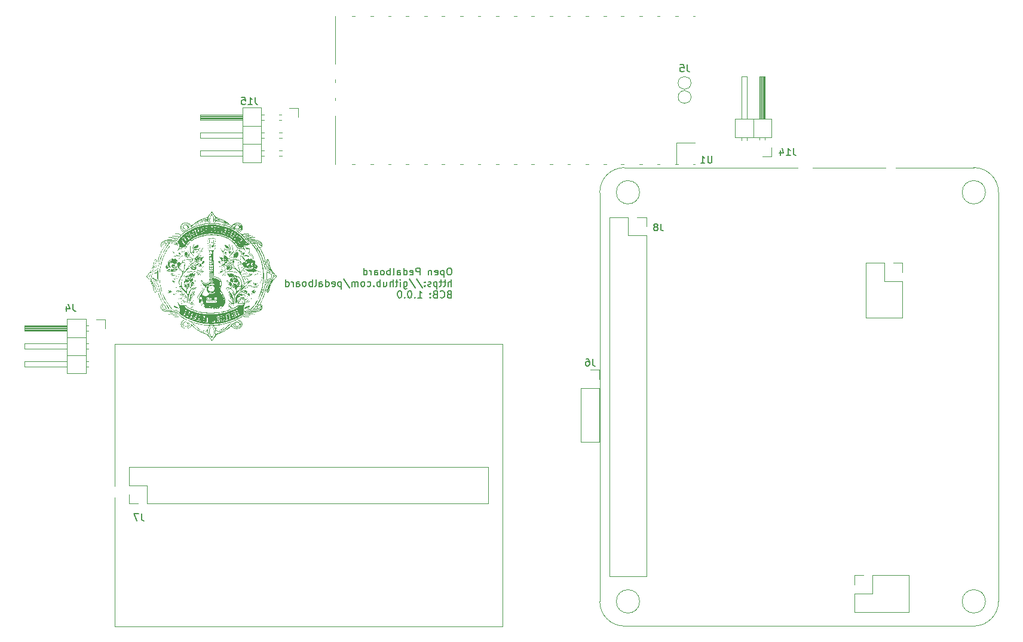
<source format=gbo>
G04 #@! TF.GenerationSoftware,KiCad,Pcbnew,7.0.1.1-36-gbcf78dbe24-dirty-deb11*
G04 #@! TF.CreationDate,2023-03-27T20:53:44+00:00*
G04 #@! TF.ProjectId,pedalboard-hw,70656461-6c62-46f6-9172-642d68772e6b,1.0.0*
G04 #@! TF.SameCoordinates,Original*
G04 #@! TF.FileFunction,Legend,Bot*
G04 #@! TF.FilePolarity,Positive*
%FSLAX46Y46*%
G04 Gerber Fmt 4.6, Leading zero omitted, Abs format (unit mm)*
G04 Created by KiCad (PCBNEW 7.0.1.1-36-gbcf78dbe24-dirty-deb11) date 2023-03-27 20:53:44*
%MOMM*%
%LPD*%
G01*
G04 APERTURE LIST*
%ADD10C,0.000000*%
%ADD11C,0.003013*%
%ADD12C,0.002797*%
%ADD13C,0.005336*%
%ADD14C,0.150000*%
%ADD15C,0.120000*%
%ADD16C,0.100000*%
%ADD17C,2.700000*%
%ADD18C,1.600000*%
%ADD19O,1.200000X2.200000*%
%ADD20O,2.200000X1.200000*%
%ADD21C,3.000000*%
%ADD22R,4.400000X1.800000*%
%ADD23O,4.000000X1.800000*%
%ADD24O,1.800000X4.000000*%
%ADD25O,1.600000X1.600000*%
%ADD26R,1.070000X1.800000*%
%ADD27O,1.070000X1.800000*%
%ADD28R,2.250000X2.250000*%
%ADD29C,2.250000*%
%ADD30R,1.700000X1.700000*%
%ADD31O,1.700000X1.700000*%
%ADD32C,0.600000*%
%ADD33O,3.000000X2.500000*%
%ADD34R,2.400000X1.600000*%
%ADD35O,2.400000X1.600000*%
%ADD36C,2.600000*%
%ADD37R,2.000000X2.000000*%
%ADD38C,2.000000*%
%ADD39C,3.200000*%
%ADD40R,1.600000X1.600000*%
%ADD41C,1.350000*%
%ADD42O,1.350000X1.350000*%
G04 APERTURE END LIST*
D10*
G36*
X56028258Y-72935940D02*
G01*
X56028592Y-72936757D01*
X56028770Y-72938003D01*
X56028676Y-72941779D01*
X56028026Y-72947252D01*
X56026865Y-72954403D01*
X56025240Y-72963218D01*
X56020788Y-72985768D01*
X56018938Y-72992771D01*
X56016842Y-72999983D01*
X56012010Y-73014789D01*
X56006479Y-73029703D01*
X56000437Y-73044240D01*
X55994073Y-73057918D01*
X55990829Y-73064284D01*
X55987575Y-73070252D01*
X55984334Y-73075764D01*
X55981130Y-73080759D01*
X55977986Y-73085176D01*
X55974927Y-73088955D01*
X55970782Y-73092994D01*
X55966944Y-73096515D01*
X55963413Y-73099528D01*
X55960188Y-73102037D01*
X55957266Y-73104051D01*
X55954647Y-73105577D01*
X55952330Y-73106621D01*
X55951284Y-73106965D01*
X55950313Y-73107192D01*
X55949416Y-73107302D01*
X55948594Y-73107296D01*
X55947847Y-73107174D01*
X55947174Y-73106939D01*
X55946575Y-73106591D01*
X55946050Y-73106131D01*
X55945598Y-73105559D01*
X55945221Y-73104876D01*
X55944916Y-73104084D01*
X55944686Y-73103184D01*
X55944443Y-73101060D01*
X55944492Y-73098512D01*
X55944831Y-73095547D01*
X55945459Y-73092173D01*
X55946375Y-73088396D01*
X55947577Y-73084223D01*
X55949064Y-73079662D01*
X55950835Y-73074719D01*
X55952888Y-73069403D01*
X55955223Y-73063719D01*
X55957838Y-73057676D01*
X55960731Y-73051280D01*
X55963902Y-73044539D01*
X55967350Y-73037459D01*
X55971072Y-73030048D01*
X55975068Y-73022312D01*
X55979337Y-73014260D01*
X55988686Y-72997233D01*
X56003797Y-72970876D01*
X56014985Y-72951909D01*
X56019225Y-72945155D01*
X56022625Y-72940198D01*
X56025233Y-72937021D01*
X56026254Y-72936095D01*
X56027095Y-72935607D01*
X56027761Y-72935556D01*
X56028258Y-72935940D01*
G37*
G36*
X63209303Y-80426853D02*
G01*
X63217292Y-80427266D01*
X63220941Y-80427606D01*
X63224369Y-80428048D01*
X63227581Y-80428602D01*
X63230585Y-80429277D01*
X63233387Y-80430083D01*
X63235995Y-80431030D01*
X63238415Y-80432127D01*
X63240653Y-80433384D01*
X63242716Y-80434810D01*
X63244612Y-80436416D01*
X63246346Y-80438211D01*
X63247926Y-80440205D01*
X63249358Y-80442407D01*
X63250649Y-80444826D01*
X63251806Y-80447473D01*
X63252835Y-80450358D01*
X63253743Y-80453489D01*
X63254537Y-80456877D01*
X63255223Y-80460531D01*
X63255809Y-80464461D01*
X63256300Y-80468677D01*
X63256704Y-80473187D01*
X63257278Y-80483132D01*
X63257582Y-80494374D01*
X63257672Y-80506990D01*
X63257806Y-80516961D01*
X63258205Y-80526239D01*
X63258866Y-80534833D01*
X63259786Y-80542747D01*
X63260961Y-80549990D01*
X63262388Y-80556568D01*
X63264063Y-80562488D01*
X63265984Y-80567756D01*
X63268147Y-80572379D01*
X63270548Y-80576364D01*
X63273184Y-80579717D01*
X63276052Y-80582445D01*
X63279148Y-80584556D01*
X63280781Y-80585381D01*
X63282470Y-80586055D01*
X63286013Y-80586950D01*
X63289774Y-80587246D01*
X63294006Y-80587366D01*
X63298097Y-80587718D01*
X63302044Y-80588295D01*
X63305839Y-80589087D01*
X63309479Y-80590086D01*
X63312956Y-80591282D01*
X63316267Y-80592668D01*
X63319405Y-80594233D01*
X63322365Y-80595970D01*
X63325141Y-80597869D01*
X63327729Y-80599922D01*
X63330122Y-80602120D01*
X63332316Y-80604454D01*
X63334304Y-80606915D01*
X63336081Y-80609495D01*
X63337642Y-80612184D01*
X63338981Y-80614973D01*
X63340093Y-80617855D01*
X63340973Y-80620820D01*
X63341614Y-80623859D01*
X63342012Y-80626964D01*
X63342161Y-80630126D01*
X63342056Y-80633335D01*
X63341691Y-80636583D01*
X63341060Y-80639862D01*
X63340158Y-80643162D01*
X63338981Y-80646474D01*
X63337521Y-80649791D01*
X63335774Y-80653102D01*
X63333735Y-80656399D01*
X63331398Y-80659674D01*
X63328757Y-80662917D01*
X63325895Y-80666903D01*
X63323333Y-80671129D01*
X63321073Y-80675609D01*
X63319118Y-80680353D01*
X63317473Y-80685374D01*
X63316140Y-80690684D01*
X63315123Y-80696296D01*
X63314425Y-80702222D01*
X63314049Y-80708473D01*
X63313999Y-80715062D01*
X63314279Y-80722002D01*
X63314890Y-80729304D01*
X63315838Y-80736980D01*
X63317125Y-80745043D01*
X63318755Y-80753505D01*
X63320731Y-80762379D01*
X63325733Y-80781407D01*
X63332160Y-80802225D01*
X63340038Y-80824931D01*
X63349394Y-80849622D01*
X63360254Y-80876396D01*
X63372647Y-80905350D01*
X63386598Y-80936581D01*
X63402134Y-80970188D01*
X63404247Y-80975483D01*
X63405869Y-80981027D01*
X63407019Y-80986790D01*
X63407719Y-80992737D01*
X63407987Y-80998837D01*
X63407842Y-81005058D01*
X63407306Y-81011367D01*
X63406398Y-81017732D01*
X63405136Y-81024120D01*
X63403542Y-81030500D01*
X63399433Y-81043103D01*
X63394230Y-81055283D01*
X63388089Y-81066782D01*
X63381169Y-81077340D01*
X63373628Y-81086698D01*
X63369673Y-81090847D01*
X63365623Y-81094599D01*
X63361496Y-81097922D01*
X63357312Y-81100783D01*
X63353091Y-81103151D01*
X63348854Y-81104993D01*
X63344618Y-81106276D01*
X63340405Y-81106968D01*
X63336234Y-81107038D01*
X63332125Y-81106452D01*
X63328097Y-81105178D01*
X63324170Y-81103184D01*
X63320699Y-81100738D01*
X63317174Y-81097721D01*
X63313608Y-81094169D01*
X63310013Y-81090115D01*
X63302792Y-81080642D01*
X63295614Y-81069577D01*
X63288585Y-81057194D01*
X63281807Y-81043771D01*
X63275385Y-81029582D01*
X63269423Y-81014902D01*
X63264026Y-81000007D01*
X63259297Y-80985173D01*
X63255341Y-80970674D01*
X63252261Y-80956787D01*
X63250162Y-80943787D01*
X63249148Y-80931949D01*
X63249081Y-80926552D01*
X63249324Y-80921549D01*
X63249890Y-80916974D01*
X63250792Y-80912861D01*
X63251869Y-80907758D01*
X63252525Y-80902775D01*
X63252772Y-80897927D01*
X63252620Y-80893227D01*
X63252077Y-80888688D01*
X63251663Y-80886483D01*
X63251155Y-80884323D01*
X63250555Y-80882211D01*
X63249864Y-80880147D01*
X63249082Y-80878133D01*
X63248213Y-80876172D01*
X63247256Y-80874264D01*
X63246212Y-80872412D01*
X63245084Y-80870617D01*
X63243873Y-80868881D01*
X63242579Y-80867205D01*
X63241204Y-80865591D01*
X63239750Y-80864041D01*
X63238216Y-80862557D01*
X63236606Y-80861139D01*
X63234920Y-80859791D01*
X63233159Y-80858513D01*
X63231324Y-80857308D01*
X63227439Y-80855120D01*
X63223276Y-80853241D01*
X63220965Y-80852354D01*
X63218761Y-80851413D01*
X63216663Y-80850418D01*
X63214672Y-80849367D01*
X63212787Y-80848261D01*
X63211007Y-80847099D01*
X63209332Y-80845881D01*
X63207762Y-80844607D01*
X63206295Y-80843275D01*
X63204933Y-80841885D01*
X63203674Y-80840438D01*
X63202517Y-80838932D01*
X63201463Y-80837368D01*
X63200511Y-80835744D01*
X63199661Y-80834061D01*
X63198912Y-80832317D01*
X63198264Y-80830513D01*
X63197716Y-80828649D01*
X63197268Y-80826723D01*
X63196919Y-80824735D01*
X63196670Y-80822685D01*
X63196519Y-80820573D01*
X63196466Y-80818397D01*
X63196512Y-80816158D01*
X63196654Y-80813856D01*
X63196894Y-80811489D01*
X63197230Y-80809057D01*
X63197663Y-80806560D01*
X63198191Y-80803998D01*
X63198814Y-80801370D01*
X63199533Y-80798676D01*
X63200345Y-80795915D01*
X63201449Y-80790978D01*
X63202186Y-80785659D01*
X63202567Y-80780003D01*
X63202602Y-80774059D01*
X63202302Y-80767873D01*
X63201675Y-80761492D01*
X63200733Y-80754963D01*
X63199485Y-80748334D01*
X63197942Y-80741651D01*
X63196113Y-80734961D01*
X63194008Y-80728311D01*
X63191639Y-80721748D01*
X63189014Y-80715320D01*
X63186144Y-80709074D01*
X63183038Y-80703056D01*
X63179708Y-80697313D01*
X63174282Y-80688033D01*
X63169192Y-80677464D01*
X63164451Y-80665712D01*
X63160074Y-80652885D01*
X63156072Y-80639091D01*
X63152460Y-80624437D01*
X63149251Y-80609031D01*
X63146458Y-80592979D01*
X63144096Y-80576390D01*
X63142177Y-80559372D01*
X63140715Y-80542031D01*
X63139723Y-80524475D01*
X63139214Y-80506811D01*
X63139203Y-80489147D01*
X63139702Y-80471591D01*
X63140726Y-80454250D01*
X63141007Y-80452961D01*
X63141420Y-80451674D01*
X63141962Y-80450392D01*
X63142629Y-80449117D01*
X63143419Y-80447853D01*
X63144328Y-80446601D01*
X63145354Y-80445365D01*
X63146494Y-80444146D01*
X63147745Y-80442947D01*
X63149104Y-80441771D01*
X63150567Y-80440620D01*
X63152133Y-80439497D01*
X63153798Y-80438404D01*
X63155558Y-80437344D01*
X63157413Y-80436319D01*
X63159357Y-80435332D01*
X63161389Y-80434385D01*
X63163505Y-80433481D01*
X63165702Y-80432622D01*
X63167978Y-80431812D01*
X63170330Y-80431051D01*
X63172754Y-80430344D01*
X63175248Y-80429692D01*
X63177809Y-80429098D01*
X63180433Y-80428564D01*
X63183119Y-80428093D01*
X63185862Y-80427688D01*
X63188661Y-80427351D01*
X63191511Y-80427084D01*
X63194411Y-80426891D01*
X63197356Y-80426773D01*
X63200345Y-80426733D01*
X63209303Y-80426853D01*
G37*
G36*
X64920674Y-79031372D02*
G01*
X64926285Y-79031824D01*
X64931356Y-79032595D01*
X64935895Y-79033695D01*
X64937969Y-79034372D01*
X64939914Y-79035135D01*
X64941732Y-79035985D01*
X64943423Y-79036923D01*
X64944989Y-79037952D01*
X64946431Y-79039072D01*
X64947750Y-79040284D01*
X64948948Y-79041589D01*
X64950026Y-79042990D01*
X64950986Y-79044486D01*
X64951827Y-79046080D01*
X64952553Y-79047773D01*
X64953163Y-79049566D01*
X64953659Y-79051460D01*
X64954043Y-79053456D01*
X64954316Y-79055556D01*
X64954533Y-79060073D01*
X64954465Y-79062397D01*
X64954263Y-79064641D01*
X64953926Y-79066806D01*
X64953453Y-79068891D01*
X64952844Y-79070897D01*
X64952099Y-79072825D01*
X64951217Y-79074674D01*
X64950197Y-79076446D01*
X64949040Y-79078141D01*
X64947745Y-79079759D01*
X64946311Y-79081300D01*
X64944738Y-79082765D01*
X64943026Y-79084155D01*
X64941174Y-79085470D01*
X64939181Y-79086710D01*
X64937048Y-79087876D01*
X64934774Y-79088967D01*
X64932358Y-79089986D01*
X64929801Y-79090931D01*
X64927101Y-79091803D01*
X64924259Y-79092604D01*
X64921273Y-79093332D01*
X64918143Y-79093989D01*
X64914870Y-79094576D01*
X64911452Y-79095091D01*
X64907889Y-79095537D01*
X64904181Y-79095913D01*
X64900328Y-79096219D01*
X64896328Y-79096457D01*
X64892182Y-79096626D01*
X64883448Y-79096761D01*
X64875554Y-79096603D01*
X64868209Y-79096141D01*
X64861410Y-79095393D01*
X64855156Y-79094378D01*
X64849445Y-79093115D01*
X64844274Y-79091622D01*
X64839641Y-79089917D01*
X64835544Y-79088019D01*
X64831982Y-79085946D01*
X64828951Y-79083717D01*
X64826450Y-79081350D01*
X64824478Y-79078864D01*
X64823030Y-79076277D01*
X64822107Y-79073608D01*
X64821705Y-79070876D01*
X64821822Y-79068097D01*
X64822456Y-79065292D01*
X64823606Y-79062479D01*
X64825269Y-79059675D01*
X64827442Y-79056901D01*
X64830125Y-79054173D01*
X64833315Y-79051510D01*
X64837009Y-79048932D01*
X64841205Y-79046456D01*
X64845903Y-79044101D01*
X64851098Y-79041885D01*
X64856790Y-79039828D01*
X64862976Y-79037946D01*
X64869654Y-79036260D01*
X64876822Y-79034786D01*
X64884478Y-79033545D01*
X64892620Y-79032554D01*
X64900495Y-79031830D01*
X64907789Y-79031385D01*
X64914512Y-79031229D01*
X64920674Y-79031372D01*
G37*
G36*
X54619105Y-75176174D02*
G01*
X54621802Y-75176845D01*
X54623995Y-75177786D01*
X54625665Y-75178995D01*
X54626790Y-75180473D01*
X54627351Y-75182220D01*
X54627327Y-75184235D01*
X54626699Y-75186519D01*
X54625446Y-75189072D01*
X54623549Y-75191893D01*
X54620986Y-75194984D01*
X54613784Y-75201970D01*
X54603680Y-75210032D01*
X54598718Y-75213441D01*
X54593321Y-75216776D01*
X54587542Y-75220018D01*
X54581431Y-75223145D01*
X54575037Y-75226138D01*
X54568411Y-75228976D01*
X54561604Y-75231639D01*
X54554666Y-75234108D01*
X54547648Y-75236362D01*
X54540599Y-75238381D01*
X54533570Y-75240144D01*
X54526612Y-75241632D01*
X54519775Y-75242825D01*
X54513109Y-75243702D01*
X54506664Y-75244242D01*
X54500492Y-75244427D01*
X54480943Y-75244360D01*
X54473290Y-75244200D01*
X54467064Y-75243890D01*
X54462276Y-75243377D01*
X54460424Y-75243030D01*
X54458936Y-75242613D01*
X54457812Y-75242121D01*
X54457053Y-75241547D01*
X54456662Y-75240884D01*
X54456638Y-75240128D01*
X54456985Y-75239270D01*
X54457701Y-75238305D01*
X54458790Y-75237227D01*
X54460253Y-75236030D01*
X54464302Y-75233250D01*
X54469859Y-75229917D01*
X54476935Y-75225978D01*
X54485539Y-75221385D01*
X54507372Y-75210032D01*
X54523871Y-75201970D01*
X54539725Y-75194984D01*
X54554773Y-75189072D01*
X54568854Y-75184235D01*
X54581807Y-75180473D01*
X54593469Y-75177786D01*
X54603680Y-75176174D01*
X54612279Y-75175636D01*
X54619105Y-75176174D01*
G37*
G36*
X60036110Y-73940104D02*
G01*
X60037340Y-73940696D01*
X60038629Y-73941655D01*
X60039976Y-73942982D01*
X60041381Y-73944677D01*
X60042844Y-73946737D01*
X60045940Y-73951956D01*
X60049262Y-73958637D01*
X60052805Y-73966775D01*
X60056566Y-73976368D01*
X60058126Y-73980313D01*
X60059370Y-73984389D01*
X60060305Y-73988566D01*
X60060937Y-73992813D01*
X60061274Y-73997101D01*
X60061322Y-74001399D01*
X60061088Y-74005676D01*
X60060579Y-74009904D01*
X60059801Y-74014050D01*
X60058761Y-74018086D01*
X60057465Y-74021981D01*
X60055921Y-74025704D01*
X60054135Y-74029226D01*
X60052114Y-74032516D01*
X60049865Y-74035544D01*
X60047394Y-74038280D01*
X60045916Y-74039704D01*
X60044491Y-74040966D01*
X60043119Y-74042065D01*
X60041800Y-74043001D01*
X60040533Y-74043771D01*
X60039317Y-74044377D01*
X60038153Y-74044816D01*
X60037039Y-74045088D01*
X60035976Y-74045192D01*
X60034963Y-74045127D01*
X60033999Y-74044893D01*
X60033085Y-74044488D01*
X60032219Y-74043911D01*
X60031401Y-74043163D01*
X60030632Y-74042242D01*
X60029909Y-74041147D01*
X60029234Y-74039877D01*
X60028606Y-74038431D01*
X60028023Y-74036810D01*
X60027487Y-74035011D01*
X60026995Y-74033034D01*
X60026549Y-74030878D01*
X60026147Y-74028542D01*
X60025789Y-74026026D01*
X60025475Y-74023329D01*
X60025204Y-74020449D01*
X60024976Y-74017387D01*
X60024791Y-74014140D01*
X60024647Y-74010709D01*
X60024545Y-74007092D01*
X60024464Y-73999298D01*
X60024598Y-73986721D01*
X60024997Y-73975646D01*
X60025658Y-73966069D01*
X60026578Y-73957987D01*
X60027753Y-73951396D01*
X60028435Y-73948659D01*
X60029180Y-73946294D01*
X60029987Y-73944299D01*
X60030855Y-73942676D01*
X60031785Y-73941422D01*
X60032776Y-73940539D01*
X60033827Y-73940025D01*
X60034939Y-73939880D01*
X60036110Y-73940104D01*
G37*
G36*
X58275880Y-73438654D02*
G01*
X58277106Y-73438863D01*
X58278302Y-73439219D01*
X58279471Y-73439723D01*
X58280616Y-73440374D01*
X58281739Y-73441174D01*
X58282843Y-73442121D01*
X58283930Y-73443216D01*
X58285003Y-73444459D01*
X58286064Y-73445849D01*
X58287116Y-73447388D01*
X58288161Y-73449074D01*
X58289202Y-73450908D01*
X58290241Y-73452890D01*
X58291281Y-73455019D01*
X58293374Y-73459722D01*
X58295500Y-73465015D01*
X58297093Y-73469670D01*
X58298437Y-73474170D01*
X58299539Y-73478510D01*
X58300404Y-73482684D01*
X58301039Y-73486684D01*
X58301450Y-73490505D01*
X58301644Y-73494141D01*
X58301626Y-73497584D01*
X58301404Y-73500830D01*
X58300983Y-73503871D01*
X58300370Y-73506701D01*
X58299571Y-73509314D01*
X58298592Y-73511704D01*
X58297439Y-73513864D01*
X58296120Y-73515788D01*
X58294640Y-73517470D01*
X58293005Y-73518903D01*
X58291222Y-73520081D01*
X58289297Y-73520999D01*
X58287237Y-73521648D01*
X58285047Y-73522024D01*
X58282734Y-73522120D01*
X58280304Y-73521930D01*
X58277764Y-73521447D01*
X58275120Y-73520665D01*
X58272378Y-73519578D01*
X58269545Y-73518179D01*
X58266626Y-73516462D01*
X58263628Y-73514422D01*
X58260558Y-73512050D01*
X58257421Y-73509342D01*
X58254224Y-73506292D01*
X58250597Y-73502499D01*
X58248964Y-73500657D01*
X58247453Y-73498848D01*
X58246062Y-73497069D01*
X58244792Y-73495318D01*
X58243644Y-73493592D01*
X58242616Y-73491888D01*
X58241709Y-73490205D01*
X58240923Y-73488539D01*
X58240258Y-73486889D01*
X58239713Y-73485251D01*
X58239290Y-73483623D01*
X58238988Y-73482003D01*
X58238807Y-73480387D01*
X58238746Y-73478775D01*
X58238807Y-73477162D01*
X58238988Y-73475547D01*
X58239290Y-73473926D01*
X58239713Y-73472299D01*
X58240258Y-73470661D01*
X58240923Y-73469010D01*
X58241709Y-73467344D01*
X58242616Y-73465661D01*
X58243644Y-73463958D01*
X58244792Y-73462232D01*
X58246062Y-73460480D01*
X58247453Y-73458701D01*
X58248964Y-73456892D01*
X58250597Y-73455050D01*
X58254224Y-73451258D01*
X58256126Y-73449397D01*
X58257963Y-73447684D01*
X58259738Y-73446118D01*
X58261453Y-73444701D01*
X58263111Y-73443431D01*
X58264715Y-73442309D01*
X58266266Y-73441335D01*
X58267768Y-73440509D01*
X58269223Y-73439830D01*
X58270633Y-73439299D01*
X58272002Y-73438917D01*
X58273331Y-73438681D01*
X58274622Y-73438594D01*
X58275880Y-73438654D01*
G37*
G36*
X55895818Y-76712556D02*
G01*
X55898100Y-76712751D01*
X55900425Y-76713121D01*
X55902782Y-76713668D01*
X55905160Y-76714392D01*
X55907548Y-76715294D01*
X55909935Y-76716375D01*
X55912311Y-76717635D01*
X55914664Y-76719077D01*
X55916983Y-76720699D01*
X55919258Y-76722504D01*
X55921477Y-76724492D01*
X55923630Y-76726664D01*
X55925706Y-76729020D01*
X55927693Y-76731562D01*
X55929582Y-76734291D01*
X55931360Y-76737206D01*
X55932999Y-76739810D01*
X55934472Y-76742451D01*
X55935778Y-76745112D01*
X55936913Y-76747776D01*
X55937873Y-76750427D01*
X55938655Y-76753047D01*
X55939256Y-76755621D01*
X55939672Y-76758131D01*
X55939900Y-76760560D01*
X55939936Y-76762891D01*
X55939778Y-76765109D01*
X55939421Y-76767195D01*
X55938863Y-76769134D01*
X55938508Y-76770043D01*
X55938100Y-76770908D01*
X55937641Y-76771728D01*
X55937129Y-76772500D01*
X55936564Y-76773223D01*
X55935946Y-76773895D01*
X55934356Y-76775267D01*
X55932606Y-76776379D01*
X55930708Y-76777240D01*
X55928677Y-76777859D01*
X55926527Y-76778244D01*
X55924272Y-76778404D01*
X55921925Y-76778349D01*
X55919501Y-76778087D01*
X55917012Y-76777627D01*
X55914474Y-76776977D01*
X55911900Y-76776147D01*
X55909303Y-76775145D01*
X55906698Y-76773980D01*
X55904098Y-76772661D01*
X55901518Y-76771197D01*
X55898971Y-76769596D01*
X55896471Y-76767867D01*
X55894031Y-76766020D01*
X55891667Y-76764063D01*
X55889391Y-76762005D01*
X55887218Y-76759854D01*
X55885160Y-76757619D01*
X55883233Y-76755310D01*
X55881450Y-76752935D01*
X55879825Y-76750503D01*
X55878372Y-76748023D01*
X55877104Y-76745503D01*
X55876036Y-76742953D01*
X55875181Y-76740380D01*
X55874553Y-76737795D01*
X55874166Y-76735205D01*
X55874034Y-76732620D01*
X55874146Y-76730121D01*
X55874476Y-76727784D01*
X55875013Y-76725610D01*
X55875745Y-76723600D01*
X55876661Y-76721754D01*
X55877752Y-76720074D01*
X55879006Y-76718560D01*
X55880411Y-76717213D01*
X55881958Y-76716035D01*
X55883635Y-76715025D01*
X55885431Y-76714184D01*
X55887335Y-76713514D01*
X55889337Y-76713015D01*
X55891425Y-76712689D01*
X55893589Y-76712535D01*
X55895818Y-76712556D01*
G37*
G36*
X55070604Y-72401145D02*
G01*
X55080891Y-72401460D01*
X55090809Y-72401976D01*
X55100306Y-72402687D01*
X55109333Y-72403586D01*
X55117840Y-72404666D01*
X55125776Y-72405921D01*
X55133090Y-72407344D01*
X55139732Y-72408928D01*
X55145653Y-72410667D01*
X55150800Y-72412554D01*
X55155125Y-72414582D01*
X55158576Y-72416744D01*
X55161104Y-72419033D01*
X55162006Y-72420224D01*
X55162658Y-72421444D01*
X55163053Y-72422693D01*
X55163187Y-72423969D01*
X55163073Y-72425044D01*
X55162737Y-72426116D01*
X55162183Y-72427184D01*
X55161418Y-72428246D01*
X55160445Y-72429300D01*
X55159272Y-72430343D01*
X55157903Y-72431373D01*
X55156343Y-72432389D01*
X55154599Y-72433388D01*
X55152676Y-72434368D01*
X55150578Y-72435327D01*
X55148313Y-72436263D01*
X55145884Y-72437174D01*
X55143298Y-72438057D01*
X55137676Y-72439734D01*
X55131489Y-72441276D01*
X55124782Y-72442667D01*
X55117598Y-72443890D01*
X55109980Y-72444929D01*
X55101973Y-72445766D01*
X55093620Y-72446384D01*
X55084964Y-72446768D01*
X55076050Y-72446899D01*
X55050525Y-72448077D01*
X55024053Y-72451481D01*
X54996976Y-72456921D01*
X54969638Y-72464205D01*
X54942380Y-72473141D01*
X54915545Y-72483539D01*
X54889476Y-72495206D01*
X54864515Y-72507952D01*
X54841006Y-72521584D01*
X54819290Y-72535912D01*
X54799711Y-72550744D01*
X54782610Y-72565887D01*
X54768332Y-72581152D01*
X54762357Y-72588770D01*
X54757217Y-72596346D01*
X54752953Y-72603857D01*
X54749609Y-72611279D01*
X54747227Y-72618587D01*
X54745850Y-72625758D01*
X54744995Y-72631902D01*
X54743738Y-72637859D01*
X54742107Y-72643616D01*
X54740131Y-72649158D01*
X54737837Y-72654474D01*
X54735254Y-72659551D01*
X54732410Y-72664374D01*
X54729333Y-72668932D01*
X54726051Y-72673211D01*
X54722592Y-72677198D01*
X54718984Y-72680880D01*
X54715256Y-72684244D01*
X54711436Y-72687278D01*
X54707551Y-72689967D01*
X54703631Y-72692300D01*
X54699702Y-72694263D01*
X54695794Y-72695843D01*
X54691933Y-72697027D01*
X54688149Y-72697802D01*
X54684470Y-72698155D01*
X54680924Y-72698073D01*
X54677538Y-72697543D01*
X54674341Y-72696552D01*
X54671361Y-72695087D01*
X54668627Y-72693135D01*
X54666165Y-72690683D01*
X54664006Y-72687718D01*
X54662176Y-72684226D01*
X54660703Y-72680196D01*
X54659617Y-72675614D01*
X54658944Y-72670466D01*
X54658714Y-72664740D01*
X54659351Y-72653493D01*
X54661230Y-72642129D01*
X54664304Y-72630679D01*
X54668526Y-72619174D01*
X54673848Y-72607647D01*
X54680223Y-72596126D01*
X54687602Y-72584645D01*
X54695940Y-72573233D01*
X54705188Y-72561921D01*
X54715298Y-72550742D01*
X54726224Y-72539726D01*
X54737918Y-72528903D01*
X54750332Y-72518306D01*
X54763420Y-72507965D01*
X54777133Y-72497910D01*
X54791424Y-72488175D01*
X54806246Y-72478788D01*
X54821551Y-72469782D01*
X54837292Y-72461187D01*
X54853422Y-72453035D01*
X54869892Y-72445357D01*
X54886656Y-72438183D01*
X54903666Y-72431545D01*
X54920874Y-72425474D01*
X54938234Y-72420001D01*
X54955697Y-72415156D01*
X54973217Y-72410972D01*
X54990745Y-72407479D01*
X55008235Y-72404708D01*
X55025639Y-72402690D01*
X55042909Y-72401457D01*
X55059998Y-72401039D01*
X55070604Y-72401145D01*
G37*
G36*
X59492137Y-71005412D02*
G01*
X59494446Y-71005576D01*
X59496636Y-71005902D01*
X59498709Y-71006395D01*
X59500668Y-71007059D01*
X59502515Y-71007899D01*
X59504253Y-71008920D01*
X59505884Y-71010125D01*
X59507411Y-71011521D01*
X59508836Y-71013111D01*
X59510163Y-71014900D01*
X59511393Y-71016892D01*
X59512528Y-71019093D01*
X59513573Y-71021507D01*
X59514528Y-71024138D01*
X59515397Y-71026992D01*
X59516181Y-71030072D01*
X59516885Y-71033383D01*
X59517509Y-71036931D01*
X59518057Y-71040719D01*
X59518531Y-71044752D01*
X59518934Y-71049035D01*
X59519267Y-71053572D01*
X59519535Y-71058369D01*
X59519881Y-71068757D01*
X59519992Y-71080238D01*
X59519749Y-71095853D01*
X59519015Y-71110030D01*
X59517785Y-71122783D01*
X59516050Y-71134125D01*
X59513806Y-71144070D01*
X59512490Y-71148523D01*
X59511043Y-71152631D01*
X59509466Y-71156397D01*
X59507757Y-71159821D01*
X59505915Y-71162907D01*
X59503940Y-71165655D01*
X59501831Y-71168067D01*
X59499586Y-71170145D01*
X59497205Y-71171890D01*
X59494687Y-71173304D01*
X59492032Y-71174389D01*
X59489238Y-71175147D01*
X59486305Y-71175579D01*
X59483231Y-71175687D01*
X59480016Y-71175472D01*
X59476660Y-71174936D01*
X59473160Y-71174082D01*
X59469517Y-71172910D01*
X59465730Y-71171422D01*
X59461798Y-71169620D01*
X59453493Y-71165081D01*
X59449797Y-71162232D01*
X59446445Y-71158870D01*
X59443432Y-71155033D01*
X59440751Y-71150758D01*
X59438398Y-71146084D01*
X59436367Y-71141047D01*
X59434653Y-71135687D01*
X59433249Y-71130040D01*
X59432152Y-71124145D01*
X59431354Y-71118039D01*
X59430638Y-71105345D01*
X59431058Y-71092262D01*
X59432568Y-71079091D01*
X59435127Y-71066136D01*
X59438691Y-71053698D01*
X59440835Y-71047767D01*
X59443215Y-71042079D01*
X59445823Y-71036672D01*
X59448656Y-71031583D01*
X59451706Y-71026849D01*
X59454970Y-71022510D01*
X59458441Y-71018603D01*
X59462114Y-71015164D01*
X59465983Y-71012233D01*
X59470044Y-71009847D01*
X59474290Y-71008044D01*
X59478716Y-71006861D01*
X59481659Y-71006284D01*
X59484470Y-71005846D01*
X59487152Y-71005552D01*
X59489707Y-71005405D01*
X59492137Y-71005412D01*
G37*
G36*
X62623948Y-77377048D02*
G01*
X62629997Y-77377282D01*
X62636012Y-77377664D01*
X62641951Y-77378187D01*
X62647768Y-77378844D01*
X62653420Y-77379629D01*
X62658865Y-77380535D01*
X62664057Y-77381555D01*
X62668954Y-77382682D01*
X62673511Y-77383911D01*
X62677686Y-77385233D01*
X62681434Y-77386642D01*
X62684712Y-77388133D01*
X62687476Y-77389697D01*
X62689682Y-77391328D01*
X62691287Y-77393019D01*
X62696067Y-77397862D01*
X62700107Y-77402496D01*
X62703432Y-77406916D01*
X62706066Y-77411113D01*
X62708035Y-77415083D01*
X62709365Y-77418817D01*
X62710079Y-77422309D01*
X62710204Y-77425553D01*
X62709765Y-77428541D01*
X62708787Y-77431268D01*
X62707295Y-77433725D01*
X62705314Y-77435907D01*
X62702869Y-77437808D01*
X62699986Y-77439419D01*
X62696690Y-77440734D01*
X62693007Y-77441748D01*
X62688960Y-77442452D01*
X62684576Y-77442841D01*
X62679879Y-77442907D01*
X62674895Y-77442644D01*
X62669649Y-77442045D01*
X62664166Y-77441103D01*
X62658472Y-77439812D01*
X62652592Y-77438165D01*
X62646550Y-77436155D01*
X62640372Y-77433776D01*
X62634083Y-77431021D01*
X62627708Y-77427882D01*
X62621273Y-77424354D01*
X62614803Y-77420430D01*
X62608323Y-77416102D01*
X62601858Y-77411365D01*
X62588346Y-77400764D01*
X62583100Y-77396466D01*
X62578891Y-77392770D01*
X62577184Y-77391131D01*
X62575745Y-77389624D01*
X62574577Y-77388242D01*
X62573683Y-77386979D01*
X62573066Y-77385828D01*
X62572730Y-77384784D01*
X62572676Y-77383839D01*
X62572908Y-77382988D01*
X62573429Y-77382225D01*
X62574242Y-77381542D01*
X62575350Y-77380934D01*
X62576755Y-77380395D01*
X62578461Y-77379918D01*
X62580471Y-77379496D01*
X62582787Y-77379125D01*
X62585412Y-77378796D01*
X62591604Y-77378244D01*
X62599068Y-77377788D01*
X62617909Y-77376969D01*
X62623948Y-77377048D01*
G37*
G36*
X64580344Y-77653832D02*
G01*
X64589385Y-77654964D01*
X64596888Y-77656757D01*
X64602805Y-77659208D01*
X64607090Y-77662315D01*
X64608606Y-77664113D01*
X64609696Y-77666073D01*
X64610354Y-77668195D01*
X64610574Y-77670479D01*
X64610092Y-77672707D01*
X64608677Y-77675082D01*
X64606376Y-77677590D01*
X64603238Y-77680216D01*
X64594643Y-77685766D01*
X64583273Y-77691619D01*
X64569511Y-77697660D01*
X64553741Y-77703774D01*
X64536345Y-77709848D01*
X64517706Y-77715768D01*
X64498207Y-77721419D01*
X64478231Y-77726687D01*
X64458161Y-77731458D01*
X64438380Y-77735618D01*
X64419271Y-77739052D01*
X64401217Y-77741646D01*
X64384600Y-77743286D01*
X64369803Y-77743858D01*
X64361546Y-77743759D01*
X64353969Y-77743465D01*
X64347066Y-77742984D01*
X64340831Y-77742322D01*
X64335260Y-77741488D01*
X64330347Y-77740488D01*
X64326087Y-77739329D01*
X64322473Y-77738018D01*
X64319501Y-77736563D01*
X64317166Y-77734971D01*
X64315460Y-77733249D01*
X64314380Y-77731403D01*
X64313920Y-77729442D01*
X64314074Y-77727372D01*
X64314837Y-77725200D01*
X64316203Y-77722934D01*
X64318167Y-77720580D01*
X64320724Y-77718147D01*
X64323867Y-77715640D01*
X64327592Y-77713067D01*
X64331894Y-77710436D01*
X64336765Y-77707753D01*
X64342202Y-77705025D01*
X64348199Y-77702260D01*
X64354749Y-77699465D01*
X64361849Y-77696646D01*
X64377672Y-77690969D01*
X64395626Y-77685285D01*
X64415665Y-77679651D01*
X64437504Y-77673981D01*
X64458274Y-77669006D01*
X64477930Y-77664723D01*
X64496423Y-77661128D01*
X64513707Y-77658219D01*
X64529735Y-77655991D01*
X64544460Y-77654442D01*
X64557834Y-77653568D01*
X64569811Y-77653366D01*
X64580344Y-77653832D01*
G37*
G36*
X55686301Y-78615423D02*
G01*
X55699349Y-78616101D01*
X55711565Y-78617350D01*
X55723122Y-78619268D01*
X55728708Y-78620507D01*
X55734195Y-78621951D01*
X55739605Y-78623610D01*
X55744959Y-78625497D01*
X55750280Y-78627625D01*
X55755589Y-78630004D01*
X55760909Y-78632649D01*
X55766260Y-78635570D01*
X55771665Y-78638779D01*
X55777145Y-78642290D01*
X55788420Y-78650264D01*
X55800259Y-78659588D01*
X55812838Y-78670359D01*
X55826330Y-78682676D01*
X55840910Y-78696636D01*
X55856753Y-78712335D01*
X55874034Y-78729872D01*
X55885763Y-78742321D01*
X55897681Y-78755516D01*
X55921758Y-78783687D01*
X55945620Y-78813469D01*
X55968622Y-78843951D01*
X55990119Y-78874218D01*
X56009467Y-78903356D01*
X56018133Y-78917216D01*
X56026020Y-78930451D01*
X56033047Y-78942948D01*
X56039133Y-78954591D01*
X56059412Y-78997801D01*
X56077542Y-79035421D01*
X56098753Y-79078415D01*
X56099149Y-79079477D01*
X56099479Y-79080511D01*
X56099744Y-79081517D01*
X56099944Y-79082496D01*
X56100080Y-79083445D01*
X56100153Y-79084366D01*
X56100165Y-79085257D01*
X56100114Y-79086119D01*
X56100004Y-79086950D01*
X56099833Y-79087751D01*
X56099604Y-79088521D01*
X56099317Y-79089259D01*
X56098973Y-79089965D01*
X56098572Y-79090639D01*
X56098117Y-79091280D01*
X56097606Y-79091888D01*
X56097042Y-79092462D01*
X56096425Y-79093003D01*
X56095756Y-79093508D01*
X56095035Y-79093980D01*
X56094265Y-79094415D01*
X56093444Y-79094815D01*
X56092575Y-79095179D01*
X56091659Y-79095507D01*
X56090695Y-79095797D01*
X56089685Y-79096051D01*
X56088629Y-79096266D01*
X56087529Y-79096443D01*
X56086386Y-79096582D01*
X56085199Y-79096681D01*
X56083971Y-79096741D01*
X56082701Y-79096761D01*
X56081190Y-79096694D01*
X56079667Y-79096496D01*
X56078134Y-79096170D01*
X56076592Y-79095718D01*
X56075044Y-79095143D01*
X56073491Y-79094448D01*
X56071934Y-79093637D01*
X56070376Y-79092712D01*
X56068817Y-79091677D01*
X56067261Y-79090533D01*
X56065708Y-79089284D01*
X56064159Y-79087934D01*
X56062618Y-79086484D01*
X56061085Y-79084938D01*
X56059562Y-79083299D01*
X56058050Y-79081569D01*
X56055070Y-79077851D01*
X56052156Y-79073808D01*
X56049324Y-79069461D01*
X56046585Y-79064837D01*
X56043954Y-79059956D01*
X56041443Y-79054844D01*
X56039067Y-79049524D01*
X56036839Y-79044019D01*
X56029376Y-79026709D01*
X56020018Y-79007649D01*
X56008967Y-78987131D01*
X55996425Y-78965447D01*
X55982593Y-78942890D01*
X55967672Y-78919752D01*
X55951865Y-78896325D01*
X55935372Y-78872901D01*
X55918396Y-78849773D01*
X55901138Y-78827232D01*
X55883799Y-78805572D01*
X55866581Y-78785084D01*
X55849685Y-78766060D01*
X55833313Y-78748794D01*
X55817667Y-78733576D01*
X55802948Y-78720699D01*
X55795827Y-78715010D01*
X55788248Y-78709555D01*
X55771871Y-78699372D01*
X55754131Y-78690197D01*
X55735339Y-78682076D01*
X55715808Y-78675057D01*
X55695851Y-78669187D01*
X55675780Y-78664512D01*
X55655906Y-78661080D01*
X55636544Y-78658939D01*
X55618004Y-78658133D01*
X55600599Y-78658712D01*
X55584643Y-78660722D01*
X55577305Y-78662278D01*
X55570446Y-78664210D01*
X55564105Y-78666523D01*
X55558322Y-78669222D01*
X55553135Y-78672315D01*
X55548583Y-78675807D01*
X55544705Y-78679704D01*
X55541541Y-78684011D01*
X55539631Y-78686516D01*
X55537359Y-78688873D01*
X55534752Y-78691081D01*
X55531840Y-78693138D01*
X55528648Y-78695044D01*
X55525206Y-78696798D01*
X55521540Y-78698399D01*
X55517678Y-78699846D01*
X55509479Y-78702277D01*
X55500830Y-78704083D01*
X55491952Y-78705258D01*
X55483067Y-78705794D01*
X55474398Y-78705685D01*
X55466165Y-78704925D01*
X55458590Y-78703506D01*
X55455119Y-78702548D01*
X55451896Y-78701423D01*
X55448948Y-78700129D01*
X55446303Y-78698667D01*
X55443989Y-78697036D01*
X55442034Y-78695233D01*
X55440465Y-78693260D01*
X55439310Y-78691114D01*
X55438596Y-78688795D01*
X55438353Y-78686303D01*
X55438737Y-78683274D01*
X55439871Y-78680214D01*
X55441723Y-78677130D01*
X55444264Y-78674031D01*
X55447464Y-78670926D01*
X55451291Y-78667822D01*
X55455717Y-78664728D01*
X55460710Y-78661652D01*
X55466240Y-78658604D01*
X55472278Y-78655591D01*
X55485754Y-78649704D01*
X55500897Y-78644058D01*
X55517463Y-78638722D01*
X55535212Y-78633762D01*
X55553901Y-78629246D01*
X55573289Y-78625240D01*
X55593134Y-78621811D01*
X55613194Y-78619028D01*
X55633227Y-78616957D01*
X55652991Y-78615665D01*
X55672245Y-78615219D01*
X55686301Y-78615423D01*
G37*
G36*
X59933816Y-74579488D02*
G01*
X59934888Y-74579626D01*
X59935956Y-74579854D01*
X59937018Y-74580167D01*
X59938072Y-74580565D01*
X59939115Y-74581044D01*
X59940145Y-74581602D01*
X59941161Y-74582236D01*
X59942160Y-74582944D01*
X59943140Y-74583724D01*
X59944099Y-74584573D01*
X59945035Y-74585488D01*
X59945946Y-74586466D01*
X59946829Y-74587506D01*
X59947683Y-74588605D01*
X59948506Y-74589760D01*
X59949295Y-74590969D01*
X59950048Y-74592229D01*
X59950764Y-74593538D01*
X59951440Y-74594892D01*
X59952073Y-74596291D01*
X59952663Y-74597731D01*
X59953206Y-74599209D01*
X59953701Y-74600724D01*
X59954146Y-74602272D01*
X59954538Y-74603851D01*
X59954876Y-74605458D01*
X59955157Y-74607092D01*
X59955379Y-74608749D01*
X59955540Y-74610428D01*
X59955639Y-74612124D01*
X59955672Y-74613837D01*
X59955540Y-74617246D01*
X59955157Y-74620582D01*
X59954538Y-74623823D01*
X59953701Y-74626951D01*
X59952663Y-74629944D01*
X59951440Y-74632782D01*
X59950048Y-74635446D01*
X59948506Y-74637914D01*
X59946829Y-74640168D01*
X59945035Y-74642187D01*
X59943140Y-74643951D01*
X59941161Y-74645439D01*
X59940145Y-74646073D01*
X59939115Y-74646631D01*
X59938072Y-74647110D01*
X59937018Y-74647508D01*
X59935956Y-74647821D01*
X59934888Y-74648049D01*
X59933816Y-74648187D01*
X59932741Y-74648233D01*
X59931465Y-74648187D01*
X59930216Y-74648049D01*
X59928996Y-74647821D01*
X59927806Y-74647508D01*
X59926645Y-74647110D01*
X59925516Y-74646631D01*
X59924419Y-74646073D01*
X59923354Y-74645439D01*
X59922323Y-74644730D01*
X59921326Y-74643951D01*
X59920365Y-74643102D01*
X59919440Y-74642187D01*
X59918551Y-74641208D01*
X59917701Y-74640168D01*
X59916889Y-74639070D01*
X59916117Y-74637914D01*
X59915385Y-74636706D01*
X59914694Y-74635446D01*
X59914045Y-74634137D01*
X59913439Y-74632782D01*
X59912876Y-74631383D01*
X59912358Y-74629944D01*
X59911886Y-74628465D01*
X59911459Y-74626951D01*
X59911080Y-74625403D01*
X59910748Y-74623823D01*
X59910465Y-74622216D01*
X59910232Y-74620582D01*
X59910049Y-74618925D01*
X59909918Y-74617246D01*
X59909838Y-74615550D01*
X59909811Y-74613837D01*
X59909918Y-74610428D01*
X59910232Y-74607092D01*
X59910748Y-74603851D01*
X59911459Y-74600724D01*
X59912358Y-74597731D01*
X59913439Y-74594892D01*
X59914694Y-74592229D01*
X59916117Y-74589760D01*
X59917701Y-74587506D01*
X59919440Y-74585488D01*
X59920365Y-74584573D01*
X59921326Y-74583724D01*
X59922323Y-74582944D01*
X59923354Y-74582236D01*
X59924419Y-74581602D01*
X59925516Y-74581044D01*
X59926645Y-74580565D01*
X59927806Y-74580167D01*
X59928996Y-74579854D01*
X59930216Y-74579626D01*
X59931465Y-74579488D01*
X59932741Y-74579442D01*
X59933816Y-74579488D01*
G37*
G36*
X59664367Y-70034526D02*
G01*
X59670741Y-70034873D01*
X59677025Y-70035541D01*
X59683214Y-70036533D01*
X59689301Y-70037852D01*
X59695279Y-70039502D01*
X59701143Y-70041484D01*
X59707149Y-70043632D01*
X59713938Y-70045770D01*
X59729555Y-70049975D01*
X59747376Y-70054019D01*
X59766782Y-70057822D01*
X59787155Y-70061302D01*
X59807877Y-70064379D01*
X59828331Y-70066972D01*
X59847898Y-70069001D01*
X59877584Y-70071157D01*
X59902233Y-70074102D01*
X59912705Y-70075832D01*
X59921963Y-70077712D01*
X59930022Y-70079728D01*
X59936897Y-70081864D01*
X59942603Y-70084103D01*
X59947156Y-70086431D01*
X59950569Y-70088832D01*
X59952859Y-70091291D01*
X59954041Y-70093792D01*
X59954129Y-70096319D01*
X59953139Y-70098857D01*
X59951086Y-70101390D01*
X59947984Y-70103904D01*
X59943850Y-70106381D01*
X59938699Y-70108807D01*
X59932544Y-70111167D01*
X59925402Y-70113444D01*
X59917288Y-70115624D01*
X59898202Y-70119627D01*
X59875408Y-70123053D01*
X59849027Y-70125776D01*
X59819179Y-70127673D01*
X59785986Y-70128620D01*
X59750359Y-70129892D01*
X59714651Y-70131916D01*
X59679856Y-70134586D01*
X59646969Y-70137793D01*
X59616985Y-70141429D01*
X59590897Y-70145388D01*
X59569700Y-70149562D01*
X59561246Y-70151696D01*
X59554387Y-70153844D01*
X59537618Y-70159808D01*
X59522562Y-70164799D01*
X59509212Y-70168808D01*
X59497562Y-70171830D01*
X59487605Y-70173858D01*
X59479334Y-70174884D01*
X59475829Y-70175020D01*
X59472743Y-70174904D01*
X59470075Y-70174533D01*
X59467824Y-70173908D01*
X59465990Y-70173028D01*
X59464572Y-70171892D01*
X59463568Y-70170498D01*
X59462978Y-70168847D01*
X59462802Y-70166938D01*
X59463038Y-70164768D01*
X59463685Y-70162339D01*
X59464743Y-70159648D01*
X59466211Y-70156695D01*
X59468087Y-70153480D01*
X59473064Y-70146257D01*
X59479667Y-70137972D01*
X59487888Y-70128620D01*
X59500940Y-70114919D01*
X59514263Y-70102209D01*
X59527808Y-70090514D01*
X59541524Y-70079857D01*
X59555362Y-70070261D01*
X59569269Y-70061749D01*
X59583197Y-70054347D01*
X59597095Y-70048076D01*
X59610912Y-70042961D01*
X59624598Y-70039025D01*
X59638103Y-70036291D01*
X59651376Y-70034784D01*
X59657910Y-70034497D01*
X59664367Y-70034526D01*
G37*
G36*
X60297964Y-70231468D02*
G01*
X60303403Y-70235929D01*
X60308802Y-70243272D01*
X60309622Y-70244613D01*
X60310361Y-70246476D01*
X60311601Y-70251706D01*
X60312526Y-70258836D01*
X60313137Y-70267744D01*
X60313440Y-70278304D01*
X60313437Y-70290392D01*
X60313132Y-70303884D01*
X60312528Y-70318657D01*
X60310437Y-70351543D01*
X60307190Y-70388058D01*
X60302814Y-70427206D01*
X60300211Y-70447456D01*
X60297337Y-70467993D01*
X60292303Y-70518247D01*
X60287592Y-70584544D01*
X60283310Y-70664008D01*
X60279566Y-70753764D01*
X60276467Y-70850937D01*
X60274120Y-70952651D01*
X60272633Y-71056031D01*
X60272114Y-71158202D01*
X60270752Y-71385931D01*
X60268970Y-71469861D01*
X60266381Y-71535410D01*
X60262932Y-71583761D01*
X60258570Y-71616097D01*
X60256029Y-71626628D01*
X60253240Y-71633600D01*
X60250196Y-71637158D01*
X60246890Y-71637451D01*
X60245392Y-71636935D01*
X60243909Y-71636249D01*
X60242441Y-71635398D01*
X60240991Y-71634388D01*
X60239560Y-71633223D01*
X60238148Y-71631909D01*
X60236757Y-71630450D01*
X60235389Y-71628852D01*
X60234044Y-71627120D01*
X60232724Y-71625258D01*
X60231429Y-71623272D01*
X60230162Y-71621167D01*
X60228924Y-71618947D01*
X60227715Y-71616619D01*
X60225393Y-71611654D01*
X60223204Y-71606313D01*
X60221160Y-71600637D01*
X60219271Y-71594664D01*
X60217546Y-71588437D01*
X60215995Y-71581994D01*
X60214630Y-71575377D01*
X60213459Y-71568625D01*
X60212493Y-71561779D01*
X60203868Y-71465623D01*
X60196371Y-71391878D01*
X60189196Y-71337589D01*
X60185478Y-71316816D01*
X60181537Y-71299798D01*
X60177275Y-71286166D01*
X60172589Y-71275551D01*
X60167380Y-71267582D01*
X60161545Y-71261891D01*
X60154985Y-71258108D01*
X60147599Y-71255863D01*
X60139285Y-71254787D01*
X60129944Y-71254511D01*
X60124281Y-71254695D01*
X60118496Y-71255236D01*
X60112632Y-71256113D01*
X60106727Y-71257305D01*
X60100821Y-71258793D01*
X60094957Y-71260557D01*
X60089173Y-71262575D01*
X60083509Y-71264829D01*
X60078007Y-71267298D01*
X60072707Y-71269962D01*
X60067648Y-71272800D01*
X60062872Y-71275793D01*
X60058418Y-71278920D01*
X60054327Y-71282162D01*
X60050638Y-71285497D01*
X60047394Y-71288906D01*
X60044266Y-71292265D01*
X60040914Y-71295460D01*
X60037356Y-71298488D01*
X60033609Y-71301348D01*
X60029690Y-71304036D01*
X60025618Y-71306551D01*
X60021409Y-71308889D01*
X60017083Y-71311049D01*
X60008144Y-71314821D01*
X59998944Y-71317847D01*
X59989623Y-71320108D01*
X59980322Y-71321582D01*
X59971183Y-71322251D01*
X59962345Y-71322093D01*
X59958084Y-71321698D01*
X59953951Y-71321089D01*
X59949964Y-71320263D01*
X59946142Y-71319218D01*
X59942500Y-71317951D01*
X59939058Y-71316460D01*
X59935832Y-71314742D01*
X59932840Y-71312795D01*
X59930101Y-71310616D01*
X59927631Y-71308203D01*
X59925448Y-71305554D01*
X59923570Y-71302664D01*
X59922972Y-71301557D01*
X59922467Y-71300385D01*
X59922054Y-71299153D01*
X59921733Y-71297863D01*
X59921503Y-71296520D01*
X59921362Y-71295127D01*
X59921311Y-71293686D01*
X59921348Y-71292202D01*
X59921472Y-71290678D01*
X59921682Y-71289117D01*
X59921979Y-71287522D01*
X59922360Y-71285896D01*
X59922825Y-71284244D01*
X59923373Y-71282569D01*
X59924003Y-71280873D01*
X59924715Y-71279161D01*
X59926380Y-71275699D01*
X59928361Y-71272210D01*
X59930651Y-71268721D01*
X59933243Y-71265259D01*
X59936130Y-71261851D01*
X59939307Y-71258523D01*
X59941001Y-71256898D01*
X59942766Y-71255303D01*
X59944599Y-71253741D01*
X59946500Y-71252217D01*
X59948609Y-71250437D01*
X59950638Y-71248537D01*
X59952586Y-71246519D01*
X59954454Y-71244384D01*
X59956241Y-71242133D01*
X59957947Y-71239767D01*
X59959573Y-71237288D01*
X59961118Y-71234697D01*
X59962583Y-71231995D01*
X59963967Y-71229183D01*
X59965270Y-71226263D01*
X59966492Y-71223236D01*
X59968696Y-71216865D01*
X59970577Y-71210082D01*
X59972136Y-71202896D01*
X59973372Y-71195316D01*
X59974285Y-71187354D01*
X59974876Y-71179018D01*
X59975145Y-71170320D01*
X59975091Y-71161270D01*
X59974715Y-71151876D01*
X59974016Y-71142151D01*
X59973316Y-71132362D01*
X59972930Y-71123205D01*
X59972851Y-71114679D01*
X59973071Y-71106783D01*
X59973581Y-71099516D01*
X59974374Y-71092879D01*
X59975441Y-71086871D01*
X59976775Y-71081492D01*
X59978368Y-71076740D01*
X59980211Y-71072617D01*
X59982297Y-71069120D01*
X59984617Y-71066251D01*
X59987165Y-71064008D01*
X59989931Y-71062391D01*
X59992907Y-71061399D01*
X59996087Y-71061033D01*
X59999461Y-71061292D01*
X60003023Y-71062175D01*
X60006763Y-71063682D01*
X60010674Y-71065812D01*
X60014748Y-71068566D01*
X60018977Y-71071942D01*
X60023352Y-71075940D01*
X60027867Y-71080560D01*
X60032513Y-71085802D01*
X60037282Y-71091665D01*
X60042166Y-71098148D01*
X60047157Y-71105251D01*
X60052247Y-71112974D01*
X60057428Y-71121317D01*
X60062692Y-71130278D01*
X60068031Y-71139858D01*
X60083327Y-71167235D01*
X60090520Y-71179201D01*
X60097416Y-71190014D01*
X60104018Y-71199669D01*
X60110329Y-71208164D01*
X60116355Y-71215494D01*
X60122098Y-71221655D01*
X60127562Y-71226644D01*
X60132750Y-71230457D01*
X60137668Y-71233090D01*
X60142318Y-71234540D01*
X60146705Y-71234802D01*
X60150832Y-71233873D01*
X60154702Y-71231749D01*
X60158321Y-71228427D01*
X60161690Y-71223902D01*
X60164815Y-71218170D01*
X60167699Y-71211229D01*
X60170346Y-71203073D01*
X60172759Y-71193700D01*
X60174942Y-71183106D01*
X60176900Y-71171286D01*
X60178635Y-71158238D01*
X60180153Y-71143957D01*
X60181455Y-71128439D01*
X60183432Y-71093678D01*
X60184596Y-71053927D01*
X60184977Y-71009153D01*
X60187946Y-70844009D01*
X60196263Y-70687624D01*
X60209041Y-70545535D01*
X60225392Y-70423278D01*
X60234631Y-70371316D01*
X60244431Y-70326387D01*
X60254681Y-70289184D01*
X60265270Y-70260399D01*
X60276087Y-70240723D01*
X60281547Y-70234518D01*
X60287023Y-70230849D01*
X60292500Y-70229803D01*
X60297964Y-70231468D01*
G37*
G36*
X63066867Y-76749891D02*
G01*
X63067899Y-76750648D01*
X63069020Y-76751804D01*
X63070237Y-76753361D01*
X63072984Y-76757679D01*
X63076198Y-76763612D01*
X63079936Y-76771172D01*
X63084255Y-76780367D01*
X63094865Y-76803705D01*
X63098897Y-76813302D01*
X63102398Y-76822332D01*
X63105375Y-76830817D01*
X63107835Y-76838782D01*
X63109784Y-76846249D01*
X63111230Y-76853243D01*
X63112178Y-76859787D01*
X63112636Y-76865904D01*
X63112610Y-76871618D01*
X63112107Y-76876953D01*
X63111134Y-76881931D01*
X63109698Y-76886577D01*
X63107805Y-76890914D01*
X63105461Y-76894966D01*
X63102674Y-76898755D01*
X63099451Y-76902306D01*
X63095541Y-76906364D01*
X63091979Y-76910369D01*
X63088765Y-76914321D01*
X63085898Y-76918223D01*
X63083377Y-76922074D01*
X63081201Y-76925876D01*
X63079370Y-76929629D01*
X63077882Y-76933334D01*
X63076736Y-76936992D01*
X63075932Y-76940603D01*
X63075469Y-76944170D01*
X63075347Y-76947692D01*
X63075563Y-76951170D01*
X63076118Y-76954606D01*
X63077010Y-76957999D01*
X63078240Y-76961352D01*
X63079805Y-76964664D01*
X63081705Y-76967937D01*
X63083939Y-76971171D01*
X63086507Y-76974367D01*
X63089408Y-76977526D01*
X63092640Y-76980649D01*
X63096203Y-76983737D01*
X63100095Y-76986791D01*
X63104318Y-76989811D01*
X63108868Y-76992798D01*
X63113746Y-76995753D01*
X63118950Y-76998677D01*
X63124481Y-77001571D01*
X63130336Y-77004436D01*
X63136516Y-77007272D01*
X63143019Y-77010080D01*
X63154692Y-77015055D01*
X63165218Y-77020075D01*
X63174621Y-77025121D01*
X63182923Y-77030171D01*
X63190147Y-77035205D01*
X63196315Y-77040200D01*
X63201451Y-77045137D01*
X63205576Y-77049994D01*
X63208714Y-77054750D01*
X63210887Y-77059384D01*
X63212117Y-77063876D01*
X63212428Y-77068204D01*
X63211843Y-77072347D01*
X63210383Y-77076284D01*
X63208071Y-77079995D01*
X63204931Y-77083458D01*
X63200985Y-77086652D01*
X63196255Y-77089557D01*
X63190764Y-77092150D01*
X63184536Y-77094413D01*
X63177591Y-77096322D01*
X63169954Y-77097858D01*
X63161647Y-77098999D01*
X63152693Y-77099724D01*
X63143113Y-77100013D01*
X63132932Y-77099844D01*
X63122171Y-77099197D01*
X63110853Y-77098049D01*
X63099002Y-77096382D01*
X63086639Y-77094172D01*
X63073787Y-77091400D01*
X63060469Y-77088044D01*
X63056056Y-77086522D01*
X63051847Y-77084546D01*
X63047846Y-77082132D01*
X63044055Y-77079297D01*
X63040477Y-77076058D01*
X63037116Y-77072430D01*
X63033973Y-77068430D01*
X63031053Y-77064074D01*
X63028358Y-77059380D01*
X63025891Y-77054362D01*
X63023655Y-77049038D01*
X63021652Y-77043423D01*
X63019887Y-77037535D01*
X63018361Y-77031390D01*
X63017078Y-77025003D01*
X63016041Y-77018392D01*
X63015252Y-77011573D01*
X63014714Y-77004561D01*
X63014431Y-76997375D01*
X63014406Y-76990029D01*
X63014641Y-76982540D01*
X63015139Y-76974925D01*
X63015903Y-76967200D01*
X63016936Y-76959382D01*
X63018242Y-76951486D01*
X63019822Y-76943529D01*
X63021681Y-76935528D01*
X63023820Y-76927499D01*
X63026243Y-76919458D01*
X63028953Y-76911421D01*
X63031953Y-76903406D01*
X63035245Y-76895428D01*
X63036560Y-76891675D01*
X63037919Y-76887335D01*
X63040727Y-76877119D01*
X63043589Y-76865237D01*
X63046424Y-76852146D01*
X63049151Y-76838302D01*
X63051691Y-76824163D01*
X63053961Y-76810185D01*
X63055882Y-76796826D01*
X63058216Y-76775772D01*
X63059283Y-76767527D01*
X63060361Y-76760818D01*
X63061506Y-76755653D01*
X63062122Y-76753654D01*
X63062775Y-76752044D01*
X63063474Y-76750826D01*
X63064226Y-76750000D01*
X63065037Y-76749568D01*
X63065915Y-76749531D01*
X63066867Y-76749891D01*
G37*
G36*
X51206543Y-75697680D02*
G01*
X51217357Y-75699433D01*
X51230455Y-75702496D01*
X51245501Y-75706764D01*
X51262159Y-75712135D01*
X51280094Y-75718503D01*
X51298969Y-75725765D01*
X51318449Y-75733815D01*
X51338197Y-75742552D01*
X51357879Y-75751869D01*
X51377157Y-75761663D01*
X51395696Y-75771830D01*
X51417215Y-75784454D01*
X51437034Y-75796507D01*
X51455119Y-75807956D01*
X51471438Y-75818766D01*
X51485957Y-75828904D01*
X51498642Y-75838338D01*
X51509459Y-75847032D01*
X51518375Y-75854953D01*
X51525356Y-75862069D01*
X51530368Y-75868344D01*
X51533379Y-75873747D01*
X51534123Y-75876110D01*
X51534354Y-75878242D01*
X51534068Y-75880139D01*
X51533260Y-75881797D01*
X51531927Y-75883211D01*
X51530064Y-75884378D01*
X51527666Y-75885292D01*
X51524731Y-75885951D01*
X51517228Y-75886483D01*
X51510197Y-75884828D01*
X51498171Y-75880123D01*
X51461943Y-75863122D01*
X51414161Y-75838597D01*
X51360440Y-75809666D01*
X51306396Y-75779444D01*
X51257646Y-75751049D01*
X51219806Y-75727599D01*
X51206732Y-75718702D01*
X51198492Y-75712211D01*
X51195153Y-75708796D01*
X51192847Y-75705851D01*
X51191532Y-75703365D01*
X51191165Y-75701323D01*
X51191706Y-75699713D01*
X51193112Y-75698521D01*
X51195340Y-75697735D01*
X51198350Y-75697341D01*
X51202098Y-75697327D01*
X51206543Y-75697680D01*
G37*
G36*
X65394480Y-74969334D02*
G01*
X65396530Y-74969552D01*
X65398651Y-74969911D01*
X65400836Y-74970408D01*
X65405384Y-74971800D01*
X65410134Y-74973704D01*
X65415045Y-74976091D01*
X65420077Y-74978935D01*
X65425189Y-74982209D01*
X65430342Y-74985886D01*
X65435494Y-74989939D01*
X65440607Y-74994341D01*
X65445638Y-74999066D01*
X65450549Y-75004087D01*
X65455299Y-75009376D01*
X65459847Y-75014907D01*
X65464153Y-75020653D01*
X65468177Y-75026587D01*
X65472634Y-75033277D01*
X65477390Y-75039584D01*
X65482421Y-75045502D01*
X65487704Y-75051023D01*
X65493215Y-75056141D01*
X65498932Y-75060849D01*
X65504829Y-75065140D01*
X65510885Y-75069009D01*
X65517075Y-75072447D01*
X65523376Y-75075449D01*
X65529764Y-75078007D01*
X65536216Y-75080116D01*
X65542709Y-75081767D01*
X65549218Y-75082955D01*
X65555720Y-75083673D01*
X65558961Y-75083853D01*
X65562192Y-75083914D01*
X65568126Y-75084019D01*
X65573873Y-75084330D01*
X65579404Y-75084836D01*
X65584693Y-75085526D01*
X65589713Y-75086391D01*
X65594438Y-75087420D01*
X65598841Y-75088604D01*
X65602894Y-75089933D01*
X65606571Y-75091396D01*
X65609845Y-75092983D01*
X65612689Y-75094684D01*
X65615076Y-75096489D01*
X65616979Y-75098389D01*
X65617741Y-75099371D01*
X65618372Y-75100372D01*
X65618869Y-75101392D01*
X65619227Y-75102429D01*
X65619445Y-75103483D01*
X65619519Y-75104551D01*
X65619177Y-75113542D01*
X65618179Y-75122416D01*
X65616571Y-75131109D01*
X65614395Y-75139556D01*
X65611695Y-75147694D01*
X65608515Y-75155460D01*
X65604898Y-75162788D01*
X65600888Y-75169616D01*
X65596528Y-75175880D01*
X65591863Y-75181516D01*
X65586936Y-75186460D01*
X65581791Y-75190648D01*
X65579150Y-75192439D01*
X65576471Y-75194017D01*
X65573759Y-75195373D01*
X65571020Y-75196502D01*
X65568259Y-75197393D01*
X65565481Y-75198039D01*
X65562693Y-75198433D01*
X65559899Y-75198566D01*
X65558193Y-75198613D01*
X65556516Y-75198751D01*
X65554868Y-75198978D01*
X65553253Y-75199292D01*
X65551671Y-75199689D01*
X65550124Y-75200168D01*
X65548615Y-75200726D01*
X65547144Y-75201361D01*
X65545713Y-75202069D01*
X65544325Y-75202849D01*
X65542980Y-75203697D01*
X65541680Y-75204612D01*
X65540427Y-75205591D01*
X65539224Y-75206631D01*
X65538070Y-75207730D01*
X65536969Y-75208885D01*
X65535921Y-75210093D01*
X65534929Y-75211353D01*
X65533993Y-75212662D01*
X65533117Y-75214017D01*
X65532301Y-75215416D01*
X65531547Y-75216855D01*
X65530857Y-75218334D01*
X65530233Y-75219848D01*
X65529675Y-75221396D01*
X65529187Y-75222975D01*
X65528769Y-75224583D01*
X65528423Y-75226217D01*
X65528152Y-75227874D01*
X65527955Y-75229552D01*
X65527836Y-75231249D01*
X65527796Y-75232962D01*
X65527949Y-75237450D01*
X65528402Y-75241460D01*
X65529145Y-75244996D01*
X65530170Y-75248063D01*
X65530785Y-75249423D01*
X65531467Y-75250668D01*
X65532214Y-75251797D01*
X65533026Y-75252813D01*
X65533902Y-75253715D01*
X65534840Y-75254505D01*
X65535838Y-75255183D01*
X65536897Y-75255749D01*
X65538015Y-75256204D01*
X65539190Y-75256549D01*
X65540421Y-75256785D01*
X65541708Y-75256911D01*
X65543049Y-75256929D01*
X65544443Y-75256840D01*
X65547386Y-75256340D01*
X65550527Y-75255417D01*
X65553857Y-75254076D01*
X65557366Y-75252322D01*
X65561046Y-75250160D01*
X65564887Y-75247594D01*
X65568880Y-75244631D01*
X65573016Y-75241274D01*
X65577285Y-75237530D01*
X65581679Y-75233403D01*
X65586188Y-75228898D01*
X65590802Y-75224020D01*
X65595513Y-75218774D01*
X65600312Y-75213165D01*
X65605188Y-75207199D01*
X65610134Y-75200880D01*
X65615139Y-75194213D01*
X65620194Y-75187204D01*
X65625291Y-75179857D01*
X65630419Y-75172178D01*
X65635570Y-75164171D01*
X65652889Y-75138387D01*
X65659719Y-75127859D01*
X65665344Y-75118704D01*
X65669773Y-75110772D01*
X65671542Y-75107217D01*
X65673016Y-75103911D01*
X65674196Y-75100835D01*
X65675083Y-75097970D01*
X65675679Y-75095298D01*
X65675985Y-75092799D01*
X65676002Y-75090455D01*
X65675732Y-75088246D01*
X65675175Y-75086154D01*
X65674333Y-75084160D01*
X65673207Y-75082245D01*
X65671798Y-75080389D01*
X65670109Y-75078575D01*
X65668139Y-75076784D01*
X65663364Y-75073191D01*
X65657484Y-75069461D01*
X65642449Y-75060983D01*
X65637296Y-75058163D01*
X65632581Y-75055298D01*
X65628301Y-75052397D01*
X65624450Y-75049468D01*
X65621024Y-75046521D01*
X65618018Y-75043565D01*
X65615428Y-75040607D01*
X65613249Y-75037658D01*
X65611476Y-75034725D01*
X65610105Y-75031818D01*
X65609132Y-75028946D01*
X65608551Y-75026116D01*
X65608357Y-75023339D01*
X65608548Y-75020623D01*
X65609117Y-75017976D01*
X65610060Y-75015408D01*
X65611372Y-75012927D01*
X65613050Y-75010543D01*
X65615088Y-75008263D01*
X65617481Y-75006097D01*
X65620225Y-75004054D01*
X65623316Y-75002142D01*
X65626749Y-75000370D01*
X65630518Y-74998748D01*
X65634621Y-74997283D01*
X65639051Y-74995985D01*
X65643804Y-74994862D01*
X65648876Y-74993924D01*
X65654262Y-74993179D01*
X65659958Y-74992636D01*
X65665958Y-74992304D01*
X65672259Y-74992191D01*
X65689435Y-74992549D01*
X65704868Y-74993660D01*
X65711940Y-74994514D01*
X65718588Y-74995577D01*
X65724815Y-74996854D01*
X65730625Y-74998354D01*
X65736021Y-75000081D01*
X65741009Y-75002044D01*
X65745591Y-75004248D01*
X65749771Y-75006702D01*
X65753553Y-75009410D01*
X65756940Y-75012381D01*
X65759938Y-75015620D01*
X65762548Y-75019134D01*
X65764776Y-75022931D01*
X65766624Y-75027017D01*
X65768097Y-75031398D01*
X65769199Y-75036081D01*
X65769933Y-75041074D01*
X65770302Y-75046382D01*
X65770312Y-75052013D01*
X65769965Y-75057973D01*
X65769265Y-75064269D01*
X65768216Y-75070907D01*
X65766823Y-75077895D01*
X65765087Y-75085239D01*
X65760608Y-75101021D01*
X65754809Y-75118309D01*
X65747092Y-75135751D01*
X65737038Y-75154331D01*
X65724941Y-75173737D01*
X65711098Y-75193658D01*
X65695803Y-75213780D01*
X65679353Y-75233791D01*
X65662043Y-75253379D01*
X65644169Y-75272231D01*
X65626026Y-75290035D01*
X65607910Y-75306479D01*
X65590117Y-75321250D01*
X65572941Y-75334036D01*
X65556679Y-75344524D01*
X65541626Y-75352403D01*
X65534646Y-75355266D01*
X65528078Y-75357359D01*
X65521961Y-75358644D01*
X65516331Y-75359081D01*
X65512922Y-75359186D01*
X65509586Y-75359497D01*
X65506345Y-75360003D01*
X65503218Y-75360693D01*
X65500225Y-75361558D01*
X65497387Y-75362587D01*
X65494723Y-75363771D01*
X65492254Y-75365099D01*
X65490000Y-75366562D01*
X65487982Y-75368149D01*
X65486218Y-75369851D01*
X65485439Y-75370741D01*
X65484730Y-75371656D01*
X65484096Y-75372595D01*
X65483538Y-75373555D01*
X65483059Y-75374537D01*
X65482661Y-75375539D01*
X65482347Y-75376559D01*
X65482120Y-75377596D01*
X65481982Y-75378649D01*
X65481936Y-75379717D01*
X65481656Y-75380805D01*
X65480825Y-75381918D01*
X65479459Y-75383054D01*
X65477569Y-75384210D01*
X65472277Y-75386575D01*
X65465060Y-75388997D01*
X65456030Y-75391460D01*
X65445296Y-75393946D01*
X65432970Y-75396439D01*
X65419163Y-75398922D01*
X65403986Y-75401378D01*
X65387549Y-75403790D01*
X65369963Y-75406142D01*
X65351339Y-75408417D01*
X65331788Y-75410597D01*
X65311421Y-75412667D01*
X65290348Y-75414609D01*
X65268681Y-75416407D01*
X65223890Y-75419694D01*
X65176493Y-75424217D01*
X65127967Y-75429708D01*
X65079791Y-75435897D01*
X65033442Y-75442517D01*
X64990398Y-75449297D01*
X64952137Y-75455971D01*
X64920137Y-75462268D01*
X64797458Y-75487778D01*
X64695417Y-75508129D01*
X64686424Y-75509601D01*
X64677539Y-75511420D01*
X64668814Y-75513555D01*
X64660305Y-75515975D01*
X64652064Y-75518650D01*
X64644146Y-75521551D01*
X64636604Y-75524646D01*
X64629492Y-75527906D01*
X64622864Y-75531300D01*
X64616773Y-75534799D01*
X64611273Y-75538371D01*
X64606418Y-75541987D01*
X64602262Y-75545617D01*
X64598858Y-75549229D01*
X64596261Y-75552795D01*
X64595281Y-75554551D01*
X64594523Y-75556283D01*
X64592561Y-75561227D01*
X64590544Y-75565739D01*
X64588471Y-75569817D01*
X64586340Y-75573459D01*
X64584151Y-75576662D01*
X64581902Y-75579425D01*
X64579591Y-75581745D01*
X64577217Y-75583621D01*
X64574780Y-75585050D01*
X64573537Y-75585596D01*
X64572278Y-75586030D01*
X64571002Y-75586351D01*
X64569710Y-75586559D01*
X64568400Y-75586653D01*
X64567073Y-75586635D01*
X64565730Y-75586502D01*
X64564368Y-75586255D01*
X64561593Y-75585419D01*
X64558747Y-75584123D01*
X64555827Y-75582366D01*
X64552834Y-75580146D01*
X64549766Y-75577459D01*
X64546622Y-75574305D01*
X64543399Y-75570681D01*
X64540098Y-75566586D01*
X64536717Y-75562016D01*
X64533254Y-75556970D01*
X64529708Y-75551445D01*
X64526079Y-75545441D01*
X64522364Y-75538954D01*
X64518562Y-75531983D01*
X64514673Y-75524524D01*
X64510695Y-75516578D01*
X64506627Y-75508140D01*
X64502467Y-75499209D01*
X64498215Y-75489784D01*
X64490957Y-75474282D01*
X64484653Y-75460359D01*
X64479290Y-75447874D01*
X64474854Y-75436686D01*
X64471332Y-75426652D01*
X64468710Y-75417634D01*
X64466974Y-75409488D01*
X64466112Y-75402075D01*
X64466004Y-75398599D01*
X64466110Y-75395253D01*
X64466427Y-75392019D01*
X64466954Y-75388881D01*
X64467689Y-75385819D01*
X64468631Y-75382818D01*
X64471128Y-75376923D01*
X64474431Y-75371055D01*
X64478527Y-75365072D01*
X64483401Y-75358834D01*
X64489042Y-75352200D01*
X64494810Y-75346201D01*
X64500496Y-75340667D01*
X64506083Y-75335595D01*
X64511556Y-75330981D01*
X64516900Y-75326820D01*
X64522099Y-75323108D01*
X64527138Y-75319842D01*
X64532001Y-75317016D01*
X64536673Y-75314627D01*
X64541137Y-75312671D01*
X64545379Y-75311143D01*
X64549383Y-75310039D01*
X64553133Y-75309354D01*
X64556614Y-75309086D01*
X64559810Y-75309229D01*
X64562707Y-75309779D01*
X64565287Y-75310732D01*
X64567536Y-75312084D01*
X64569439Y-75313831D01*
X64570979Y-75315968D01*
X64572141Y-75318492D01*
X64572910Y-75321398D01*
X64573269Y-75324681D01*
X64573205Y-75328338D01*
X64572700Y-75332365D01*
X64571739Y-75336757D01*
X64570308Y-75341510D01*
X64568390Y-75346620D01*
X64565970Y-75352083D01*
X64563032Y-75357894D01*
X64559561Y-75364050D01*
X64555541Y-75370545D01*
X64548757Y-75381596D01*
X64543030Y-75391964D01*
X64538367Y-75401648D01*
X64534778Y-75410651D01*
X64532270Y-75418974D01*
X64530852Y-75426618D01*
X64530555Y-75430186D01*
X64530533Y-75433584D01*
X64530788Y-75436814D01*
X64531320Y-75439874D01*
X64532132Y-75442766D01*
X64533223Y-75445489D01*
X64534595Y-75448043D01*
X64536249Y-75450430D01*
X64538186Y-75452648D01*
X64540407Y-75454698D01*
X64542914Y-75456580D01*
X64545706Y-75458295D01*
X64548785Y-75459842D01*
X64552153Y-75461221D01*
X64559758Y-75463479D01*
X64568528Y-75465070D01*
X64578471Y-75465993D01*
X64589598Y-75466252D01*
X64601915Y-75465847D01*
X64615431Y-75464780D01*
X64630155Y-75463051D01*
X64646094Y-75460662D01*
X64663259Y-75457615D01*
X64681655Y-75453909D01*
X64701293Y-75449548D01*
X64722181Y-75444532D01*
X64744326Y-75438862D01*
X64767738Y-75432539D01*
X64792424Y-75425565D01*
X64845655Y-75409669D01*
X64904086Y-75391183D01*
X64938240Y-75380569D01*
X64971372Y-75371190D01*
X65002678Y-75363209D01*
X65031350Y-75356787D01*
X65056583Y-75352084D01*
X65077569Y-75349263D01*
X65086219Y-75348608D01*
X65093504Y-75348484D01*
X65099325Y-75348910D01*
X65103581Y-75349908D01*
X65107202Y-75351495D01*
X65111155Y-75352819D01*
X65115396Y-75353889D01*
X65119883Y-75354709D01*
X65124572Y-75355288D01*
X65129418Y-75355632D01*
X65134379Y-75355747D01*
X65139410Y-75355641D01*
X65144468Y-75355319D01*
X65149510Y-75354790D01*
X65154490Y-75354058D01*
X65159367Y-75353132D01*
X65164096Y-75352018D01*
X65168633Y-75350723D01*
X65172936Y-75349253D01*
X65176959Y-75347615D01*
X65181941Y-75345950D01*
X65188227Y-75344395D01*
X65195722Y-75342955D01*
X65204332Y-75341632D01*
X65213964Y-75340430D01*
X65224522Y-75339352D01*
X65248044Y-75337583D01*
X65274145Y-75336351D01*
X65302074Y-75335684D01*
X65331077Y-75335608D01*
X65360403Y-75336150D01*
X65398870Y-75336562D01*
X65430377Y-75336006D01*
X65443697Y-75335332D01*
X65455489Y-75334376D01*
X65465823Y-75333124D01*
X65474769Y-75331564D01*
X65482399Y-75329680D01*
X65488783Y-75327461D01*
X65493991Y-75324893D01*
X65498094Y-75321961D01*
X65501163Y-75318654D01*
X65503267Y-75314957D01*
X65504478Y-75310856D01*
X65504866Y-75306340D01*
X65504510Y-75302922D01*
X65503468Y-75299554D01*
X65501781Y-75296246D01*
X65499487Y-75293007D01*
X65496628Y-75289847D01*
X65493242Y-75286775D01*
X65489371Y-75283802D01*
X65485053Y-75280937D01*
X65480328Y-75278189D01*
X65475237Y-75275569D01*
X65469819Y-75273085D01*
X65464115Y-75270748D01*
X65452005Y-75266552D01*
X65439227Y-75263058D01*
X65426100Y-75260344D01*
X65412942Y-75258486D01*
X65400073Y-75257561D01*
X65393847Y-75257474D01*
X65387813Y-75257648D01*
X65382010Y-75258095D01*
X65376479Y-75258823D01*
X65371259Y-75259843D01*
X65366391Y-75261164D01*
X65361915Y-75262796D01*
X65357869Y-75264747D01*
X65354295Y-75267029D01*
X65351231Y-75269651D01*
X65348501Y-75271422D01*
X65344652Y-75273288D01*
X65339749Y-75275234D01*
X65333854Y-75277247D01*
X65327033Y-75279314D01*
X65319348Y-75281421D01*
X65310864Y-75283555D01*
X65301644Y-75285703D01*
X65281253Y-75289984D01*
X65258685Y-75294158D01*
X65234451Y-75298117D01*
X65209062Y-75301753D01*
X65194900Y-75303470D01*
X65181653Y-75304761D01*
X65169318Y-75305646D01*
X65157898Y-75306143D01*
X65147391Y-75306270D01*
X65137798Y-75306046D01*
X65129118Y-75305490D01*
X65121352Y-75304620D01*
X65114500Y-75303454D01*
X65108561Y-75302011D01*
X65103536Y-75300310D01*
X65099425Y-75298368D01*
X65096227Y-75296204D01*
X65093943Y-75293838D01*
X65092573Y-75291286D01*
X65092116Y-75288569D01*
X65092573Y-75285703D01*
X65093943Y-75282708D01*
X65096227Y-75279603D01*
X65099425Y-75276405D01*
X65103536Y-75273133D01*
X65108561Y-75269805D01*
X65114500Y-75266441D01*
X65121352Y-75263058D01*
X65129118Y-75259675D01*
X65137798Y-75256311D01*
X65147391Y-75252984D01*
X65157898Y-75249712D01*
X65169318Y-75246514D01*
X65181653Y-75243408D01*
X65194900Y-75240413D01*
X65209062Y-75237548D01*
X65229722Y-75232948D01*
X65250086Y-75227838D01*
X65269644Y-75222352D01*
X65287886Y-75216624D01*
X65304300Y-75210788D01*
X65311662Y-75207872D01*
X65318376Y-75204980D01*
X65324378Y-75202127D01*
X65329604Y-75199332D01*
X65333990Y-75196611D01*
X65337473Y-75193980D01*
X65340797Y-75191913D01*
X65344719Y-75190016D01*
X65349192Y-75188302D01*
X65354169Y-75186778D01*
X65359603Y-75185457D01*
X65365446Y-75184346D01*
X65371652Y-75183458D01*
X65378174Y-75182801D01*
X65384965Y-75182386D01*
X65391978Y-75182223D01*
X65399165Y-75182323D01*
X65406479Y-75182694D01*
X65413875Y-75183347D01*
X65421304Y-75184293D01*
X65428719Y-75185541D01*
X65436074Y-75187101D01*
X65444216Y-75188777D01*
X65451872Y-75189946D01*
X65459040Y-75190627D01*
X65465718Y-75190836D01*
X65471904Y-75190592D01*
X65477596Y-75189912D01*
X65482792Y-75188814D01*
X65487489Y-75187316D01*
X65491686Y-75185434D01*
X65495380Y-75183188D01*
X65498569Y-75180593D01*
X65501252Y-75177669D01*
X65503425Y-75174432D01*
X65505088Y-75170901D01*
X65506238Y-75167092D01*
X65506872Y-75163024D01*
X65506989Y-75158714D01*
X65506587Y-75154180D01*
X65505664Y-75149439D01*
X65504216Y-75144509D01*
X65502244Y-75139408D01*
X65499743Y-75134153D01*
X65496712Y-75128763D01*
X65493150Y-75123253D01*
X65489053Y-75117643D01*
X65484420Y-75111950D01*
X65479249Y-75106192D01*
X65473538Y-75100385D01*
X65467284Y-75094549D01*
X65460485Y-75088699D01*
X65453140Y-75082855D01*
X65445246Y-75077033D01*
X65439444Y-75072895D01*
X65433653Y-75069077D01*
X65427884Y-75065579D01*
X65422150Y-75062397D01*
X65416461Y-75059532D01*
X65410829Y-75056981D01*
X65405264Y-75054742D01*
X65399779Y-75052813D01*
X65394385Y-75051194D01*
X65389093Y-75049882D01*
X65383914Y-75048876D01*
X65378860Y-75048174D01*
X65373942Y-75047774D01*
X65369171Y-75047674D01*
X65364559Y-75047874D01*
X65360117Y-75048371D01*
X65355856Y-75049164D01*
X65351788Y-75050250D01*
X65347924Y-75051629D01*
X65344276Y-75053298D01*
X65340854Y-75055256D01*
X65337671Y-75057501D01*
X65334736Y-75060032D01*
X65332063Y-75062846D01*
X65329661Y-75065943D01*
X65327543Y-75069320D01*
X65325720Y-75072976D01*
X65324203Y-75076909D01*
X65323003Y-75081118D01*
X65322132Y-75085600D01*
X65321601Y-75090354D01*
X65321422Y-75095379D01*
X65321316Y-75098939D01*
X65321005Y-75102309D01*
X65320498Y-75105487D01*
X65319805Y-75108470D01*
X65318936Y-75111257D01*
X65317900Y-75113845D01*
X65316707Y-75116232D01*
X65315367Y-75118417D01*
X65313888Y-75120397D01*
X65312282Y-75122169D01*
X65310558Y-75123733D01*
X65308725Y-75125086D01*
X65306792Y-75126225D01*
X65304771Y-75127148D01*
X65302669Y-75127855D01*
X65300497Y-75128341D01*
X65298265Y-75128606D01*
X65295982Y-75128648D01*
X65293658Y-75128463D01*
X65291303Y-75128050D01*
X65288925Y-75127407D01*
X65286536Y-75126533D01*
X65284144Y-75125423D01*
X65281759Y-75124078D01*
X65279390Y-75122493D01*
X65277049Y-75120669D01*
X65274743Y-75118601D01*
X65272483Y-75116289D01*
X65270279Y-75113730D01*
X65268140Y-75110922D01*
X65266075Y-75107863D01*
X65264095Y-75104551D01*
X65262504Y-75101338D01*
X65261582Y-75097741D01*
X65261297Y-75093791D01*
X65261618Y-75089520D01*
X65262516Y-75084961D01*
X65263959Y-75080145D01*
X65265917Y-75075103D01*
X65268359Y-75069868D01*
X65271254Y-75064473D01*
X65274572Y-75058947D01*
X65282354Y-75047637D01*
X65291460Y-75036192D01*
X65301644Y-75024867D01*
X65312661Y-75013920D01*
X65324265Y-75003603D01*
X65336213Y-74994173D01*
X65348257Y-74985886D01*
X65354240Y-74982250D01*
X65360154Y-74978995D01*
X65365971Y-74976154D01*
X65371658Y-74973758D01*
X65377186Y-74971838D01*
X65382524Y-74970428D01*
X65387641Y-74969558D01*
X65392506Y-74969261D01*
X65394480Y-74969334D01*
G37*
G36*
X56611484Y-72135613D02*
G01*
X56613830Y-72141636D01*
X56617086Y-72152034D01*
X56619652Y-72162703D01*
X56621532Y-72173654D01*
X56622729Y-72184895D01*
X56623246Y-72196437D01*
X56623086Y-72208290D01*
X56622251Y-72220462D01*
X56620745Y-72232964D01*
X56618571Y-72245805D01*
X56615731Y-72258996D01*
X56612228Y-72272544D01*
X56608066Y-72286461D01*
X56603247Y-72300756D01*
X56597775Y-72315438D01*
X56591651Y-72330518D01*
X56584880Y-72346004D01*
X56573298Y-72373514D01*
X56563490Y-72400980D01*
X56555456Y-72428358D01*
X56549194Y-72455606D01*
X56548737Y-72458365D01*
X56544707Y-72482678D01*
X56541993Y-72509533D01*
X56541052Y-72536125D01*
X56541885Y-72562412D01*
X56544492Y-72588349D01*
X56548872Y-72613894D01*
X56555026Y-72639001D01*
X56562953Y-72663629D01*
X56572654Y-72687732D01*
X56584128Y-72711268D01*
X56597376Y-72734193D01*
X56612397Y-72756462D01*
X56622506Y-72770367D01*
X56631355Y-72782895D01*
X56638975Y-72794119D01*
X56645396Y-72804114D01*
X56650647Y-72812954D01*
X56654760Y-72820712D01*
X56657765Y-72827462D01*
X56659691Y-72833279D01*
X56660260Y-72835860D01*
X56660570Y-72838236D01*
X56660625Y-72840415D01*
X56660430Y-72842406D01*
X56659988Y-72844220D01*
X56659303Y-72845865D01*
X56658379Y-72847350D01*
X56657219Y-72848686D01*
X56655827Y-72849879D01*
X56654208Y-72850942D01*
X56652364Y-72851881D01*
X56650299Y-72852707D01*
X56645525Y-72854057D01*
X56639913Y-72855063D01*
X56636069Y-72855586D01*
X56631866Y-72855455D01*
X56627336Y-72854703D01*
X56622509Y-72853361D01*
X56617417Y-72851462D01*
X56612091Y-72849037D01*
X56606562Y-72846119D01*
X56600860Y-72842738D01*
X56589064Y-72834719D01*
X56576953Y-72825236D01*
X56564774Y-72814543D01*
X56552777Y-72802897D01*
X56541210Y-72790551D01*
X56530322Y-72777762D01*
X56520360Y-72764786D01*
X56511574Y-72751876D01*
X56504212Y-72739289D01*
X56501143Y-72733196D01*
X56498524Y-72727279D01*
X56496384Y-72721571D01*
X56494756Y-72716103D01*
X56493670Y-72710907D01*
X56493158Y-72706015D01*
X56493085Y-72704450D01*
X56492868Y-72702770D01*
X56492512Y-72700981D01*
X56492021Y-72699086D01*
X56490649Y-72695006D01*
X56488787Y-72690572D01*
X56486468Y-72685830D01*
X56483726Y-72680822D01*
X56480594Y-72675593D01*
X56477107Y-72670186D01*
X56473296Y-72664644D01*
X56469197Y-72659012D01*
X56464843Y-72653332D01*
X56460267Y-72647649D01*
X56455503Y-72642007D01*
X56450584Y-72636448D01*
X56445545Y-72631017D01*
X56440418Y-72625758D01*
X56435496Y-72620458D01*
X56430626Y-72614480D01*
X56421088Y-72600677D01*
X56411900Y-72584724D01*
X56403156Y-72566998D01*
X56394948Y-72547874D01*
X56387373Y-72527729D01*
X56380523Y-72506940D01*
X56374492Y-72485881D01*
X56369375Y-72464930D01*
X56368057Y-72458365D01*
X56424367Y-72458365D01*
X56424473Y-72466446D01*
X56424788Y-72474322D01*
X56425304Y-72481950D01*
X56426015Y-72489285D01*
X56426914Y-72496284D01*
X56427994Y-72502904D01*
X56429249Y-72509101D01*
X56430672Y-72514831D01*
X56432257Y-72520050D01*
X56433995Y-72524715D01*
X56435882Y-72528782D01*
X56437910Y-72532208D01*
X56440072Y-72534948D01*
X56441201Y-72536048D01*
X56442362Y-72536960D01*
X56443552Y-72537679D01*
X56444773Y-72538199D01*
X56446021Y-72538515D01*
X56447298Y-72538622D01*
X56448372Y-72538515D01*
X56449444Y-72538199D01*
X56450513Y-72537679D01*
X56451574Y-72536960D01*
X56452628Y-72536048D01*
X56453671Y-72534948D01*
X56454701Y-72533667D01*
X56455717Y-72532208D01*
X56456716Y-72530578D01*
X56457696Y-72528782D01*
X56458655Y-72526826D01*
X56459591Y-72524715D01*
X56460502Y-72522455D01*
X56461385Y-72520050D01*
X56463062Y-72514831D01*
X56464604Y-72509101D01*
X56465995Y-72502904D01*
X56467218Y-72496284D01*
X56468257Y-72489285D01*
X56469094Y-72481950D01*
X56469712Y-72474322D01*
X56470096Y-72466446D01*
X56470228Y-72458365D01*
X56470096Y-72450284D01*
X56469712Y-72442407D01*
X56469094Y-72434780D01*
X56468257Y-72427444D01*
X56467218Y-72420445D01*
X56465995Y-72413825D01*
X56464604Y-72407628D01*
X56463062Y-72401898D01*
X56461385Y-72396679D01*
X56459591Y-72392014D01*
X56457696Y-72387947D01*
X56455717Y-72384521D01*
X56453671Y-72381781D01*
X56451574Y-72379769D01*
X56450513Y-72379050D01*
X56449444Y-72378530D01*
X56448372Y-72378214D01*
X56447298Y-72378108D01*
X56446021Y-72378214D01*
X56444773Y-72378530D01*
X56443552Y-72379050D01*
X56442362Y-72379769D01*
X56441201Y-72380681D01*
X56440072Y-72381781D01*
X56438975Y-72383062D01*
X56437910Y-72384521D01*
X56436879Y-72386151D01*
X56435882Y-72387947D01*
X56434921Y-72389903D01*
X56433995Y-72392014D01*
X56433107Y-72394274D01*
X56432257Y-72396679D01*
X56431445Y-72399222D01*
X56430672Y-72401898D01*
X56429249Y-72407628D01*
X56427994Y-72413825D01*
X56426914Y-72420445D01*
X56426015Y-72427444D01*
X56425304Y-72434780D01*
X56424788Y-72442407D01*
X56424473Y-72450284D01*
X56424367Y-72458365D01*
X56368057Y-72458365D01*
X56365266Y-72444463D01*
X56362259Y-72424855D01*
X56360447Y-72406484D01*
X56359926Y-72389725D01*
X56360788Y-72374954D01*
X56361767Y-72368432D01*
X56363128Y-72362549D01*
X56364882Y-72357350D01*
X56367040Y-72352884D01*
X56367854Y-72351816D01*
X56368575Y-72350762D01*
X56369206Y-72349725D01*
X56369750Y-72348705D01*
X56370208Y-72347704D01*
X56370582Y-72346722D01*
X56370875Y-72345761D01*
X56371089Y-72344822D01*
X56371225Y-72343907D01*
X56371286Y-72343017D01*
X56371274Y-72342153D01*
X56371191Y-72341316D01*
X56371040Y-72340507D01*
X56370821Y-72339728D01*
X56370538Y-72338981D01*
X56370193Y-72338266D01*
X56369786Y-72337584D01*
X56369322Y-72336937D01*
X56368801Y-72336327D01*
X56368226Y-72335753D01*
X56367599Y-72335219D01*
X56366922Y-72334724D01*
X56366198Y-72334270D01*
X56365427Y-72333859D01*
X56364613Y-72333491D01*
X56363757Y-72333169D01*
X56362862Y-72332892D01*
X56361929Y-72332663D01*
X56360961Y-72332483D01*
X56359960Y-72332353D01*
X56358928Y-72332274D01*
X56357867Y-72332247D01*
X56356584Y-72332293D01*
X56355317Y-72332432D01*
X56354066Y-72332659D01*
X56352833Y-72332972D01*
X56351621Y-72333370D01*
X56350431Y-72333849D01*
X56349264Y-72334407D01*
X56348122Y-72335042D01*
X56347007Y-72335750D01*
X56345921Y-72336530D01*
X56344865Y-72337378D01*
X56343841Y-72338293D01*
X56342850Y-72339272D01*
X56341895Y-72340312D01*
X56340976Y-72341411D01*
X56340096Y-72342566D01*
X56339257Y-72343775D01*
X56338460Y-72345035D01*
X56337706Y-72346343D01*
X56336997Y-72347698D01*
X56336336Y-72349097D01*
X56335723Y-72350537D01*
X56335161Y-72352015D01*
X56334650Y-72353529D01*
X56334194Y-72355077D01*
X56333793Y-72356657D01*
X56333449Y-72358264D01*
X56333164Y-72359898D01*
X56332939Y-72361555D01*
X56332776Y-72363233D01*
X56332677Y-72364930D01*
X56332644Y-72366643D01*
X56332584Y-72368355D01*
X56332406Y-72370052D01*
X56332113Y-72371730D01*
X56331708Y-72373387D01*
X56331194Y-72375021D01*
X56330573Y-72376629D01*
X56329849Y-72378208D01*
X56329025Y-72379756D01*
X56328104Y-72381271D01*
X56327088Y-72382749D01*
X56325980Y-72384189D01*
X56324784Y-72385587D01*
X56323502Y-72386942D01*
X56322138Y-72388251D01*
X56320693Y-72389511D01*
X56319172Y-72390720D01*
X56317577Y-72391875D01*
X56315911Y-72392974D01*
X56314177Y-72394014D01*
X56312378Y-72394992D01*
X56310517Y-72395907D01*
X56308597Y-72396756D01*
X56306620Y-72397536D01*
X56304590Y-72398244D01*
X56302510Y-72398878D01*
X56300382Y-72399436D01*
X56298209Y-72399915D01*
X56295996Y-72400313D01*
X56293743Y-72400627D01*
X56291455Y-72400854D01*
X56289134Y-72400992D01*
X56286783Y-72401039D01*
X56282155Y-72400755D01*
X56277734Y-72399925D01*
X56273523Y-72398579D01*
X56269527Y-72396748D01*
X56265752Y-72394464D01*
X56262201Y-72391758D01*
X56258879Y-72388660D01*
X56255791Y-72385202D01*
X56252942Y-72381415D01*
X56250336Y-72377330D01*
X56247977Y-72372978D01*
X56245871Y-72368389D01*
X56244022Y-72363596D01*
X56242434Y-72358629D01*
X56241113Y-72353520D01*
X56240062Y-72348298D01*
X56239287Y-72342996D01*
X56238792Y-72337645D01*
X56238582Y-72332275D01*
X56238660Y-72326917D01*
X56239033Y-72321604D01*
X56239704Y-72316365D01*
X56240679Y-72311231D01*
X56241961Y-72306235D01*
X56243556Y-72301407D01*
X56245467Y-72296777D01*
X56247700Y-72292378D01*
X56250260Y-72288240D01*
X56253150Y-72284394D01*
X56256376Y-72280872D01*
X56259942Y-72277703D01*
X56263852Y-72274921D01*
X56264927Y-72274189D01*
X56265999Y-72273289D01*
X56267068Y-72272224D01*
X56268129Y-72271002D01*
X56269183Y-72269626D01*
X56270226Y-72268103D01*
X56272272Y-72264638D01*
X56274251Y-72260648D01*
X56276146Y-72256177D01*
X56277941Y-72251270D01*
X56279617Y-72245970D01*
X56281160Y-72240321D01*
X56282551Y-72234366D01*
X56283774Y-72228149D01*
X56284813Y-72221714D01*
X56285650Y-72215104D01*
X56286268Y-72208363D01*
X56286652Y-72201535D01*
X56286783Y-72194663D01*
X56286969Y-72187842D01*
X56287513Y-72181156D01*
X56288401Y-72174630D01*
X56289614Y-72168293D01*
X56291136Y-72162171D01*
X56292950Y-72156290D01*
X56295040Y-72150679D01*
X56297389Y-72145362D01*
X56299979Y-72140369D01*
X56302794Y-72135724D01*
X56302873Y-72135613D01*
X56453791Y-72135613D01*
X56453859Y-72136704D01*
X56454103Y-72137862D01*
X56454520Y-72139088D01*
X56455107Y-72140383D01*
X56455863Y-72141748D01*
X56456784Y-72143186D01*
X56459111Y-72146281D01*
X56462071Y-72149679D01*
X56465641Y-72153389D01*
X56469434Y-72157016D01*
X56471276Y-72158649D01*
X56473085Y-72160160D01*
X56474864Y-72161551D01*
X56476615Y-72162820D01*
X56478341Y-72163969D01*
X56480045Y-72164997D01*
X56481728Y-72165904D01*
X56483394Y-72166690D01*
X56485044Y-72167355D01*
X56486682Y-72167899D01*
X56488310Y-72168322D01*
X56489930Y-72168625D01*
X56491545Y-72168806D01*
X56493158Y-72168866D01*
X56494771Y-72168806D01*
X56496386Y-72168625D01*
X56498006Y-72168322D01*
X56499634Y-72167899D01*
X56501272Y-72167355D01*
X56502923Y-72166690D01*
X56504588Y-72165904D01*
X56506272Y-72164997D01*
X56507975Y-72163969D01*
X56509701Y-72162820D01*
X56511453Y-72161551D01*
X56513232Y-72160160D01*
X56515041Y-72158649D01*
X56516883Y-72157016D01*
X56520676Y-72153389D01*
X56524246Y-72149679D01*
X56525803Y-72147941D01*
X56527205Y-72146281D01*
X56528449Y-72144696D01*
X56529533Y-72143186D01*
X56530453Y-72141748D01*
X56531209Y-72140383D01*
X56531796Y-72139088D01*
X56532213Y-72137862D01*
X56532457Y-72136704D01*
X56532525Y-72135613D01*
X56532416Y-72134587D01*
X56532125Y-72133626D01*
X56531652Y-72132728D01*
X56530993Y-72131891D01*
X56530146Y-72131115D01*
X56529109Y-72130398D01*
X56527878Y-72129739D01*
X56526452Y-72129137D01*
X56524827Y-72128590D01*
X56523002Y-72128097D01*
X56520974Y-72127657D01*
X56518740Y-72127269D01*
X56516297Y-72126931D01*
X56513644Y-72126643D01*
X56510778Y-72126402D01*
X56507696Y-72126208D01*
X56500874Y-72125954D01*
X56493158Y-72125872D01*
X56485443Y-72125954D01*
X56478621Y-72126208D01*
X56472672Y-72126643D01*
X56467576Y-72127269D01*
X56463314Y-72128097D01*
X56461488Y-72128590D01*
X56459864Y-72129137D01*
X56458438Y-72129739D01*
X56457207Y-72130398D01*
X56456169Y-72131115D01*
X56455322Y-72131891D01*
X56454664Y-72132728D01*
X56454190Y-72133626D01*
X56453900Y-72134587D01*
X56453791Y-72135613D01*
X56302873Y-72135613D01*
X56305818Y-72131456D01*
X56309033Y-72127591D01*
X56312423Y-72124156D01*
X56315970Y-72121178D01*
X56319659Y-72118683D01*
X56323472Y-72116699D01*
X56326569Y-72115317D01*
X56329414Y-72113762D01*
X56332008Y-72112047D01*
X56334355Y-72110187D01*
X56336456Y-72108196D01*
X56338315Y-72106088D01*
X56339933Y-72103878D01*
X56341314Y-72101579D01*
X56342460Y-72099207D01*
X56343373Y-72096775D01*
X56344057Y-72094298D01*
X56344512Y-72091789D01*
X56344743Y-72089264D01*
X56344751Y-72086736D01*
X56344539Y-72084220D01*
X56344109Y-72081730D01*
X56343465Y-72079281D01*
X56342608Y-72076886D01*
X56341541Y-72074559D01*
X56340267Y-72072316D01*
X56338788Y-72070171D01*
X56337106Y-72068137D01*
X56335225Y-72066229D01*
X56333146Y-72064461D01*
X56330872Y-72062847D01*
X56328407Y-72061403D01*
X56325751Y-72060141D01*
X56322908Y-72059077D01*
X56319880Y-72058225D01*
X56316670Y-72057598D01*
X56313281Y-72057212D01*
X56309714Y-72057080D01*
X56306425Y-72057530D01*
X56303016Y-72058853D01*
X56299502Y-72061008D01*
X56295897Y-72063955D01*
X56292218Y-72067652D01*
X56288477Y-72072059D01*
X56284690Y-72077136D01*
X56280872Y-72082841D01*
X56273199Y-72095974D01*
X56265577Y-72111132D01*
X56258123Y-72127991D01*
X56250954Y-72146222D01*
X56244189Y-72165502D01*
X56237944Y-72185505D01*
X56232337Y-72205903D01*
X56227486Y-72226372D01*
X56223509Y-72246586D01*
X56220522Y-72266218D01*
X56218644Y-72284944D01*
X56217992Y-72302437D01*
X56218283Y-72311153D01*
X56219138Y-72320893D01*
X56220531Y-72331554D01*
X56222434Y-72343031D01*
X56224821Y-72355220D01*
X56227665Y-72368017D01*
X56230939Y-72381318D01*
X56234616Y-72395019D01*
X56238669Y-72409015D01*
X56243072Y-72423202D01*
X56247796Y-72437477D01*
X56252817Y-72451736D01*
X56258106Y-72465873D01*
X56263637Y-72479785D01*
X56269384Y-72493368D01*
X56275318Y-72506518D01*
X56293538Y-72547633D01*
X56307895Y-72583269D01*
X56318558Y-72613429D01*
X56325694Y-72638119D01*
X56327991Y-72648412D01*
X56329470Y-72657339D01*
X56330151Y-72664900D01*
X56330056Y-72671095D01*
X56329204Y-72675924D01*
X56327618Y-72679389D01*
X56325318Y-72681489D01*
X56322326Y-72682224D01*
X56318661Y-72681596D01*
X56314346Y-72679605D01*
X56309401Y-72676251D01*
X56303847Y-72671534D01*
X56297705Y-72665455D01*
X56290996Y-72658015D01*
X56275963Y-72639051D01*
X56258914Y-72614645D01*
X56240017Y-72584801D01*
X56219441Y-72549522D01*
X56197354Y-72508812D01*
X56170921Y-72457066D01*
X56160341Y-72435583D01*
X56151421Y-72416445D01*
X56144086Y-72399214D01*
X56138263Y-72383455D01*
X56133877Y-72368730D01*
X56130855Y-72354604D01*
X56129832Y-72347628D01*
X56129123Y-72340638D01*
X56128606Y-72326397D01*
X56129232Y-72311444D01*
X56130926Y-72295343D01*
X56133615Y-72277656D01*
X56137223Y-72257946D01*
X56146906Y-72210715D01*
X56156128Y-72169652D01*
X56166621Y-72132438D01*
X56172354Y-72115268D01*
X56178417Y-72099053D01*
X56184814Y-72083790D01*
X56191549Y-72069477D01*
X56198627Y-72056111D01*
X56206052Y-72043690D01*
X56213828Y-72032211D01*
X56221959Y-72021672D01*
X56230450Y-72012070D01*
X56239304Y-72003403D01*
X56248526Y-71995667D01*
X56258120Y-71988862D01*
X56268090Y-71982983D01*
X56278440Y-71978029D01*
X56289176Y-71973997D01*
X56300300Y-71970884D01*
X56311816Y-71968689D01*
X56323731Y-71967408D01*
X56336046Y-71967039D01*
X56348767Y-71967579D01*
X56361898Y-71969026D01*
X56375443Y-71971378D01*
X56389406Y-71974632D01*
X56403792Y-71978785D01*
X56418604Y-71983835D01*
X56433847Y-71989779D01*
X56449524Y-71996615D01*
X56465641Y-72004340D01*
X56480321Y-72011705D01*
X56494264Y-72019186D01*
X56507474Y-72026795D01*
X56519954Y-72034539D01*
X56531706Y-72042430D01*
X56542735Y-72050477D01*
X56553042Y-72058689D01*
X56562631Y-72067076D01*
X56571504Y-72075648D01*
X56579665Y-72084415D01*
X56587116Y-72093385D01*
X56593860Y-72102569D01*
X56599901Y-72111977D01*
X56605241Y-72121617D01*
X56609883Y-72131501D01*
X56611484Y-72135613D01*
G37*
G36*
X55203028Y-77518851D02*
G01*
X55204088Y-77519278D01*
X55205015Y-77520023D01*
X55205819Y-77521088D01*
X55206508Y-77522474D01*
X55207091Y-77524185D01*
X55207578Y-77526222D01*
X55207976Y-77528588D01*
X55208295Y-77531284D01*
X55208730Y-77537675D01*
X55208953Y-77545414D01*
X55209047Y-77564998D01*
X55208869Y-77572036D01*
X55208347Y-77578948D01*
X55207500Y-77585718D01*
X55206347Y-77592327D01*
X55204906Y-77598758D01*
X55203198Y-77604994D01*
X55201240Y-77611016D01*
X55199051Y-77616808D01*
X55196651Y-77622350D01*
X55194058Y-77627627D01*
X55191291Y-77632620D01*
X55188370Y-77637311D01*
X55185312Y-77641683D01*
X55182137Y-77645719D01*
X55178864Y-77649400D01*
X55175511Y-77652709D01*
X55172098Y-77655628D01*
X55168644Y-77658140D01*
X55165167Y-77660227D01*
X55161686Y-77661872D01*
X55158220Y-77663056D01*
X55154788Y-77663763D01*
X55151409Y-77663974D01*
X55148102Y-77663672D01*
X55144885Y-77662840D01*
X55141778Y-77661459D01*
X55138800Y-77659512D01*
X55135969Y-77656981D01*
X55133304Y-77653850D01*
X55130824Y-77650099D01*
X55128549Y-77645712D01*
X55126496Y-77640670D01*
X55125697Y-77638487D01*
X55125018Y-77636240D01*
X55124461Y-77633932D01*
X55124024Y-77631565D01*
X55123709Y-77629143D01*
X55123514Y-77626669D01*
X55123440Y-77624144D01*
X55123487Y-77621574D01*
X55123655Y-77618959D01*
X55123944Y-77616304D01*
X55124885Y-77610883D01*
X55126309Y-77605335D01*
X55128217Y-77599682D01*
X55130608Y-77593949D01*
X55133484Y-77588158D01*
X55136843Y-77582334D01*
X55140685Y-77576500D01*
X55145012Y-77570679D01*
X55149822Y-77564896D01*
X55155115Y-77559172D01*
X55160893Y-77553533D01*
X55176787Y-77537755D01*
X55183218Y-77531601D01*
X55188732Y-77526626D01*
X55191167Y-77524586D01*
X55193399Y-77522847D01*
X55195438Y-77521411D01*
X55197291Y-77520280D01*
X55198968Y-77519457D01*
X55200477Y-77518943D01*
X55201827Y-77518740D01*
X55203028Y-77518851D01*
G37*
G36*
X55942726Y-81848508D02*
G01*
X55946730Y-81848745D01*
X55950250Y-81849138D01*
X55953286Y-81849681D01*
X55954623Y-81850009D01*
X55955839Y-81850373D01*
X55956934Y-81850773D01*
X55957908Y-81851209D01*
X55958761Y-81851680D01*
X55959493Y-81852186D01*
X55960105Y-81852726D01*
X55960595Y-81853300D01*
X55960965Y-81853908D01*
X55961213Y-81854549D01*
X55961341Y-81855223D01*
X55961348Y-81855929D01*
X55961233Y-81856667D01*
X55960998Y-81857437D01*
X55960642Y-81858238D01*
X55960165Y-81859069D01*
X55959567Y-81859930D01*
X55958848Y-81860822D01*
X55958009Y-81861742D01*
X55957048Y-81862692D01*
X55954764Y-81864677D01*
X55951996Y-81866772D01*
X55941626Y-81874182D01*
X55931593Y-81883029D01*
X55921910Y-81893233D01*
X55912593Y-81904711D01*
X55903656Y-81917383D01*
X55895112Y-81931169D01*
X55886977Y-81945987D01*
X55879264Y-81961755D01*
X55865162Y-81995821D01*
X55852921Y-82032719D01*
X55842655Y-82071800D01*
X55834478Y-82112416D01*
X55828505Y-82153919D01*
X55824849Y-82195660D01*
X55823625Y-82236992D01*
X55824947Y-82277265D01*
X55828930Y-82315833D01*
X55831954Y-82334274D01*
X55835687Y-82352045D01*
X55840142Y-82369066D01*
X55845333Y-82385255D01*
X55851274Y-82400531D01*
X55857981Y-82414813D01*
X55871471Y-82438713D01*
X55886517Y-82461393D01*
X55903038Y-82482841D01*
X55920951Y-82503046D01*
X55940174Y-82521996D01*
X55960625Y-82539680D01*
X55982221Y-82556087D01*
X56004881Y-82571206D01*
X56028521Y-82585024D01*
X56053059Y-82597531D01*
X56078414Y-82608716D01*
X56104503Y-82618567D01*
X56131244Y-82627072D01*
X56158554Y-82634221D01*
X56186350Y-82640002D01*
X56214552Y-82644404D01*
X56243076Y-82647415D01*
X56271840Y-82649024D01*
X56300762Y-82649220D01*
X56329760Y-82647991D01*
X56358751Y-82645327D01*
X56387653Y-82641215D01*
X56416384Y-82635644D01*
X56444861Y-82628604D01*
X56473002Y-82620082D01*
X56500725Y-82610067D01*
X56527947Y-82598549D01*
X56554587Y-82585515D01*
X56580561Y-82570955D01*
X56605789Y-82554856D01*
X56630186Y-82537208D01*
X56653672Y-82518000D01*
X56684605Y-82490818D01*
X56712069Y-82464243D01*
X56724506Y-82451155D01*
X56736086Y-82438186D01*
X56746809Y-82425323D01*
X56756680Y-82412555D01*
X56765701Y-82399872D01*
X56773875Y-82387260D01*
X56781206Y-82374711D01*
X56787695Y-82362211D01*
X56793346Y-82349750D01*
X56798162Y-82337316D01*
X56802146Y-82324898D01*
X56805300Y-82312485D01*
X56807629Y-82300065D01*
X56809134Y-82287627D01*
X56809818Y-82275159D01*
X56809685Y-82262651D01*
X56808738Y-82250091D01*
X56806978Y-82237467D01*
X56804411Y-82224769D01*
X56801037Y-82211984D01*
X56796861Y-82199103D01*
X56791884Y-82186112D01*
X56786111Y-82173001D01*
X56779544Y-82159759D01*
X56772186Y-82146374D01*
X56764040Y-82132835D01*
X56755108Y-82119131D01*
X56745394Y-82105250D01*
X56729052Y-82081361D01*
X56722162Y-82070817D01*
X56716122Y-82061180D01*
X56710928Y-82052430D01*
X56706578Y-82044547D01*
X56703067Y-82037510D01*
X56700393Y-82031299D01*
X56698551Y-82025895D01*
X56697540Y-82021276D01*
X56697344Y-82019255D01*
X56697354Y-82017423D01*
X56697570Y-82015778D01*
X56697992Y-82014316D01*
X56698618Y-82013036D01*
X56699449Y-82011935D01*
X56700484Y-82011010D01*
X56701723Y-82010259D01*
X56703165Y-82009679D01*
X56704809Y-82009268D01*
X56708705Y-82008942D01*
X56712315Y-82009286D01*
X56716252Y-82010299D01*
X56720490Y-82011950D01*
X56725007Y-82014209D01*
X56729780Y-82017045D01*
X56734784Y-82020430D01*
X56739997Y-82024331D01*
X56745394Y-82028719D01*
X56756649Y-82038837D01*
X56768361Y-82050539D01*
X56780341Y-82063586D01*
X56792402Y-82077734D01*
X56804356Y-82092741D01*
X56816013Y-82108367D01*
X56827187Y-82124370D01*
X56837690Y-82140506D01*
X56847332Y-82156535D01*
X56855926Y-82172215D01*
X56863284Y-82187304D01*
X56869218Y-82201559D01*
X56873418Y-82215872D01*
X56876160Y-82230821D01*
X56877492Y-82246345D01*
X56877459Y-82262383D01*
X56876110Y-82278873D01*
X56873491Y-82295753D01*
X56869650Y-82312961D01*
X56864633Y-82330435D01*
X56858487Y-82348115D01*
X56851260Y-82365938D01*
X56842998Y-82383842D01*
X56833748Y-82401766D01*
X56812475Y-82437426D01*
X56787816Y-82472425D01*
X56760147Y-82506268D01*
X56729844Y-82538462D01*
X56697285Y-82568513D01*
X56662844Y-82595927D01*
X56645036Y-82608491D01*
X56626899Y-82620211D01*
X56608479Y-82631024D01*
X56589824Y-82640870D01*
X56570982Y-82649686D01*
X56551998Y-82657411D01*
X56532920Y-82663983D01*
X56513795Y-82669340D01*
X56488180Y-82674800D01*
X56459788Y-82679157D01*
X56429064Y-82682440D01*
X56396455Y-82684675D01*
X56362410Y-82685889D01*
X56327373Y-82686108D01*
X56291792Y-82685361D01*
X56256113Y-82683672D01*
X56220784Y-82681070D01*
X56186251Y-82677581D01*
X56152961Y-82673233D01*
X56121360Y-82668051D01*
X56091896Y-82662063D01*
X56065015Y-82655296D01*
X56041163Y-82647777D01*
X56020788Y-82639532D01*
X56010836Y-82634713D01*
X56000774Y-82629307D01*
X55980418Y-82616847D01*
X55959914Y-82602393D01*
X55939457Y-82586182D01*
X55919241Y-82568453D01*
X55899463Y-82549444D01*
X55880316Y-82529394D01*
X55861995Y-82508541D01*
X55844695Y-82487124D01*
X55828611Y-82465381D01*
X55813938Y-82443550D01*
X55800870Y-82421871D01*
X55789603Y-82400581D01*
X55780331Y-82379919D01*
X55773249Y-82360124D01*
X55770590Y-82350626D01*
X55768552Y-82341434D01*
X55763227Y-82302644D01*
X55760889Y-82262315D01*
X55761352Y-82221005D01*
X55764432Y-82179272D01*
X55769943Y-82137674D01*
X55777702Y-82096767D01*
X55787523Y-82057110D01*
X55799222Y-82019260D01*
X55812614Y-81983775D01*
X55827513Y-81951212D01*
X55843737Y-81922129D01*
X55861099Y-81897083D01*
X55879415Y-81876633D01*
X55888873Y-81868305D01*
X55898500Y-81861335D01*
X55908273Y-81855792D01*
X55918169Y-81851747D01*
X55928165Y-81849269D01*
X55938238Y-81848427D01*
X55942726Y-81848508D01*
G37*
G36*
X55414906Y-81074991D02*
G01*
X55420008Y-81075381D01*
X55424788Y-81076067D01*
X55429225Y-81077051D01*
X55433299Y-81078339D01*
X55436991Y-81079931D01*
X55440279Y-81081833D01*
X55443144Y-81084047D01*
X55444412Y-81085273D01*
X55445566Y-81086577D01*
X55446604Y-81087962D01*
X55447524Y-81089426D01*
X55449864Y-81094844D01*
X55450069Y-81100336D01*
X55448232Y-81105880D01*
X55444448Y-81111457D01*
X55438811Y-81117045D01*
X55431417Y-81122625D01*
X55422359Y-81128175D01*
X55411732Y-81133675D01*
X55386148Y-81144443D01*
X55355422Y-81154765D01*
X55320309Y-81164475D01*
X55281565Y-81173409D01*
X55239946Y-81181403D01*
X55196207Y-81188291D01*
X55151104Y-81193910D01*
X55105394Y-81198095D01*
X55059831Y-81200680D01*
X55015171Y-81201503D01*
X54972171Y-81200397D01*
X54931586Y-81197199D01*
X54869050Y-81190300D01*
X54815559Y-81183387D01*
X54771077Y-81176501D01*
X54735567Y-81169683D01*
X54708991Y-81162972D01*
X54699043Y-81159669D01*
X54691314Y-81156408D01*
X54685800Y-81153195D01*
X54682497Y-81150033D01*
X54681400Y-81146928D01*
X54682504Y-81143886D01*
X54685805Y-81140911D01*
X54691299Y-81138008D01*
X54698980Y-81135182D01*
X54708843Y-81132439D01*
X54735101Y-81127219D01*
X54770035Y-81122389D01*
X54813608Y-81117989D01*
X54865784Y-81114059D01*
X54926525Y-81110639D01*
X54995794Y-81107771D01*
X55060671Y-81105648D01*
X55123559Y-81102826D01*
X55182901Y-81099467D01*
X55237137Y-81095732D01*
X55284709Y-81091782D01*
X55324058Y-81087778D01*
X55353626Y-81083882D01*
X55371854Y-81080254D01*
X55378649Y-81078669D01*
X55385263Y-81077356D01*
X55391675Y-81076318D01*
X55397866Y-81075560D01*
X55403815Y-81075083D01*
X55409501Y-81074893D01*
X55414906Y-81074991D01*
G37*
G36*
X59655222Y-76011888D02*
G01*
X59656413Y-76012026D01*
X59657580Y-76012275D01*
X59658721Y-76012636D01*
X59659836Y-76013108D01*
X59660922Y-76013691D01*
X59661979Y-76014383D01*
X59663003Y-76015185D01*
X59663993Y-76016096D01*
X59664949Y-76017116D01*
X59665867Y-76018244D01*
X59666747Y-76019480D01*
X59667565Y-76020756D01*
X59668722Y-76022004D01*
X59670210Y-76023223D01*
X59672018Y-76024411D01*
X59674137Y-76025567D01*
X59676556Y-76026690D01*
X59682261Y-76028831D01*
X59689053Y-76030825D01*
X59696856Y-76032661D01*
X59705594Y-76034328D01*
X59715187Y-76035818D01*
X59725561Y-76037120D01*
X59736636Y-76038223D01*
X59748335Y-76039118D01*
X59760583Y-76039795D01*
X59773300Y-76040244D01*
X59786411Y-76040454D01*
X59799838Y-76040415D01*
X59813502Y-76040118D01*
X59852695Y-76038882D01*
X59868991Y-76038687D01*
X59883261Y-76038828D01*
X59895637Y-76039345D01*
X59906250Y-76040279D01*
X59915230Y-76041669D01*
X59922709Y-76043557D01*
X59928817Y-76045982D01*
X59931399Y-76047409D01*
X59933686Y-76048985D01*
X59935697Y-76050716D01*
X59937447Y-76052606D01*
X59938952Y-76054661D01*
X59940230Y-76056885D01*
X59942166Y-76061863D01*
X59943387Y-76067580D01*
X59944023Y-76074077D01*
X59944207Y-76081392D01*
X59944151Y-76084954D01*
X59943974Y-76088333D01*
X59943664Y-76091536D01*
X59943208Y-76094568D01*
X59942592Y-76097436D01*
X59941803Y-76100145D01*
X59940829Y-76102702D01*
X59939656Y-76105111D01*
X59938272Y-76107379D01*
X59936663Y-76109512D01*
X59934816Y-76111516D01*
X59932719Y-76113397D01*
X59930358Y-76115159D01*
X59927720Y-76116810D01*
X59924793Y-76118356D01*
X59921563Y-76119801D01*
X59918017Y-76121152D01*
X59914142Y-76122416D01*
X59909926Y-76123596D01*
X59905354Y-76124701D01*
X59900415Y-76125735D01*
X59895096Y-76126704D01*
X59889382Y-76127614D01*
X59883261Y-76128472D01*
X59869748Y-76130052D01*
X59854450Y-76131490D01*
X59837265Y-76132835D01*
X59818089Y-76134132D01*
X59790986Y-76134889D01*
X59765612Y-76134599D01*
X59742033Y-76133286D01*
X59720311Y-76130980D01*
X59700511Y-76127706D01*
X59682695Y-76123492D01*
X59666929Y-76118364D01*
X59653275Y-76112349D01*
X59647261Y-76109018D01*
X59641798Y-76105474D01*
X59636896Y-76101723D01*
X59632562Y-76097767D01*
X59628804Y-76093609D01*
X59625629Y-76089253D01*
X59623047Y-76084702D01*
X59621065Y-76079960D01*
X59619691Y-76075029D01*
X59618933Y-76069914D01*
X59618798Y-76064617D01*
X59619296Y-76059143D01*
X59620433Y-76053494D01*
X59622219Y-76047673D01*
X59624660Y-76041685D01*
X59627765Y-76035532D01*
X59629061Y-76033227D01*
X59630369Y-76031043D01*
X59631687Y-76028980D01*
X59633014Y-76027035D01*
X59634347Y-76025211D01*
X59635686Y-76023505D01*
X59637027Y-76021917D01*
X59638371Y-76020447D01*
X59639714Y-76019095D01*
X59641055Y-76017860D01*
X59642394Y-76016742D01*
X59643727Y-76015740D01*
X59645054Y-76014854D01*
X59646372Y-76014084D01*
X59647680Y-76013428D01*
X59648976Y-76012887D01*
X59650259Y-76012461D01*
X59651527Y-76012148D01*
X59652777Y-76011948D01*
X59654010Y-76011862D01*
X59655222Y-76011888D01*
G37*
G36*
X57259038Y-78548720D02*
G01*
X57260274Y-78548740D01*
X57261404Y-78548799D01*
X57262428Y-78548896D01*
X57263347Y-78549029D01*
X57264161Y-78549198D01*
X57264873Y-78549401D01*
X57265482Y-78549636D01*
X57265989Y-78549903D01*
X57266396Y-78550200D01*
X57266703Y-78550526D01*
X57266910Y-78550880D01*
X57267020Y-78551260D01*
X57267032Y-78551665D01*
X57266947Y-78552095D01*
X57266767Y-78552547D01*
X57266491Y-78553020D01*
X57266122Y-78553514D01*
X57265659Y-78554026D01*
X57265104Y-78554556D01*
X57264458Y-78555103D01*
X57263721Y-78555664D01*
X57262894Y-78556240D01*
X57261978Y-78556828D01*
X57260974Y-78557427D01*
X57259882Y-78558036D01*
X57258704Y-78558654D01*
X57257440Y-78559280D01*
X57256092Y-78559912D01*
X57254659Y-78560549D01*
X57253144Y-78561190D01*
X57251546Y-78561833D01*
X57249867Y-78562478D01*
X57246192Y-78564057D01*
X57242078Y-78566187D01*
X57237568Y-78568827D01*
X57232705Y-78571937D01*
X57227533Y-78575478D01*
X57222095Y-78579408D01*
X57216436Y-78583687D01*
X57210598Y-78588276D01*
X57204627Y-78593133D01*
X57198564Y-78598218D01*
X57186342Y-78608913D01*
X57174281Y-78620038D01*
X57162731Y-78631270D01*
X57154985Y-78639763D01*
X57148054Y-78647191D01*
X57141897Y-78653565D01*
X57136468Y-78658894D01*
X57131724Y-78663189D01*
X57129596Y-78664951D01*
X57127623Y-78666459D01*
X57125799Y-78667713D01*
X57124119Y-78668715D01*
X57122577Y-78669465D01*
X57121169Y-78669966D01*
X57119888Y-78670218D01*
X57118730Y-78670223D01*
X57117688Y-78669982D01*
X57116757Y-78669496D01*
X57115933Y-78668766D01*
X57115208Y-78667794D01*
X57114579Y-78666582D01*
X57114039Y-78665129D01*
X57113583Y-78663438D01*
X57113205Y-78661510D01*
X57112664Y-78656946D01*
X57112371Y-78651449D01*
X57112283Y-78645028D01*
X57112554Y-78641309D01*
X57113352Y-78637472D01*
X57114650Y-78633534D01*
X57116426Y-78629510D01*
X57118653Y-78625417D01*
X57121307Y-78621272D01*
X57124363Y-78617091D01*
X57127797Y-78612890D01*
X57131583Y-78608686D01*
X57135698Y-78604494D01*
X57140115Y-78600332D01*
X57144811Y-78596216D01*
X57149761Y-78592162D01*
X57154939Y-78588187D01*
X57165883Y-78580537D01*
X57177445Y-78573397D01*
X57189427Y-78566899D01*
X57195513Y-78563932D01*
X57201631Y-78561174D01*
X57207754Y-78558642D01*
X57213858Y-78556352D01*
X57219918Y-78554321D01*
X57225910Y-78552565D01*
X57231809Y-78551100D01*
X57237590Y-78549943D01*
X57243228Y-78549110D01*
X57248698Y-78548618D01*
X57253977Y-78548483D01*
X57259038Y-78548720D01*
G37*
G36*
X57126768Y-78444896D02*
G01*
X57091992Y-78497621D01*
X57052377Y-78560473D01*
X57014240Y-78623781D01*
X56978430Y-78686165D01*
X56945799Y-78746245D01*
X56917194Y-78802641D01*
X56893467Y-78853970D01*
X56875467Y-78898855D01*
X56864044Y-78935912D01*
X56861064Y-78951075D01*
X56860047Y-78963763D01*
X56860167Y-78969689D01*
X56860525Y-78975001D01*
X56861115Y-78979705D01*
X56861932Y-78983805D01*
X56862974Y-78987305D01*
X56864234Y-78990210D01*
X56865708Y-78992525D01*
X56866524Y-78993462D01*
X56867392Y-78994254D01*
X56868311Y-78994900D01*
X56869281Y-78995401D01*
X56870300Y-78995759D01*
X56871369Y-78995973D01*
X56872488Y-78996044D01*
X56873654Y-78995972D01*
X56876130Y-78995405D01*
X56878792Y-78994274D01*
X56881636Y-78992586D01*
X56884657Y-78990344D01*
X56887850Y-78987554D01*
X56891212Y-78984219D01*
X56894737Y-78980345D01*
X56898420Y-78975936D01*
X56902258Y-78970996D01*
X56906245Y-78965531D01*
X56910377Y-78959545D01*
X56914649Y-78953042D01*
X56919057Y-78946028D01*
X56923596Y-78938506D01*
X56928261Y-78930482D01*
X56933048Y-78921960D01*
X56937952Y-78912944D01*
X56948094Y-78893451D01*
X56958648Y-78872040D01*
X56963908Y-78861381D01*
X56969339Y-78850937D01*
X56974897Y-78840762D01*
X56980540Y-78830909D01*
X56986222Y-78821432D01*
X56991902Y-78812385D01*
X56997534Y-78803822D01*
X57003076Y-78795797D01*
X57008483Y-78788362D01*
X57013713Y-78781573D01*
X57018720Y-78775482D01*
X57023463Y-78770143D01*
X57027896Y-78765611D01*
X57031977Y-78761938D01*
X57035661Y-78759179D01*
X57038905Y-78757388D01*
X57040061Y-78757238D01*
X57040952Y-78757640D01*
X57041580Y-78758581D01*
X57041950Y-78760048D01*
X57042065Y-78762030D01*
X57041928Y-78764512D01*
X57040911Y-78770931D01*
X57038927Y-78779205D01*
X57036003Y-78789231D01*
X57032165Y-78800910D01*
X57027440Y-78814141D01*
X57021855Y-78828823D01*
X57015437Y-78844856D01*
X57008213Y-78862137D01*
X57000210Y-78880568D01*
X56991454Y-78900047D01*
X56981973Y-78920473D01*
X56971793Y-78941745D01*
X56960941Y-78963763D01*
X56865959Y-79157742D01*
X56833851Y-79221490D01*
X56809886Y-79267020D01*
X56792478Y-79297287D01*
X56780041Y-79315246D01*
X56775191Y-79320534D01*
X56770989Y-79323854D01*
X56767238Y-79325575D01*
X56763738Y-79326066D01*
X56761259Y-79325835D01*
X56758979Y-79325158D01*
X56756897Y-79324058D01*
X56755010Y-79322559D01*
X56753315Y-79320687D01*
X56751812Y-79318463D01*
X56750498Y-79315913D01*
X56749371Y-79313060D01*
X56748428Y-79309929D01*
X56747669Y-79306542D01*
X56747089Y-79302925D01*
X56746688Y-79299100D01*
X56746464Y-79295093D01*
X56746413Y-79290926D01*
X56746535Y-79286624D01*
X56746827Y-79282211D01*
X56747913Y-79273147D01*
X56749653Y-79263925D01*
X56750764Y-79259315D01*
X56752032Y-79254737D01*
X56753455Y-79250215D01*
X56755032Y-79245773D01*
X56756760Y-79241436D01*
X56758637Y-79237226D01*
X56760661Y-79233169D01*
X56762830Y-79229287D01*
X56765141Y-79225605D01*
X56767593Y-79222148D01*
X56770184Y-79218937D01*
X56772912Y-79215999D01*
X56774201Y-79214530D01*
X56775489Y-79212709D01*
X56778053Y-79208058D01*
X56780590Y-79202138D01*
X56783086Y-79195039D01*
X56785529Y-79186851D01*
X56787905Y-79177666D01*
X56790200Y-79167574D01*
X56792401Y-79156666D01*
X56794495Y-79145033D01*
X56796468Y-79132764D01*
X56798306Y-79119951D01*
X56799997Y-79106685D01*
X56801526Y-79093056D01*
X56802881Y-79079155D01*
X56804048Y-79065072D01*
X56805013Y-79050899D01*
X56806384Y-79021981D01*
X56808668Y-78994110D01*
X56811704Y-78967906D01*
X56815332Y-78943986D01*
X56819390Y-78922968D01*
X56823716Y-78905469D01*
X56825930Y-78898234D01*
X56828150Y-78892109D01*
X56830357Y-78887174D01*
X56832530Y-78883506D01*
X56835908Y-78878950D01*
X56839162Y-78873906D01*
X56845276Y-78862492D01*
X56850839Y-78849546D01*
X56855819Y-78835351D01*
X56860180Y-78820189D01*
X56863889Y-78804341D01*
X56866913Y-78788091D01*
X56869219Y-78771719D01*
X56870771Y-78755509D01*
X56871538Y-78739742D01*
X56871486Y-78724701D01*
X56870580Y-78710667D01*
X56868787Y-78697924D01*
X56866074Y-78686752D01*
X56864362Y-78681844D01*
X56862407Y-78677434D01*
X56860206Y-78673559D01*
X56857753Y-78670253D01*
X56856497Y-78668715D01*
X56855308Y-78667115D01*
X56853131Y-78663745D01*
X56851224Y-78660180D01*
X56849585Y-78656458D01*
X56848214Y-78652615D01*
X56847113Y-78648687D01*
X56846280Y-78644713D01*
X56845715Y-78640729D01*
X56845420Y-78636772D01*
X56845393Y-78632878D01*
X56845635Y-78629086D01*
X56846146Y-78625431D01*
X56846925Y-78621950D01*
X56847973Y-78618682D01*
X56848597Y-78617138D01*
X56849289Y-78615662D01*
X56850048Y-78614256D01*
X56850875Y-78612927D01*
X56851956Y-78611066D01*
X56853053Y-78609353D01*
X56854165Y-78607787D01*
X56855295Y-78606370D01*
X56856443Y-78605100D01*
X56857611Y-78603978D01*
X56858800Y-78603004D01*
X56860011Y-78602177D01*
X56861246Y-78601499D01*
X56862505Y-78600968D01*
X56863791Y-78600585D01*
X56865103Y-78600350D01*
X56866445Y-78600262D01*
X56867816Y-78600323D01*
X56869218Y-78600531D01*
X56870653Y-78600887D01*
X56872121Y-78601391D01*
X56873624Y-78602042D01*
X56875163Y-78602842D01*
X56876739Y-78603789D01*
X56878354Y-78604884D01*
X56880009Y-78606127D01*
X56881705Y-78607517D01*
X56883444Y-78609056D01*
X56885226Y-78610742D01*
X56887053Y-78612576D01*
X56888926Y-78614558D01*
X56890847Y-78616688D01*
X56892816Y-78618965D01*
X56894836Y-78621390D01*
X56896906Y-78623964D01*
X56899030Y-78626684D01*
X56902368Y-78631355D01*
X56905504Y-78635485D01*
X56908437Y-78639086D01*
X56911166Y-78642167D01*
X56913691Y-78644739D01*
X56916009Y-78646813D01*
X56918121Y-78648399D01*
X56920025Y-78649507D01*
X56921721Y-78650149D01*
X56923208Y-78650334D01*
X56923873Y-78650259D01*
X56924485Y-78650074D01*
X56925045Y-78649779D01*
X56925551Y-78649378D01*
X56926005Y-78648870D01*
X56926406Y-78648257D01*
X56927048Y-78646721D01*
X56927477Y-78644782D01*
X56927692Y-78642449D01*
X56927692Y-78639733D01*
X56927476Y-78636645D01*
X56927043Y-78633195D01*
X56926393Y-78629394D01*
X56925525Y-78625251D01*
X56924437Y-78620779D01*
X56923129Y-78615986D01*
X56921601Y-78610883D01*
X56919851Y-78605482D01*
X56917878Y-78599793D01*
X56915682Y-78593825D01*
X56913262Y-78587590D01*
X56910616Y-78581098D01*
X56907745Y-78574359D01*
X56904647Y-78567385D01*
X56901322Y-78560185D01*
X56896631Y-78547834D01*
X56928440Y-78547834D01*
X56928571Y-78550950D01*
X56928947Y-78553879D01*
X56929572Y-78556604D01*
X56930451Y-78559111D01*
X56931589Y-78561382D01*
X56932990Y-78563403D01*
X56934659Y-78565156D01*
X56936600Y-78566626D01*
X56938819Y-78567797D01*
X56941319Y-78568654D01*
X56944106Y-78569179D01*
X56947183Y-78569358D01*
X56948311Y-78569265D01*
X56949543Y-78568989D01*
X56950875Y-78568534D01*
X56952302Y-78567907D01*
X56953822Y-78567112D01*
X56955431Y-78566154D01*
X56958899Y-78563769D01*
X56962676Y-78560793D01*
X56966732Y-78557266D01*
X56971037Y-78553228D01*
X56975559Y-78548720D01*
X56980270Y-78543783D01*
X56985139Y-78538455D01*
X56990136Y-78532779D01*
X56995229Y-78526793D01*
X57000391Y-78520539D01*
X57005588Y-78514056D01*
X57010793Y-78507385D01*
X57015974Y-78500566D01*
X57020886Y-78493843D01*
X57025309Y-78487434D01*
X57029251Y-78481346D01*
X57032720Y-78475585D01*
X57035723Y-78470156D01*
X57038270Y-78465065D01*
X57040367Y-78460319D01*
X57042022Y-78455924D01*
X57043244Y-78451884D01*
X57044041Y-78448206D01*
X57044421Y-78444896D01*
X57044391Y-78441959D01*
X57043960Y-78439402D01*
X57043136Y-78437231D01*
X57041926Y-78435451D01*
X57040338Y-78434068D01*
X57038381Y-78433088D01*
X57036063Y-78432517D01*
X57033391Y-78432361D01*
X57030373Y-78432626D01*
X57027018Y-78433317D01*
X57023333Y-78434440D01*
X57019327Y-78436002D01*
X57015007Y-78438009D01*
X57010381Y-78440465D01*
X57005458Y-78443377D01*
X57000245Y-78446751D01*
X56994750Y-78450593D01*
X56988982Y-78454909D01*
X56982947Y-78459703D01*
X56976655Y-78464984D01*
X56970113Y-78470755D01*
X56966319Y-78474266D01*
X56962676Y-78477909D01*
X56955867Y-78485526D01*
X56949723Y-78493479D01*
X56944281Y-78501640D01*
X56939578Y-78509882D01*
X56935651Y-78518077D01*
X56932536Y-78526097D01*
X56930272Y-78533815D01*
X56929470Y-78537521D01*
X56928894Y-78541103D01*
X56928549Y-78544546D01*
X56928440Y-78547834D01*
X56896631Y-78547834D01*
X56895719Y-78545433D01*
X56891354Y-78528780D01*
X56888187Y-78510353D01*
X56886179Y-78490278D01*
X56885486Y-78445696D01*
X56888961Y-78396052D01*
X56896292Y-78342364D01*
X56907166Y-78285650D01*
X56921272Y-78226927D01*
X56938297Y-78167213D01*
X56957929Y-78107526D01*
X56979854Y-78048883D01*
X57003762Y-77992303D01*
X57029339Y-77938803D01*
X57056273Y-77889402D01*
X57084251Y-77845115D01*
X57112962Y-77806963D01*
X57127494Y-77790505D01*
X57142092Y-77775962D01*
X57147756Y-77770516D01*
X57153540Y-77764536D01*
X57159405Y-77758079D01*
X57165310Y-77751203D01*
X57171215Y-77743964D01*
X57177080Y-77736419D01*
X57182864Y-77728625D01*
X57188527Y-77720640D01*
X57194029Y-77712521D01*
X57199330Y-77704325D01*
X57204388Y-77696108D01*
X57209165Y-77687929D01*
X57213619Y-77679843D01*
X57217710Y-77671908D01*
X57221398Y-77664182D01*
X57224643Y-77656721D01*
X57230233Y-77644435D01*
X57236582Y-77632595D01*
X57243537Y-77621326D01*
X57250941Y-77610753D01*
X57258641Y-77600999D01*
X57266482Y-77592189D01*
X57274309Y-77584447D01*
X57281969Y-77577898D01*
X57289306Y-77572665D01*
X57292805Y-77570582D01*
X57296166Y-77568874D01*
X57299369Y-77567557D01*
X57302395Y-77566647D01*
X57305224Y-77566160D01*
X57307838Y-77566110D01*
X57310216Y-77566514D01*
X57312340Y-77567387D01*
X57314190Y-77568745D01*
X57315747Y-77570602D01*
X57316992Y-77572976D01*
X57317905Y-77575880D01*
X57318467Y-77579331D01*
X57318658Y-77583344D01*
X57318612Y-77584452D01*
X57318473Y-77585625D01*
X57318246Y-77586860D01*
X57317933Y-77588154D01*
X57317056Y-77590912D01*
X57315864Y-77593878D01*
X57314376Y-77597032D01*
X57312612Y-77600354D01*
X57310593Y-77603824D01*
X57308339Y-77607421D01*
X57305871Y-77611126D01*
X57303207Y-77614919D01*
X57300369Y-77618778D01*
X57297376Y-77622685D01*
X57294249Y-77626618D01*
X57291007Y-77630558D01*
X57287672Y-77634485D01*
X57284263Y-77638378D01*
X57280853Y-77641894D01*
X57277518Y-77645543D01*
X57274277Y-77649301D01*
X57271149Y-77653139D01*
X57268156Y-77657031D01*
X57265318Y-77660949D01*
X57262654Y-77664868D01*
X57260185Y-77668760D01*
X57257932Y-77672598D01*
X57255913Y-77676356D01*
X57254149Y-77680006D01*
X57252661Y-77683522D01*
X57251469Y-77686877D01*
X57250592Y-77690043D01*
X57250051Y-77692995D01*
X57249867Y-77695704D01*
X57249733Y-77696972D01*
X57249338Y-77698617D01*
X57247788Y-77702991D01*
X57245271Y-77708729D01*
X57241841Y-77715733D01*
X57237550Y-77723906D01*
X57232454Y-77733150D01*
X57220057Y-77754464D01*
X57205080Y-77778894D01*
X57187954Y-77805663D01*
X57169108Y-77833990D01*
X57148971Y-77863096D01*
X57127765Y-77893797D01*
X57107446Y-77925116D01*
X57088470Y-77956167D01*
X57071294Y-77986062D01*
X57056376Y-78013914D01*
X57044172Y-78038838D01*
X57039230Y-78049924D01*
X57035138Y-78059946D01*
X57031954Y-78068791D01*
X57029733Y-78076351D01*
X57027829Y-78083918D01*
X57025577Y-78091959D01*
X57020131Y-78109206D01*
X57013610Y-78127582D01*
X57006229Y-78146575D01*
X56998203Y-78165677D01*
X56989748Y-78184375D01*
X56981077Y-78202159D01*
X56972406Y-78218519D01*
X56968270Y-78226224D01*
X56964466Y-78233832D01*
X56961004Y-78241299D01*
X56957896Y-78248581D01*
X56955150Y-78255634D01*
X56952777Y-78262415D01*
X56950787Y-78268881D01*
X56949189Y-78274987D01*
X56947995Y-78280690D01*
X56947215Y-78285946D01*
X56946857Y-78290712D01*
X56946933Y-78294943D01*
X56947452Y-78298597D01*
X56948424Y-78301630D01*
X56949083Y-78302900D01*
X56949860Y-78303998D01*
X56950755Y-78304919D01*
X56951770Y-78305657D01*
X56953935Y-78306790D01*
X56956137Y-78307599D01*
X56958389Y-78308071D01*
X56960700Y-78308191D01*
X56963081Y-78307945D01*
X56965545Y-78307319D01*
X56968100Y-78306298D01*
X56970759Y-78304868D01*
X56973532Y-78303015D01*
X56976430Y-78300724D01*
X56979464Y-78297982D01*
X56982645Y-78294773D01*
X56985984Y-78291085D01*
X56989492Y-78286901D01*
X56993179Y-78282209D01*
X56997057Y-78276993D01*
X57001137Y-78271241D01*
X57005429Y-78264936D01*
X57009944Y-78258065D01*
X57014694Y-78250614D01*
X57024940Y-78233915D01*
X57036254Y-78214723D01*
X57048724Y-78192924D01*
X57062437Y-78168405D01*
X57077479Y-78141051D01*
X57093939Y-78110747D01*
X57100032Y-78100140D01*
X57106246Y-78089850D01*
X57112541Y-78079922D01*
X57118876Y-78070403D01*
X57125210Y-78061342D01*
X57131505Y-78052785D01*
X57137719Y-78044778D01*
X57143812Y-78037369D01*
X57149744Y-78030605D01*
X57155475Y-78024533D01*
X57160963Y-78019200D01*
X57166170Y-78014654D01*
X57171054Y-78010940D01*
X57175575Y-78008106D01*
X57179693Y-78006199D01*
X57181588Y-78005608D01*
X57183368Y-78005267D01*
X57186884Y-78005215D01*
X57190538Y-78005070D01*
X57198165Y-78004550D01*
X57206061Y-78003815D01*
X57214037Y-78002973D01*
X57229480Y-78001395D01*
X57236569Y-78000876D01*
X57239874Y-78000730D01*
X57242987Y-78000679D01*
X57244350Y-78000337D01*
X57245855Y-77999747D01*
X57247497Y-77998913D01*
X57249271Y-77997844D01*
X57251170Y-77996544D01*
X57253190Y-77995021D01*
X57257570Y-77991328D01*
X57262366Y-77986815D01*
X57267535Y-77981533D01*
X57273033Y-77975533D01*
X57278816Y-77968863D01*
X57284842Y-77961576D01*
X57291065Y-77953721D01*
X57297443Y-77945349D01*
X57303932Y-77936510D01*
X57310489Y-77927254D01*
X57317068Y-77917632D01*
X57323628Y-77907695D01*
X57330124Y-77897491D01*
X57343009Y-77878367D01*
X57357425Y-77858967D01*
X57373132Y-77839499D01*
X57389886Y-77820173D01*
X57407447Y-77801196D01*
X57425572Y-77782777D01*
X57444019Y-77765123D01*
X57462547Y-77748444D01*
X57480914Y-77732947D01*
X57498878Y-77718840D01*
X57516196Y-77706333D01*
X57532628Y-77695632D01*
X57547932Y-77686947D01*
X57561865Y-77680486D01*
X57568242Y-77678154D01*
X57574185Y-77676456D01*
X57579665Y-77675418D01*
X57584652Y-77675067D01*
X57589707Y-77675271D01*
X57594134Y-77675868D01*
X57597952Y-77676835D01*
X57601178Y-77678148D01*
X57603829Y-77679783D01*
X57604945Y-77680714D01*
X57605924Y-77681717D01*
X57606768Y-77682789D01*
X57607480Y-77683927D01*
X57608514Y-77686388D01*
X57609044Y-77689078D01*
X57609088Y-77691973D01*
X57608664Y-77695049D01*
X57607789Y-77698284D01*
X57606480Y-77701652D01*
X57604756Y-77705131D01*
X57602633Y-77708698D01*
X57600130Y-77712328D01*
X57597265Y-77715999D01*
X57594054Y-77719687D01*
X57590516Y-77723367D01*
X57586668Y-77727018D01*
X57582527Y-77730615D01*
X57578112Y-77734134D01*
X57573440Y-77737553D01*
X57568529Y-77740848D01*
X57563396Y-77743994D01*
X57558059Y-77746970D01*
X57552536Y-77749750D01*
X57546844Y-77752313D01*
X57541000Y-77754633D01*
X57535023Y-77756688D01*
X57528930Y-77758454D01*
X57522739Y-77759908D01*
X57516634Y-77761089D01*
X57510788Y-77762474D01*
X57505208Y-77764053D01*
X57499899Y-77765815D01*
X57494864Y-77767751D01*
X57490111Y-77769849D01*
X57485643Y-77772099D01*
X57481465Y-77774491D01*
X57477583Y-77777013D01*
X57474001Y-77779656D01*
X57470725Y-77782409D01*
X57467760Y-77785262D01*
X57465111Y-77788203D01*
X57462782Y-77791224D01*
X57460780Y-77794312D01*
X57459108Y-77797457D01*
X57457772Y-77800650D01*
X57456777Y-77803879D01*
X57456127Y-77807135D01*
X57455829Y-77810405D01*
X57455887Y-77813681D01*
X57456306Y-77816951D01*
X57457091Y-77820206D01*
X57458248Y-77823434D01*
X57459780Y-77826625D01*
X57461694Y-77829768D01*
X57463994Y-77832854D01*
X57466685Y-77835871D01*
X57469773Y-77838809D01*
X57473262Y-77841658D01*
X57477158Y-77844407D01*
X57481465Y-77847045D01*
X57483301Y-77848944D01*
X57484117Y-77851597D01*
X57483968Y-77854949D01*
X57482907Y-77858949D01*
X57480990Y-77863544D01*
X57478270Y-77868680D01*
X57474804Y-77874305D01*
X57470644Y-77880366D01*
X57460466Y-77893584D01*
X57448171Y-77907910D01*
X57434196Y-77922921D01*
X57418979Y-77938194D01*
X57402956Y-77953306D01*
X57386563Y-77967834D01*
X57370237Y-77981354D01*
X57354415Y-77993443D01*
X57339533Y-78003678D01*
X57326029Y-78011635D01*
X57319930Y-78014627D01*
X57314339Y-78016892D01*
X57309310Y-78018375D01*
X57304899Y-78019024D01*
X57299509Y-78019710D01*
X57293272Y-78021717D01*
X57286255Y-78024968D01*
X57278524Y-78029388D01*
X57261190Y-78041425D01*
X57241804Y-78057218D01*
X57220900Y-78076155D01*
X57199011Y-78097624D01*
X57176672Y-78121015D01*
X57154417Y-78145716D01*
X57132781Y-78171115D01*
X57112296Y-78196602D01*
X57093498Y-78221565D01*
X57076920Y-78245392D01*
X57063096Y-78267473D01*
X57052560Y-78287196D01*
X57048693Y-78295982D01*
X57045848Y-78303949D01*
X57044092Y-78311022D01*
X57043491Y-78317122D01*
X57043626Y-78321220D01*
X57044028Y-78324916D01*
X57044697Y-78328210D01*
X57045131Y-78329707D01*
X57045632Y-78331104D01*
X57046199Y-78332401D01*
X57046833Y-78333598D01*
X57047532Y-78334696D01*
X57048298Y-78335694D01*
X57049130Y-78336592D01*
X57050027Y-78337391D01*
X57050990Y-78338091D01*
X57052019Y-78338691D01*
X57053113Y-78339192D01*
X57054272Y-78339595D01*
X57055497Y-78339898D01*
X57056787Y-78340103D01*
X57058142Y-78340209D01*
X57059563Y-78340216D01*
X57061048Y-78340125D01*
X57062597Y-78339936D01*
X57065891Y-78339263D01*
X57069442Y-78338197D01*
X57073250Y-78336740D01*
X57077314Y-78334893D01*
X57081634Y-78332656D01*
X57086208Y-78330030D01*
X57091035Y-78327016D01*
X57096115Y-78323616D01*
X57101448Y-78319828D01*
X57107031Y-78315656D01*
X57112865Y-78311099D01*
X57118947Y-78306158D01*
X57125279Y-78300834D01*
X57131858Y-78295128D01*
X57138684Y-78289041D01*
X57145756Y-78282573D01*
X57153074Y-78275726D01*
X57160635Y-78268500D01*
X57168441Y-78260896D01*
X57176489Y-78252916D01*
X57197501Y-78231518D01*
X57219152Y-78210400D01*
X57241273Y-78189678D01*
X57263696Y-78169470D01*
X57286254Y-78149893D01*
X57308778Y-78131065D01*
X57331100Y-78113105D01*
X57353053Y-78096128D01*
X57374469Y-78080253D01*
X57395179Y-78065597D01*
X57415017Y-78052278D01*
X57433812Y-78040414D01*
X57451399Y-78030122D01*
X57467608Y-78021519D01*
X57482273Y-78014723D01*
X57495224Y-78009852D01*
X57500729Y-78008054D01*
X57506049Y-78006112D01*
X57511161Y-78004042D01*
X57516040Y-78001862D01*
X57520665Y-77999587D01*
X57525011Y-77997235D01*
X57529055Y-77994823D01*
X57532772Y-77992367D01*
X57536141Y-77989885D01*
X57539136Y-77987392D01*
X57541735Y-77984906D01*
X57543915Y-77982443D01*
X57545651Y-77980021D01*
X57546920Y-77977656D01*
X57547372Y-77976500D01*
X57547699Y-77975364D01*
X57547897Y-77974251D01*
X57547963Y-77973163D01*
X57548148Y-77970605D01*
X57548688Y-77968094D01*
X57549564Y-77965636D01*
X57550754Y-77963239D01*
X57552237Y-77960909D01*
X57553994Y-77958653D01*
X57556004Y-77956477D01*
X57558246Y-77954389D01*
X57560700Y-77952395D01*
X57563345Y-77950502D01*
X57566160Y-77948716D01*
X57569125Y-77947044D01*
X57572219Y-77945493D01*
X57575422Y-77944070D01*
X57578714Y-77942782D01*
X57582073Y-77941634D01*
X57585479Y-77940634D01*
X57588911Y-77939789D01*
X57592349Y-77939105D01*
X57595773Y-77938589D01*
X57599161Y-77938247D01*
X57602493Y-77938087D01*
X57605750Y-77938115D01*
X57608909Y-77938338D01*
X57611950Y-77938762D01*
X57614853Y-77939395D01*
X57617598Y-77940243D01*
X57620163Y-77941312D01*
X57622529Y-77942610D01*
X57624674Y-77944143D01*
X57626578Y-77945917D01*
X57628221Y-77947940D01*
X57628830Y-77949965D01*
X57628528Y-77952583D01*
X57627343Y-77955771D01*
X57625305Y-77959504D01*
X57622442Y-77963757D01*
X57618784Y-77968507D01*
X57609195Y-77979397D01*
X57596772Y-77991981D01*
X57581746Y-78006063D01*
X57564348Y-78021448D01*
X57544811Y-78037942D01*
X57523365Y-78055349D01*
X57500244Y-78073475D01*
X57475678Y-78092125D01*
X57449899Y-78111105D01*
X57423140Y-78130218D01*
X57395632Y-78149271D01*
X57367606Y-78168069D01*
X57339295Y-78186417D01*
X57326824Y-78195565D01*
X57313129Y-78207416D01*
X57282493Y-78238535D01*
X57248235Y-78278394D01*
X57211207Y-78325613D01*
X57172257Y-78378811D01*
X57132235Y-78436607D01*
X57126768Y-78444896D01*
G37*
G36*
X64607335Y-79609047D02*
G01*
X64581096Y-79673697D01*
X64567305Y-79708977D01*
X64555469Y-79740966D01*
X64545434Y-79770536D01*
X64537044Y-79798561D01*
X64530146Y-79825914D01*
X64524585Y-79853469D01*
X64520206Y-79882099D01*
X64516855Y-79912677D01*
X64514377Y-79946076D01*
X64512618Y-79983170D01*
X64511423Y-80024833D01*
X64510638Y-80071937D01*
X64510624Y-80073602D01*
X64509679Y-80185962D01*
X64509953Y-80287515D01*
X64511005Y-80368941D01*
X64513186Y-80433330D01*
X64516846Y-80483773D01*
X64519338Y-80504730D01*
X64522332Y-80523360D01*
X64525869Y-80540048D01*
X64529995Y-80555180D01*
X64534752Y-80569144D01*
X64540184Y-80582326D01*
X64553248Y-80607885D01*
X64561295Y-80621227D01*
X64568184Y-80633037D01*
X64573830Y-80643557D01*
X64576161Y-80648409D01*
X64578149Y-80653029D01*
X64579785Y-80657448D01*
X64581057Y-80661695D01*
X64581956Y-80665802D01*
X64582471Y-80669797D01*
X64582591Y-80673712D01*
X64582306Y-80677576D01*
X64581605Y-80681421D01*
X64580478Y-80685275D01*
X64578914Y-80689170D01*
X64576903Y-80693135D01*
X64574435Y-80697201D01*
X64571498Y-80701398D01*
X64568083Y-80705756D01*
X64564179Y-80710306D01*
X64559774Y-80715077D01*
X64554860Y-80720101D01*
X64543459Y-80731024D01*
X64529892Y-80743318D01*
X64495921Y-80772984D01*
X64473994Y-80791933D01*
X64451637Y-80810640D01*
X64429495Y-80828649D01*
X64408212Y-80845502D01*
X64390683Y-80859010D01*
X64388435Y-80860742D01*
X64370807Y-80873914D01*
X64355973Y-80884560D01*
X64344580Y-80892222D01*
X64262890Y-80940091D01*
X64138205Y-81013754D01*
X63923827Y-81135556D01*
X63682066Y-81261119D01*
X63421657Y-81386682D01*
X63151331Y-81508482D01*
X62879824Y-81622759D01*
X62629633Y-81720378D01*
X62615867Y-81725749D01*
X62368195Y-81813692D01*
X62145540Y-81882824D01*
X62087676Y-81899198D01*
X62031747Y-81915786D01*
X61950630Y-81940149D01*
X61935416Y-81945058D01*
X61914479Y-81951041D01*
X61888758Y-81957885D01*
X61859195Y-81965373D01*
X61792302Y-81981425D01*
X61721325Y-81997476D01*
X61457623Y-82054802D01*
X61307289Y-82086094D01*
X61168161Y-82111663D01*
X61033385Y-82132233D01*
X60896111Y-82148531D01*
X60749486Y-82161281D01*
X60586656Y-82171210D01*
X60400771Y-82179043D01*
X60184977Y-82185506D01*
X59971083Y-82187692D01*
X59758505Y-82185793D01*
X59551140Y-82180025D01*
X59352885Y-82170602D01*
X59167635Y-82157739D01*
X58999288Y-82141652D01*
X58851740Y-82122555D01*
X58728887Y-82100663D01*
X58682417Y-82090560D01*
X58623693Y-82078306D01*
X58499582Y-82052511D01*
X58468621Y-82046446D01*
X58433334Y-82038823D01*
X58354832Y-82020407D01*
X58274181Y-82000271D01*
X58201484Y-81981425D01*
X58067054Y-81944162D01*
X58010910Y-81928540D01*
X57972179Y-81917218D01*
X57954076Y-81912547D01*
X57929686Y-81905646D01*
X57866125Y-81886549D01*
X57789666Y-81862723D01*
X57708478Y-81836962D01*
X57649843Y-81818431D01*
X58569685Y-81818431D01*
X58569744Y-81821108D01*
X58570102Y-81823671D01*
X58570757Y-81826117D01*
X58571710Y-81828446D01*
X58572960Y-81830656D01*
X58574505Y-81832745D01*
X58576344Y-81834712D01*
X58578478Y-81836554D01*
X58580905Y-81838270D01*
X58583624Y-81839859D01*
X58586634Y-81841318D01*
X58589935Y-81842646D01*
X58593525Y-81843841D01*
X58597405Y-81844903D01*
X58601572Y-81845828D01*
X58606027Y-81846615D01*
X58610768Y-81847263D01*
X58615794Y-81847770D01*
X58621106Y-81848134D01*
X58626700Y-81848354D01*
X58632578Y-81848427D01*
X58639488Y-81848284D01*
X58642649Y-81848095D01*
X58645616Y-81847818D01*
X58648393Y-81847448D01*
X58650984Y-81846976D01*
X58653391Y-81846398D01*
X58655617Y-81845704D01*
X58657664Y-81844890D01*
X58659537Y-81843949D01*
X58661238Y-81842873D01*
X58662769Y-81841656D01*
X58664134Y-81840291D01*
X58665336Y-81838772D01*
X58666377Y-81837091D01*
X58667261Y-81835242D01*
X58667990Y-81833219D01*
X58668568Y-81831015D01*
X58668997Y-81828622D01*
X58669281Y-81826034D01*
X58669422Y-81823245D01*
X58669423Y-81820248D01*
X58669287Y-81817036D01*
X58669017Y-81813602D01*
X58668616Y-81809940D01*
X58668087Y-81806042D01*
X58666657Y-81797515D01*
X58664749Y-81787967D01*
X58662389Y-81777344D01*
X58656978Y-81746602D01*
X58651783Y-81715430D01*
X58649602Y-81700892D01*
X58647878Y-81687698D01*
X58646745Y-81676331D01*
X58646337Y-81667275D01*
X58646109Y-81665428D01*
X58645855Y-81663754D01*
X58645577Y-81662251D01*
X58645276Y-81660920D01*
X58644952Y-81659759D01*
X58644609Y-81658766D01*
X58644246Y-81657939D01*
X58643865Y-81657279D01*
X58643467Y-81656784D01*
X58643054Y-81656451D01*
X58642626Y-81656281D01*
X58642185Y-81656272D01*
X58641733Y-81656422D01*
X58641270Y-81656730D01*
X58640798Y-81657195D01*
X58640318Y-81657817D01*
X58639831Y-81658592D01*
X58639338Y-81659521D01*
X58638842Y-81660602D01*
X58638343Y-81661834D01*
X58637841Y-81663215D01*
X58637340Y-81664744D01*
X58636839Y-81666421D01*
X58636341Y-81668243D01*
X58635355Y-81672319D01*
X58634392Y-81676963D01*
X58633464Y-81682164D01*
X58632578Y-81687913D01*
X58631157Y-81694033D01*
X58629484Y-81700324D01*
X58629083Y-81701672D01*
X58627576Y-81706742D01*
X58625449Y-81713245D01*
X58623121Y-81719787D01*
X58620608Y-81726327D01*
X58617927Y-81732819D01*
X58615095Y-81739221D01*
X58612128Y-81745488D01*
X58609044Y-81751577D01*
X58605859Y-81757445D01*
X58602590Y-81763047D01*
X58599254Y-81768340D01*
X58595868Y-81773280D01*
X58592448Y-81777824D01*
X58589011Y-81781928D01*
X58585726Y-81785750D01*
X58582749Y-81789477D01*
X58580079Y-81793106D01*
X58577716Y-81796636D01*
X58575658Y-81800065D01*
X58573906Y-81803392D01*
X58572457Y-81806615D01*
X58571311Y-81809732D01*
X58570468Y-81812741D01*
X58569926Y-81815642D01*
X58569685Y-81818431D01*
X57649843Y-81818431D01*
X57626966Y-81811201D01*
X57549970Y-81787375D01*
X57486302Y-81768278D01*
X57444776Y-81756705D01*
X57405543Y-81744039D01*
X57343738Y-81722452D01*
X57167890Y-81658104D01*
X56948187Y-81574837D01*
X56715585Y-81483831D01*
X56639381Y-81452189D01*
X56559980Y-81416862D01*
X56493666Y-81384804D01*
X57226105Y-81384804D01*
X57226114Y-81390315D01*
X57226488Y-81396009D01*
X57227223Y-81401855D01*
X57228314Y-81407822D01*
X57229756Y-81413879D01*
X57231545Y-81419995D01*
X57233677Y-81426138D01*
X57236146Y-81432278D01*
X57238948Y-81438384D01*
X57242078Y-81444424D01*
X57245532Y-81450367D01*
X57249305Y-81456183D01*
X57253392Y-81461841D01*
X57257790Y-81467308D01*
X57262492Y-81472555D01*
X57267496Y-81477549D01*
X57272795Y-81482261D01*
X57278385Y-81486659D01*
X57284263Y-81490711D01*
X57289979Y-81494524D01*
X57295916Y-81498213D01*
X57302028Y-81501760D01*
X57308268Y-81505150D01*
X57314588Y-81508365D01*
X57320942Y-81511389D01*
X57327283Y-81514204D01*
X57333563Y-81516794D01*
X57339736Y-81519143D01*
X57345754Y-81521233D01*
X57351570Y-81523047D01*
X57357138Y-81524569D01*
X57362411Y-81525782D01*
X57367341Y-81526670D01*
X57371881Y-81527214D01*
X57375985Y-81527400D01*
X57379632Y-81527558D01*
X57383670Y-81528018D01*
X57388057Y-81528760D01*
X57392752Y-81529764D01*
X57397717Y-81531010D01*
X57402910Y-81532478D01*
X57408291Y-81534148D01*
X57413820Y-81535998D01*
X57425159Y-81540164D01*
X57436606Y-81544812D01*
X57447839Y-81549784D01*
X57458534Y-81554917D01*
X57465531Y-81559323D01*
X57471947Y-81563077D01*
X57477846Y-81566172D01*
X57480622Y-81567471D01*
X57483292Y-81568603D01*
X57485865Y-81569567D01*
X57488348Y-81570362D01*
X57490750Y-81570987D01*
X57493078Y-81571442D01*
X57495341Y-81571726D01*
X57497546Y-81571838D01*
X57499702Y-81571776D01*
X57501816Y-81571541D01*
X57503896Y-81571131D01*
X57505951Y-81570546D01*
X57507989Y-81569784D01*
X57510016Y-81568845D01*
X57512042Y-81567728D01*
X57514075Y-81566432D01*
X57516121Y-81564956D01*
X57518190Y-81563300D01*
X57520289Y-81561463D01*
X57522426Y-81559443D01*
X57526847Y-81554854D01*
X57531517Y-81549525D01*
X57536499Y-81543451D01*
X57541396Y-81536598D01*
X57545792Y-81530651D01*
X57549724Y-81525605D01*
X57553231Y-81521452D01*
X57554835Y-81519709D01*
X57556347Y-81518186D01*
X57557771Y-81516883D01*
X57559111Y-81515800D01*
X57560372Y-81514935D01*
X57561559Y-81514287D01*
X57562676Y-81513856D01*
X57563728Y-81513641D01*
X57564720Y-81513641D01*
X57565656Y-81513855D01*
X57566540Y-81514282D01*
X57567378Y-81514922D01*
X57568174Y-81515773D01*
X57568933Y-81516836D01*
X57569659Y-81518108D01*
X57570356Y-81519589D01*
X57571031Y-81521278D01*
X57571686Y-81523175D01*
X57572959Y-81527588D01*
X57574211Y-81532820D01*
X57575480Y-81538865D01*
X57575802Y-81540833D01*
X57576332Y-81542863D01*
X57577066Y-81544951D01*
X57577997Y-81547092D01*
X57579120Y-81549283D01*
X57580428Y-81551517D01*
X57581916Y-81553790D01*
X57583578Y-81556099D01*
X57585407Y-81558438D01*
X57587399Y-81560802D01*
X57591845Y-81565589D01*
X57596869Y-81570423D01*
X57602424Y-81575267D01*
X57608462Y-81580085D01*
X57614937Y-81584838D01*
X57621801Y-81589491D01*
X57629009Y-81594006D01*
X57636511Y-81598346D01*
X57644263Y-81602474D01*
X57652215Y-81606354D01*
X57660323Y-81609949D01*
X57683952Y-81619713D01*
X57693597Y-81623513D01*
X57701885Y-81626574D01*
X57708883Y-81628883D01*
X57714658Y-81630426D01*
X57719278Y-81631190D01*
X57721176Y-81631275D01*
X57722810Y-81631161D01*
X57724188Y-81630845D01*
X57725298Y-81630336D01*
X57804031Y-81630336D01*
X57804112Y-81633479D01*
X57804549Y-81636526D01*
X57804913Y-81638017D01*
X57805381Y-81639489D01*
X57805956Y-81640943D01*
X57806645Y-81642381D01*
X57807452Y-81643804D01*
X57808381Y-81645214D01*
X57809437Y-81646612D01*
X57810626Y-81648000D01*
X57811951Y-81649380D01*
X57813419Y-81650753D01*
X57816797Y-81653486D01*
X57820799Y-81656209D01*
X57825463Y-81658937D01*
X57830828Y-81661682D01*
X57836931Y-81664456D01*
X57843811Y-81667272D01*
X57851506Y-81670143D01*
X57860055Y-81673080D01*
X57869494Y-81676098D01*
X57879863Y-81679208D01*
X57891200Y-81682423D01*
X57903543Y-81685756D01*
X57916931Y-81689218D01*
X57931400Y-81692824D01*
X57946991Y-81696584D01*
X57981686Y-81704622D01*
X58021322Y-81713433D01*
X58066205Y-81723117D01*
X58116641Y-81733775D01*
X58136853Y-81738473D01*
X58157522Y-81743843D01*
X58178029Y-81749697D01*
X58197758Y-81755846D01*
X58216089Y-81762102D01*
X58232404Y-81768278D01*
X58246087Y-81774185D01*
X58251747Y-81776979D01*
X58256518Y-81779636D01*
X58261534Y-81781783D01*
X58267087Y-81783913D01*
X58273124Y-81786009D01*
X58279592Y-81788056D01*
X58286435Y-81790035D01*
X58293601Y-81791930D01*
X58301035Y-81793724D01*
X58308685Y-81795401D01*
X58316495Y-81796943D01*
X58324414Y-81798334D01*
X58332385Y-81799558D01*
X58340357Y-81800596D01*
X58348276Y-81801433D01*
X58356086Y-81802052D01*
X58363736Y-81802435D01*
X58371170Y-81802567D01*
X58383305Y-81802492D01*
X58393975Y-81802181D01*
X58403275Y-81801508D01*
X58407441Y-81800996D01*
X58411299Y-81800345D01*
X58414861Y-81799540D01*
X58418140Y-81798564D01*
X58421146Y-81797401D01*
X58423892Y-81796037D01*
X58426390Y-81794453D01*
X58428651Y-81792636D01*
X58430687Y-81790568D01*
X58432509Y-81788235D01*
X58434130Y-81785619D01*
X58435562Y-81782705D01*
X58436815Y-81779476D01*
X58437902Y-81775918D01*
X58438834Y-81772014D01*
X58439624Y-81767748D01*
X58440282Y-81763104D01*
X58440822Y-81758066D01*
X58441590Y-81746745D01*
X58442022Y-81733658D01*
X58442212Y-81718676D01*
X58442255Y-81701672D01*
X58441832Y-81677679D01*
X58440589Y-81656451D01*
X58438567Y-81638011D01*
X58435806Y-81622383D01*
X58434161Y-81615630D01*
X58432346Y-81609589D01*
X58430367Y-81604262D01*
X58428228Y-81599654D01*
X58425935Y-81595765D01*
X58423492Y-81592600D01*
X58420905Y-81590162D01*
X58418178Y-81588453D01*
X58415317Y-81587476D01*
X58412327Y-81587234D01*
X58409212Y-81587730D01*
X58405978Y-81588968D01*
X58402630Y-81590949D01*
X58399173Y-81593677D01*
X58395612Y-81597156D01*
X58391951Y-81601387D01*
X58388197Y-81606374D01*
X58384354Y-81612119D01*
X58380426Y-81618626D01*
X58376420Y-81625898D01*
X58368190Y-81642747D01*
X58359706Y-81662690D01*
X58351687Y-81681744D01*
X58343927Y-81698497D01*
X58336362Y-81712959D01*
X58332633Y-81719334D01*
X58328928Y-81725140D01*
X58325240Y-81730378D01*
X58321561Y-81735050D01*
X58317883Y-81739157D01*
X58314198Y-81742701D01*
X58310498Y-81745681D01*
X58306774Y-81748100D01*
X58303019Y-81749959D01*
X58299226Y-81751259D01*
X58295385Y-81752002D01*
X58291490Y-81752188D01*
X58287531Y-81751819D01*
X58283501Y-81750897D01*
X58279393Y-81749421D01*
X58275197Y-81747395D01*
X58270907Y-81744818D01*
X58266514Y-81741693D01*
X58262010Y-81738020D01*
X58257387Y-81733801D01*
X58252637Y-81729037D01*
X58247753Y-81723730D01*
X58237547Y-81711488D01*
X58226707Y-81697086D01*
X58221010Y-81688722D01*
X58215950Y-81680793D01*
X58211522Y-81673255D01*
X58207719Y-81666058D01*
X58204533Y-81659158D01*
X58201959Y-81652506D01*
X58199990Y-81646056D01*
X58198618Y-81639760D01*
X58198155Y-81636655D01*
X58197838Y-81633571D01*
X58197667Y-81630503D01*
X58197642Y-81627443D01*
X58197761Y-81624387D01*
X58198024Y-81621329D01*
X58198976Y-81615181D01*
X58200493Y-81608952D01*
X58202568Y-81602596D01*
X58205194Y-81596065D01*
X58208364Y-81589312D01*
X58213348Y-81577118D01*
X58218790Y-81561410D01*
X58230721Y-81520879D01*
X58243512Y-81470566D01*
X58256518Y-81413320D01*
X58269093Y-81351990D01*
X58280595Y-81289423D01*
X58290376Y-81228469D01*
X58297792Y-81171976D01*
X58299214Y-81162447D01*
X58300887Y-81152821D01*
X58302796Y-81143161D01*
X58304923Y-81133531D01*
X58307251Y-81123996D01*
X58309764Y-81114618D01*
X58312445Y-81105462D01*
X58315277Y-81096592D01*
X58316974Y-81091719D01*
X58751818Y-81091719D01*
X58751892Y-81093835D01*
X58752115Y-81095884D01*
X58752487Y-81097866D01*
X58753009Y-81099781D01*
X58753683Y-81101628D01*
X58754509Y-81103408D01*
X58755487Y-81105121D01*
X58756619Y-81106767D01*
X58757906Y-81108346D01*
X58759348Y-81109857D01*
X58760946Y-81111302D01*
X58762701Y-81112679D01*
X58764614Y-81113989D01*
X58766686Y-81115232D01*
X58768917Y-81116407D01*
X58771309Y-81117516D01*
X58773862Y-81118557D01*
X58776577Y-81119531D01*
X58779455Y-81120438D01*
X58782496Y-81121278D01*
X58785703Y-81122050D01*
X58789074Y-81122756D01*
X58792612Y-81123394D01*
X58796317Y-81123965D01*
X58800190Y-81124469D01*
X58804232Y-81124906D01*
X58808443Y-81125275D01*
X58812825Y-81125577D01*
X58817379Y-81125812D01*
X58822104Y-81125980D01*
X58827002Y-81126081D01*
X58832074Y-81126115D01*
X58843178Y-81126225D01*
X58853294Y-81126567D01*
X58862456Y-81127158D01*
X58870698Y-81128014D01*
X58878053Y-81129152D01*
X58884555Y-81130589D01*
X58890237Y-81132342D01*
X58895134Y-81134428D01*
X58897297Y-81135600D01*
X58899277Y-81136862D01*
X58901078Y-81138216D01*
X58902702Y-81139663D01*
X58904156Y-81141206D01*
X58905442Y-81142847D01*
X58906566Y-81144588D01*
X58907530Y-81146431D01*
X58908341Y-81148377D01*
X58909001Y-81150431D01*
X58909514Y-81152592D01*
X58909886Y-81154864D01*
X58910221Y-81159747D01*
X58910038Y-81165097D01*
X58907477Y-81217958D01*
X58904592Y-81259076D01*
X58902861Y-81275795D01*
X58900848Y-81290252D01*
X58898486Y-81302674D01*
X58895707Y-81313286D01*
X58892444Y-81322312D01*
X58888631Y-81329978D01*
X58884199Y-81336508D01*
X58879082Y-81342128D01*
X58873213Y-81347063D01*
X58866524Y-81351538D01*
X58858949Y-81355777D01*
X58850419Y-81360007D01*
X58833114Y-81367629D01*
X58826315Y-81370819D01*
X58820753Y-81373693D01*
X58818435Y-81375035D01*
X58816426Y-81376326D01*
X58814727Y-81377574D01*
X58813336Y-81378790D01*
X58812255Y-81379982D01*
X58811482Y-81381160D01*
X58811019Y-81382333D01*
X58810864Y-81383510D01*
X58811019Y-81384701D01*
X58811482Y-81385914D01*
X58812255Y-81387159D01*
X58813336Y-81388446D01*
X58814727Y-81389783D01*
X58816426Y-81391179D01*
X58818435Y-81392644D01*
X58820753Y-81394187D01*
X58826315Y-81397545D01*
X58833114Y-81401326D01*
X58850419Y-81410454D01*
X58856452Y-81413886D01*
X58862081Y-81417298D01*
X58867308Y-81420686D01*
X58872131Y-81424042D01*
X58876552Y-81427361D01*
X58880569Y-81430638D01*
X58884183Y-81433866D01*
X58887395Y-81437039D01*
X58890203Y-81440152D01*
X58892608Y-81443198D01*
X58894610Y-81446172D01*
X58896209Y-81449069D01*
X58897404Y-81451881D01*
X58898197Y-81454603D01*
X58898587Y-81457230D01*
X58898573Y-81459755D01*
X58898157Y-81462172D01*
X58897337Y-81464476D01*
X58896114Y-81466661D01*
X58894489Y-81468721D01*
X58892460Y-81470650D01*
X58890028Y-81472442D01*
X58887193Y-81474091D01*
X58883955Y-81475591D01*
X58880314Y-81476937D01*
X58876270Y-81478123D01*
X58871822Y-81479142D01*
X58866972Y-81479989D01*
X58861719Y-81480658D01*
X58856062Y-81481144D01*
X58850002Y-81481439D01*
X58843540Y-81481539D01*
X58836850Y-81481698D01*
X58830543Y-81482170D01*
X58824626Y-81482945D01*
X58819105Y-81484011D01*
X58813987Y-81485360D01*
X58809279Y-81486980D01*
X58804987Y-81488863D01*
X58801119Y-81490997D01*
X58797680Y-81493374D01*
X58796124Y-81494650D01*
X58794678Y-81495982D01*
X58793343Y-81497370D01*
X58792120Y-81498812D01*
X58791009Y-81500307D01*
X58790011Y-81501853D01*
X58789128Y-81503450D01*
X58788360Y-81505096D01*
X58787708Y-81506790D01*
X58787172Y-81508531D01*
X58786754Y-81510317D01*
X58786454Y-81512147D01*
X58786274Y-81514020D01*
X58786214Y-81515934D01*
X58786254Y-81517647D01*
X58786373Y-81519344D01*
X58786569Y-81521022D01*
X58786841Y-81522679D01*
X58787186Y-81524313D01*
X58787604Y-81525921D01*
X58788093Y-81527500D01*
X58788650Y-81529048D01*
X58789274Y-81530562D01*
X58789964Y-81532041D01*
X58790718Y-81533481D01*
X58791534Y-81534879D01*
X58792411Y-81536234D01*
X58793346Y-81537543D01*
X58794338Y-81538803D01*
X58795386Y-81540012D01*
X58796487Y-81541167D01*
X58797641Y-81542266D01*
X58798845Y-81543306D01*
X58800097Y-81544284D01*
X58801397Y-81545199D01*
X58802742Y-81546048D01*
X58804130Y-81546828D01*
X58805561Y-81547536D01*
X58807032Y-81548170D01*
X58808542Y-81548728D01*
X58810088Y-81549207D01*
X58811670Y-81549605D01*
X58813285Y-81549919D01*
X58814932Y-81550146D01*
X58816610Y-81550284D01*
X58818316Y-81550331D01*
X58822319Y-81550964D01*
X58826155Y-81552817D01*
X58829819Y-81555819D01*
X58833306Y-81559901D01*
X58836610Y-81564993D01*
X58839725Y-81571023D01*
X58842646Y-81577923D01*
X58845367Y-81585622D01*
X58850190Y-81603136D01*
X58854150Y-81623005D01*
X58857203Y-81644668D01*
X58859305Y-81667563D01*
X58860413Y-81691130D01*
X58860483Y-81714808D01*
X58859471Y-81738035D01*
X58857334Y-81760252D01*
X58854028Y-81780897D01*
X58851923Y-81790454D01*
X58849510Y-81799409D01*
X58846782Y-81807689D01*
X58843735Y-81815227D01*
X58841217Y-81820248D01*
X58840363Y-81821950D01*
X58836661Y-81827790D01*
X58832980Y-81833018D01*
X58829708Y-81837966D01*
X58826889Y-81842647D01*
X58824568Y-81847074D01*
X58822792Y-81851264D01*
X58822123Y-81853273D01*
X58821606Y-81855229D01*
X58821248Y-81857132D01*
X58821054Y-81858984D01*
X58821030Y-81860787D01*
X58821183Y-81862543D01*
X58821516Y-81864254D01*
X58822037Y-81865922D01*
X58822750Y-81867547D01*
X58823661Y-81869133D01*
X58824777Y-81870680D01*
X58826103Y-81872191D01*
X58827643Y-81873667D01*
X58829405Y-81875111D01*
X58831394Y-81876523D01*
X58833615Y-81877906D01*
X58836074Y-81879262D01*
X58838777Y-81880591D01*
X58844936Y-81883181D01*
X58852139Y-81885689D01*
X58860429Y-81888131D01*
X58869854Y-81890519D01*
X58880457Y-81892868D01*
X58892285Y-81895193D01*
X58905382Y-81897509D01*
X58919795Y-81899828D01*
X58935568Y-81902166D01*
X58952746Y-81904536D01*
X58991502Y-81909433D01*
X59036425Y-81914631D01*
X59087878Y-81920247D01*
X59146223Y-81926393D01*
X59247171Y-81936460D01*
X59327374Y-81942443D01*
X59360133Y-81943836D01*
X59388230Y-81944127D01*
X59411839Y-81943289D01*
X59431135Y-81941296D01*
X59446293Y-81938121D01*
X59457488Y-81933736D01*
X59461653Y-81931082D01*
X59464893Y-81928116D01*
X59467230Y-81924833D01*
X59468684Y-81921232D01*
X59469279Y-81917308D01*
X59469036Y-81913059D01*
X59466123Y-81903568D01*
X59460119Y-81892735D01*
X59451200Y-81880531D01*
X59447679Y-81875437D01*
X59444426Y-81868800D01*
X59443145Y-81864849D01*
X60076248Y-81864849D01*
X60076568Y-81876762D01*
X60077347Y-81887768D01*
X60078623Y-81897893D01*
X60080435Y-81907166D01*
X60082821Y-81915614D01*
X60085821Y-81923265D01*
X60089472Y-81930147D01*
X60093813Y-81936288D01*
X60098883Y-81941715D01*
X60104720Y-81946455D01*
X60111364Y-81950538D01*
X60118853Y-81953990D01*
X60127225Y-81956838D01*
X60136519Y-81959112D01*
X60146773Y-81960838D01*
X60158027Y-81962044D01*
X60170319Y-81962759D01*
X60183688Y-81963008D01*
X60213809Y-81962226D01*
X60248699Y-81959918D01*
X60288669Y-81956307D01*
X60334026Y-81951615D01*
X60383367Y-81945739D01*
X60403894Y-81942827D01*
X60421771Y-81939863D01*
X60437082Y-81936790D01*
X60449910Y-81933557D01*
X60460341Y-81930108D01*
X60468456Y-81926391D01*
X60471673Y-81924415D01*
X60474342Y-81922351D01*
X60476474Y-81920194D01*
X60478081Y-81917935D01*
X60479172Y-81915569D01*
X60479758Y-81913089D01*
X60479849Y-81910489D01*
X60479456Y-81907760D01*
X60478589Y-81904897D01*
X60477260Y-81901893D01*
X60476459Y-81900602D01*
X60713365Y-81900602D01*
X60713645Y-81904084D01*
X60714529Y-81907308D01*
X60716005Y-81910269D01*
X60716173Y-81910489D01*
X60718059Y-81912960D01*
X60720676Y-81915374D01*
X60723845Y-81917506D01*
X60727551Y-81919349D01*
X60731781Y-81920897D01*
X60736522Y-81922143D01*
X60741759Y-81923081D01*
X60747481Y-81923706D01*
X60753673Y-81924010D01*
X60760321Y-81923988D01*
X60767413Y-81923632D01*
X60774935Y-81922937D01*
X60782873Y-81921897D01*
X60791215Y-81920505D01*
X60799946Y-81918754D01*
X60809053Y-81916640D01*
X60818523Y-81914154D01*
X60828343Y-81911292D01*
X60838498Y-81908046D01*
X60849461Y-81904365D01*
X60859986Y-81901064D01*
X60870069Y-81898146D01*
X60879701Y-81895614D01*
X60888877Y-81893472D01*
X60897589Y-81891722D01*
X60905831Y-81890369D01*
X60913595Y-81889416D01*
X60920877Y-81888866D01*
X60927667Y-81888722D01*
X60933961Y-81888987D01*
X60939751Y-81889666D01*
X60945030Y-81890762D01*
X60949792Y-81892277D01*
X60954030Y-81894215D01*
X60957737Y-81896580D01*
X60959309Y-81898025D01*
X60961013Y-81899349D01*
X60962848Y-81900553D01*
X60964813Y-81901637D01*
X60966906Y-81902602D01*
X60969124Y-81903448D01*
X60971467Y-81904176D01*
X60973932Y-81904785D01*
X60976518Y-81905278D01*
X60979223Y-81905653D01*
X60982046Y-81905911D01*
X60984985Y-81906053D01*
X60988038Y-81906079D01*
X60991204Y-81905990D01*
X60997866Y-81905466D01*
X61004958Y-81904486D01*
X61012466Y-81903052D01*
X61020377Y-81901168D01*
X61028678Y-81898838D01*
X61037356Y-81896064D01*
X61046396Y-81892850D01*
X61055785Y-81889199D01*
X61065510Y-81885115D01*
X61073868Y-81881450D01*
X61081749Y-81877747D01*
X61089157Y-81873983D01*
X61096099Y-81870134D01*
X61102581Y-81866176D01*
X61108609Y-81862085D01*
X61114189Y-81857836D01*
X61119326Y-81853407D01*
X61124026Y-81848773D01*
X61128295Y-81843910D01*
X61132140Y-81838794D01*
X61135565Y-81833401D01*
X61138577Y-81827708D01*
X61141183Y-81821690D01*
X61143386Y-81815324D01*
X61145194Y-81808585D01*
X61146613Y-81801450D01*
X61147647Y-81793895D01*
X61148304Y-81785895D01*
X61148589Y-81777427D01*
X61148508Y-81768468D01*
X61148066Y-81758992D01*
X61147270Y-81748976D01*
X61146126Y-81738396D01*
X61144639Y-81727229D01*
X61142815Y-81715449D01*
X61138181Y-81689960D01*
X61132270Y-81661736D01*
X61125130Y-81630587D01*
X61116764Y-81592424D01*
X61229687Y-81592424D01*
X61229751Y-81595904D01*
X61230224Y-81599405D01*
X61231106Y-81602907D01*
X61232395Y-81606394D01*
X61234090Y-81609846D01*
X61236190Y-81613247D01*
X61238694Y-81616577D01*
X61241600Y-81619819D01*
X61244906Y-81622955D01*
X61248613Y-81625967D01*
X61252718Y-81628836D01*
X61257220Y-81631545D01*
X61262118Y-81634076D01*
X61267410Y-81636410D01*
X61273096Y-81638529D01*
X61279175Y-81640416D01*
X61285644Y-81642052D01*
X61293168Y-81643976D01*
X61300259Y-81646291D01*
X61306915Y-81648971D01*
X61313134Y-81651990D01*
X61318912Y-81655324D01*
X61324249Y-81658946D01*
X61329140Y-81662831D01*
X61333583Y-81666954D01*
X61337577Y-81671287D01*
X61341117Y-81675807D01*
X61344203Y-81680488D01*
X61346831Y-81685303D01*
X61348999Y-81690227D01*
X61350704Y-81695235D01*
X61351944Y-81700300D01*
X61352716Y-81705398D01*
X61353018Y-81710503D01*
X61352847Y-81715589D01*
X61352201Y-81720630D01*
X61351077Y-81725601D01*
X61349473Y-81730477D01*
X61347385Y-81735231D01*
X61344813Y-81739838D01*
X61341752Y-81744273D01*
X61338202Y-81748509D01*
X61334158Y-81752522D01*
X61329618Y-81756285D01*
X61324581Y-81759773D01*
X61319044Y-81762961D01*
X61313003Y-81765822D01*
X61306457Y-81768331D01*
X61299402Y-81770463D01*
X61289108Y-81773127D01*
X61279714Y-81775946D01*
X61275449Y-81777427D01*
X61271205Y-81778901D01*
X61263569Y-81781973D01*
X61256791Y-81785143D01*
X61250857Y-81788390D01*
X61245754Y-81791696D01*
X61241467Y-81795042D01*
X61237983Y-81798408D01*
X61235288Y-81801774D01*
X61233368Y-81805123D01*
X61232210Y-81808433D01*
X61231798Y-81811686D01*
X61232121Y-81814863D01*
X61233163Y-81817944D01*
X61234910Y-81820911D01*
X61237350Y-81823742D01*
X61240468Y-81826420D01*
X61244250Y-81828925D01*
X61248682Y-81831238D01*
X61253751Y-81833339D01*
X61259442Y-81835210D01*
X61265743Y-81836830D01*
X61272638Y-81838180D01*
X61280114Y-81839242D01*
X61288158Y-81839995D01*
X61296755Y-81840421D01*
X61305892Y-81840500D01*
X61315554Y-81840213D01*
X61325728Y-81839541D01*
X61336400Y-81838463D01*
X61347556Y-81836962D01*
X61393408Y-81829751D01*
X61412220Y-81826411D01*
X61428458Y-81823132D01*
X61442251Y-81819825D01*
X61453726Y-81816405D01*
X61463012Y-81812783D01*
X61466873Y-81810869D01*
X61470235Y-81808872D01*
X61473112Y-81806781D01*
X61475523Y-81804585D01*
X61477481Y-81802273D01*
X61479004Y-81799834D01*
X61480106Y-81797257D01*
X61480805Y-81794532D01*
X61481116Y-81791648D01*
X61481055Y-81788593D01*
X61480638Y-81785356D01*
X61479880Y-81781927D01*
X61477409Y-81774449D01*
X61473769Y-81766071D01*
X61469088Y-81756705D01*
X61468085Y-81754413D01*
X61560811Y-81754413D01*
X61560872Y-81764493D01*
X61561191Y-81773250D01*
X61561512Y-81777138D01*
X61561975Y-81780703D01*
X61562604Y-81783948D01*
X61563426Y-81786874D01*
X61564467Y-81789484D01*
X61565677Y-81791648D01*
X61565751Y-81791781D01*
X61567305Y-81793768D01*
X61569154Y-81795446D01*
X61571324Y-81796818D01*
X61573841Y-81797888D01*
X61576729Y-81798656D01*
X61580015Y-81799127D01*
X61583724Y-81799302D01*
X61587882Y-81799184D01*
X61592515Y-81798776D01*
X61597647Y-81798079D01*
X61603306Y-81797097D01*
X61609515Y-81795832D01*
X61616302Y-81794286D01*
X61623691Y-81792463D01*
X61640378Y-81787992D01*
X61659784Y-81782439D01*
X61707566Y-81768170D01*
X61729825Y-81761730D01*
X61751492Y-81756204D01*
X61771978Y-81751644D01*
X61790689Y-81748106D01*
X61807036Y-81745643D01*
X61820428Y-81744308D01*
X61825830Y-81744081D01*
X61830272Y-81744156D01*
X61833679Y-81744540D01*
X61835977Y-81745240D01*
X61839349Y-81747151D01*
X61842582Y-81748598D01*
X61845671Y-81749598D01*
X61848611Y-81750171D01*
X61851399Y-81750336D01*
X61854030Y-81750112D01*
X61856498Y-81749518D01*
X61858800Y-81748572D01*
X61860931Y-81747294D01*
X61862885Y-81745702D01*
X61864659Y-81743815D01*
X61866248Y-81741653D01*
X61867647Y-81739233D01*
X61868852Y-81736576D01*
X61869858Y-81733699D01*
X61870660Y-81730622D01*
X61871253Y-81727364D01*
X61871634Y-81723943D01*
X61871798Y-81720378D01*
X61871739Y-81716689D01*
X61871453Y-81712894D01*
X61870937Y-81709012D01*
X61870184Y-81705062D01*
X61869191Y-81701063D01*
X61867952Y-81697034D01*
X61866464Y-81692993D01*
X61864721Y-81688960D01*
X61863402Y-81686320D01*
X61951209Y-81686320D01*
X61951449Y-81692222D01*
X61952220Y-81697492D01*
X61952808Y-81699859D01*
X61953532Y-81702030D01*
X61954394Y-81703993D01*
X61955395Y-81705735D01*
X61956536Y-81707244D01*
X61957818Y-81708506D01*
X61959243Y-81709510D01*
X61960813Y-81710243D01*
X61962527Y-81710692D01*
X61964388Y-81710844D01*
X61972766Y-81709733D01*
X61987014Y-81706576D01*
X62029740Y-81695187D01*
X62085795Y-81678800D01*
X62148406Y-81659537D01*
X62210802Y-81639522D01*
X62266212Y-81620878D01*
X62307863Y-81605726D01*
X62321413Y-81600124D01*
X62328984Y-81596191D01*
X62331475Y-81594420D01*
X62334618Y-81592554D01*
X62338366Y-81590608D01*
X62342671Y-81588595D01*
X62347486Y-81586528D01*
X62352766Y-81584421D01*
X62358461Y-81582287D01*
X62364526Y-81580139D01*
X62377577Y-81575858D01*
X62391542Y-81571684D01*
X62406043Y-81567725D01*
X62420706Y-81564088D01*
X62452225Y-81555912D01*
X62482176Y-81546940D01*
X62510386Y-81537289D01*
X62536685Y-81527077D01*
X62560901Y-81516422D01*
X62582864Y-81505441D01*
X62602401Y-81494251D01*
X62619342Y-81482971D01*
X62633516Y-81471718D01*
X62644750Y-81460610D01*
X62649211Y-81455146D01*
X62652873Y-81449763D01*
X62655715Y-81444474D01*
X62657715Y-81439296D01*
X62658852Y-81434241D01*
X62659104Y-81429326D01*
X62658450Y-81424564D01*
X62656869Y-81419970D01*
X62654338Y-81415560D01*
X62650838Y-81411347D01*
X62646345Y-81407347D01*
X62644187Y-81405868D01*
X62730269Y-81405868D01*
X62730315Y-81407366D01*
X62730454Y-81408848D01*
X62730681Y-81410312D01*
X62730994Y-81411757D01*
X62731392Y-81413180D01*
X62731871Y-81414579D01*
X62732429Y-81415952D01*
X62733063Y-81417297D01*
X62733772Y-81418612D01*
X62734551Y-81419894D01*
X62735400Y-81421142D01*
X62736315Y-81422354D01*
X62737294Y-81423526D01*
X62738334Y-81424658D01*
X62739432Y-81425748D01*
X62740587Y-81426792D01*
X62741796Y-81427789D01*
X62743056Y-81428737D01*
X62743915Y-81429326D01*
X62744365Y-81429634D01*
X62745720Y-81430478D01*
X62747119Y-81431266D01*
X62748558Y-81431996D01*
X62750037Y-81432667D01*
X62751551Y-81433277D01*
X62753099Y-81433822D01*
X62754678Y-81434302D01*
X62756286Y-81434713D01*
X62757920Y-81435055D01*
X62759577Y-81435324D01*
X62761255Y-81435519D01*
X62762952Y-81435637D01*
X62764665Y-81435677D01*
X62768074Y-81435546D01*
X62771409Y-81435162D01*
X62774651Y-81434543D01*
X62777778Y-81433707D01*
X62780771Y-81432668D01*
X62783609Y-81431445D01*
X62786273Y-81430054D01*
X62788742Y-81428512D01*
X62790996Y-81426835D01*
X62793014Y-81425041D01*
X62794778Y-81423146D01*
X62796266Y-81421167D01*
X62796900Y-81420151D01*
X62797458Y-81419121D01*
X62797937Y-81418078D01*
X62798335Y-81417024D01*
X62798649Y-81415962D01*
X62798876Y-81414894D01*
X62799014Y-81413822D01*
X62799060Y-81412747D01*
X62799114Y-81411471D01*
X62799272Y-81410222D01*
X62799533Y-81409002D01*
X62799894Y-81407812D01*
X62800352Y-81406651D01*
X62800905Y-81405522D01*
X62801550Y-81404424D01*
X62802285Y-81403360D01*
X62803108Y-81402329D01*
X62804015Y-81401332D01*
X62805005Y-81400371D01*
X62806074Y-81399445D01*
X62807221Y-81398557D01*
X62808442Y-81397707D01*
X62809736Y-81396895D01*
X62811099Y-81396122D01*
X62812529Y-81395390D01*
X62814025Y-81394699D01*
X62815582Y-81394050D01*
X62817199Y-81393444D01*
X62818873Y-81392881D01*
X62820601Y-81392363D01*
X62822382Y-81391891D01*
X62824212Y-81391464D01*
X62826089Y-81391085D01*
X62828011Y-81390753D01*
X62829975Y-81390471D01*
X62831978Y-81390237D01*
X62834018Y-81390054D01*
X62836093Y-81389923D01*
X62838199Y-81389843D01*
X62840335Y-81389816D01*
X62845193Y-81389578D01*
X62850282Y-81388880D01*
X62855567Y-81387745D01*
X62861009Y-81386197D01*
X62866572Y-81384260D01*
X62872219Y-81381956D01*
X62877913Y-81379310D01*
X62883617Y-81376344D01*
X62889294Y-81373083D01*
X62894908Y-81369550D01*
X62900420Y-81365769D01*
X62905795Y-81361762D01*
X62910995Y-81357554D01*
X62915984Y-81353168D01*
X62920724Y-81348627D01*
X62925179Y-81343955D01*
X62929606Y-81339284D01*
X62934266Y-81334743D01*
X62939120Y-81330357D01*
X62944132Y-81326149D01*
X62949265Y-81322142D01*
X62954482Y-81318360D01*
X62959746Y-81314827D01*
X62965020Y-81311566D01*
X62970268Y-81308600D01*
X62975451Y-81305954D01*
X62980534Y-81303650D01*
X62985479Y-81301713D01*
X62990249Y-81300165D01*
X62994808Y-81299030D01*
X62999118Y-81298332D01*
X63003143Y-81298094D01*
X63007775Y-81297671D01*
X63013869Y-81296432D01*
X63021326Y-81294421D01*
X63030050Y-81291680D01*
X63039943Y-81288255D01*
X63050907Y-81284188D01*
X63075660Y-81274304D01*
X63103531Y-81262377D01*
X63133739Y-81248758D01*
X63165506Y-81233795D01*
X63198052Y-81217837D01*
X63231247Y-81201880D01*
X63263261Y-81186917D01*
X63293339Y-81173297D01*
X63320730Y-81161371D01*
X63344682Y-81151486D01*
X63364442Y-81143994D01*
X63379257Y-81139242D01*
X63384575Y-81138003D01*
X63388375Y-81137580D01*
X63390095Y-81137534D01*
X63391812Y-81137395D01*
X63393525Y-81137168D01*
X63395232Y-81136855D01*
X63396931Y-81136457D01*
X63398619Y-81135978D01*
X63400294Y-81135420D01*
X63401955Y-81134786D01*
X63405224Y-81133297D01*
X63408408Y-81131534D01*
X63411493Y-81129515D01*
X63414459Y-81127261D01*
X63417291Y-81124792D01*
X63419972Y-81122129D01*
X63422485Y-81119290D01*
X63424814Y-81116297D01*
X63426941Y-81113170D01*
X63428849Y-81109929D01*
X63430523Y-81106593D01*
X63431944Y-81103184D01*
X63432871Y-81101471D01*
X63433928Y-81099775D01*
X63435113Y-81098096D01*
X63436423Y-81096439D01*
X63437853Y-81094806D01*
X63439401Y-81093198D01*
X63441063Y-81091619D01*
X63442836Y-81090071D01*
X63444716Y-81088556D01*
X63446701Y-81087078D01*
X63448786Y-81085638D01*
X63450969Y-81084240D01*
X63453246Y-81082885D01*
X63455613Y-81081576D01*
X63458068Y-81080316D01*
X63460607Y-81079107D01*
X63465923Y-81076853D01*
X63471535Y-81074835D01*
X63477415Y-81073071D01*
X63480448Y-81072292D01*
X63483538Y-81071583D01*
X63486681Y-81070949D01*
X63489875Y-81070391D01*
X63493116Y-81069912D01*
X63496400Y-81069514D01*
X63499725Y-81069200D01*
X63503087Y-81068973D01*
X63506482Y-81068835D01*
X63509908Y-81068788D01*
X63516940Y-81068523D01*
X63524248Y-81067736D01*
X63531785Y-81066446D01*
X63539502Y-81064668D01*
X63547355Y-81062420D01*
X63555294Y-81059719D01*
X63563274Y-81056581D01*
X63571247Y-81053024D01*
X63579166Y-81049063D01*
X63586985Y-81044716D01*
X63594655Y-81039999D01*
X63602131Y-81034930D01*
X63609365Y-81029525D01*
X63616310Y-81023801D01*
X63622920Y-81017774D01*
X63629146Y-81011462D01*
X63635265Y-81005581D01*
X63641552Y-80999992D01*
X63647960Y-80994719D01*
X63654442Y-80989785D01*
X63660950Y-80985215D01*
X63667439Y-80981030D01*
X63673860Y-80977255D01*
X63680167Y-80973913D01*
X63686313Y-80971029D01*
X63692250Y-80968624D01*
X63697933Y-80966724D01*
X63703313Y-80965350D01*
X63708343Y-80964528D01*
X63712977Y-80964280D01*
X63715131Y-80964379D01*
X63717168Y-80964630D01*
X63719083Y-80965037D01*
X63720869Y-80965601D01*
X63722621Y-80966199D01*
X63724436Y-80966704D01*
X63726310Y-80967116D01*
X63728236Y-80967437D01*
X63732230Y-80967808D01*
X63736383Y-80967822D01*
X63740656Y-80967488D01*
X63745013Y-80966810D01*
X63749417Y-80965797D01*
X63753831Y-80964454D01*
X63758219Y-80962790D01*
X63762542Y-80960809D01*
X63766765Y-80958519D01*
X63770850Y-80955927D01*
X63774760Y-80953040D01*
X63778459Y-80949863D01*
X63780218Y-80948169D01*
X63781909Y-80946405D01*
X63783530Y-80944572D01*
X63785074Y-80942670D01*
X63788318Y-80939261D01*
X63792003Y-80935926D01*
X63796083Y-80932685D01*
X63800516Y-80929557D01*
X63805259Y-80926565D01*
X63810266Y-80923726D01*
X63815496Y-80921063D01*
X63820903Y-80918594D01*
X63826445Y-80916340D01*
X63832077Y-80914321D01*
X63837757Y-80912558D01*
X63843440Y-80911070D01*
X63849082Y-80909877D01*
X63854641Y-80909001D01*
X63860072Y-80908460D01*
X63865331Y-80908275D01*
X63873123Y-80908109D01*
X63880585Y-80907621D01*
X63887712Y-80906824D01*
X63894496Y-80905731D01*
X63900931Y-80904356D01*
X63907009Y-80902713D01*
X63912725Y-80900814D01*
X63918071Y-80898673D01*
X63923041Y-80896304D01*
X63927629Y-80893719D01*
X63931826Y-80890934D01*
X63935627Y-80887960D01*
X63939026Y-80884811D01*
X63942014Y-80881502D01*
X63944586Y-80878044D01*
X63946734Y-80874452D01*
X63948453Y-80870739D01*
X63949735Y-80866919D01*
X63950574Y-80863005D01*
X63950962Y-80859010D01*
X63950894Y-80854948D01*
X63950362Y-80850832D01*
X63949360Y-80846676D01*
X63947881Y-80842492D01*
X63945918Y-80838296D01*
X63943465Y-80834100D01*
X63940515Y-80829916D01*
X63937061Y-80825760D01*
X63933096Y-80821644D01*
X63928614Y-80817582D01*
X63923608Y-80813587D01*
X63918071Y-80809673D01*
X63912381Y-80805868D01*
X63906517Y-80801370D01*
X63900518Y-80796241D01*
X63894424Y-80790541D01*
X63888277Y-80784330D01*
X63882117Y-80777669D01*
X63875984Y-80770619D01*
X63869917Y-80763239D01*
X63863958Y-80755591D01*
X63858147Y-80747734D01*
X63852525Y-80739730D01*
X63847130Y-80731638D01*
X63842004Y-80723519D01*
X63837188Y-80715434D01*
X63832720Y-80707443D01*
X63828642Y-80699607D01*
X63782226Y-80601614D01*
X63742796Y-80512436D01*
X63710461Y-80432286D01*
X63696987Y-80395665D01*
X63685327Y-80361381D01*
X63675494Y-80329461D01*
X63667502Y-80299934D01*
X63661364Y-80272825D01*
X63657093Y-80248161D01*
X63654704Y-80225969D01*
X63654209Y-80206277D01*
X63655622Y-80189111D01*
X63658956Y-80174497D01*
X63660651Y-80168881D01*
X63661873Y-80163640D01*
X63662633Y-80158775D01*
X63662942Y-80154285D01*
X63662811Y-80150169D01*
X63662251Y-80146428D01*
X63661814Y-80144697D01*
X63661273Y-80143060D01*
X63660631Y-80141516D01*
X63659888Y-80140065D01*
X63659046Y-80138708D01*
X63658106Y-80137444D01*
X63657070Y-80136272D01*
X63655939Y-80135194D01*
X63654714Y-80134209D01*
X63653397Y-80133317D01*
X63650491Y-80131811D01*
X63647233Y-80130677D01*
X63643634Y-80129913D01*
X63639703Y-80129519D01*
X63635452Y-80129496D01*
X63630893Y-80129842D01*
X63626035Y-80130557D01*
X63620890Y-80131640D01*
X63615469Y-80133092D01*
X63609782Y-80134912D01*
X63603841Y-80137099D01*
X63597656Y-80139653D01*
X63591239Y-80142573D01*
X63584600Y-80145860D01*
X63577751Y-80149512D01*
X63570701Y-80153530D01*
X63563463Y-80157913D01*
X63556046Y-80162660D01*
X63548463Y-80167771D01*
X63540723Y-80173245D01*
X63532838Y-80179083D01*
X63517921Y-80190220D01*
X63504977Y-80200460D01*
X63493987Y-80209873D01*
X63489219Y-80214292D01*
X63484935Y-80218531D01*
X63481130Y-80222598D01*
X63477804Y-80226503D01*
X63474954Y-80230255D01*
X63472578Y-80233861D01*
X63470674Y-80237331D01*
X63469240Y-80240675D01*
X63468273Y-80243899D01*
X63467773Y-80247015D01*
X63467735Y-80250029D01*
X63468159Y-80252952D01*
X63469043Y-80255791D01*
X63470384Y-80258556D01*
X63472179Y-80261255D01*
X63474428Y-80263898D01*
X63477128Y-80266493D01*
X63480277Y-80269049D01*
X63483872Y-80271575D01*
X63487913Y-80274079D01*
X63492395Y-80276571D01*
X63497318Y-80279059D01*
X63508477Y-80284059D01*
X63521373Y-80289150D01*
X63527307Y-80291508D01*
X63533053Y-80294260D01*
X63538584Y-80297367D01*
X63543874Y-80300794D01*
X63548894Y-80304503D01*
X63553619Y-80308457D01*
X63558022Y-80312619D01*
X63562075Y-80316953D01*
X63565752Y-80321421D01*
X63569026Y-80325986D01*
X63571869Y-80330612D01*
X63574257Y-80335261D01*
X63576160Y-80339897D01*
X63576922Y-80342199D01*
X63577553Y-80344483D01*
X63578050Y-80346745D01*
X63578408Y-80348981D01*
X63578626Y-80351186D01*
X63578699Y-80353355D01*
X63578885Y-80357484D01*
X63579429Y-80362093D01*
X63580317Y-80367125D01*
X63581530Y-80372524D01*
X63583052Y-80378231D01*
X63584866Y-80384190D01*
X63586956Y-80390345D01*
X63589305Y-80396637D01*
X63591895Y-80403009D01*
X63594710Y-80409405D01*
X63597734Y-80415767D01*
X63600949Y-80422039D01*
X63604339Y-80428163D01*
X63607887Y-80434082D01*
X63611575Y-80439739D01*
X63615388Y-80445077D01*
X63618849Y-80450463D01*
X63621926Y-80455863D01*
X63624625Y-80461266D01*
X63626952Y-80466659D01*
X63628913Y-80472031D01*
X63630514Y-80477369D01*
X63631760Y-80482660D01*
X63632658Y-80487893D01*
X63633213Y-80493055D01*
X63633432Y-80498135D01*
X63633319Y-80503120D01*
X63632882Y-80507998D01*
X63632125Y-80512756D01*
X63631056Y-80517383D01*
X63629679Y-80521867D01*
X63628000Y-80526194D01*
X63626026Y-80530354D01*
X63623762Y-80534334D01*
X63621215Y-80538121D01*
X63618389Y-80541704D01*
X63615291Y-80545070D01*
X63611927Y-80548207D01*
X63608303Y-80551104D01*
X63604425Y-80553747D01*
X63600297Y-80556125D01*
X63595928Y-80558225D01*
X63591321Y-80560036D01*
X63586483Y-80561544D01*
X63581421Y-80562739D01*
X63576139Y-80563607D01*
X63570644Y-80564137D01*
X63564941Y-80564316D01*
X63563235Y-80564370D01*
X63561557Y-80564527D01*
X63559910Y-80564787D01*
X63558295Y-80565145D01*
X63556713Y-80565599D01*
X63555166Y-80566145D01*
X63553657Y-80566782D01*
X63552186Y-80567505D01*
X63550755Y-80568312D01*
X63549367Y-80569201D01*
X63548022Y-80570167D01*
X63546722Y-80571209D01*
X63545469Y-80572323D01*
X63544265Y-80573506D01*
X63543112Y-80574755D01*
X63542010Y-80576068D01*
X63540963Y-80577441D01*
X63539970Y-80578872D01*
X63539035Y-80580358D01*
X63538159Y-80581895D01*
X63537343Y-80583481D01*
X63536589Y-80585112D01*
X63535899Y-80586787D01*
X63535275Y-80588501D01*
X63534717Y-80590252D01*
X63534229Y-80592038D01*
X63533811Y-80593854D01*
X63533465Y-80595698D01*
X63533193Y-80597568D01*
X63532997Y-80599460D01*
X63532878Y-80601371D01*
X63532838Y-80603299D01*
X63532918Y-80608190D01*
X63533156Y-80612547D01*
X63533549Y-80616373D01*
X63534092Y-80619672D01*
X63534420Y-80621125D01*
X63534784Y-80622447D01*
X63535184Y-80623639D01*
X63535619Y-80624702D01*
X63536090Y-80625635D01*
X63536596Y-80626439D01*
X63537137Y-80627114D01*
X63537711Y-80627662D01*
X63538319Y-80628082D01*
X63538960Y-80628375D01*
X63539634Y-80628541D01*
X63540340Y-80628580D01*
X63541078Y-80628494D01*
X63541847Y-80628282D01*
X63542648Y-80627945D01*
X63543479Y-80627483D01*
X63544341Y-80626897D01*
X63545232Y-80626187D01*
X63546153Y-80625354D01*
X63547102Y-80624398D01*
X63549087Y-80622118D01*
X63551182Y-80619351D01*
X63552109Y-80617846D01*
X63553165Y-80616344D01*
X63554348Y-80614847D01*
X63555652Y-80613358D01*
X63557074Y-80611879D01*
X63558609Y-80610412D01*
X63562003Y-80607527D01*
X63565800Y-80604722D01*
X63569966Y-80602018D01*
X63574468Y-80599435D01*
X63579273Y-80596993D01*
X63584346Y-80594712D01*
X63589654Y-80592612D01*
X63595164Y-80590715D01*
X63600842Y-80589038D01*
X63606654Y-80587604D01*
X63612567Y-80586432D01*
X63618547Y-80585542D01*
X63624560Y-80584954D01*
X63633115Y-80583460D01*
X63640760Y-80582460D01*
X63644258Y-80582165D01*
X63647551Y-80582017D01*
X63650644Y-80582024D01*
X63653546Y-80582195D01*
X63656263Y-80582538D01*
X63658802Y-80583059D01*
X63661171Y-80583768D01*
X63663377Y-80584672D01*
X63665426Y-80585779D01*
X63667326Y-80587098D01*
X63669085Y-80588635D01*
X63670708Y-80590400D01*
X63672204Y-80592400D01*
X63673579Y-80594643D01*
X63674842Y-80597137D01*
X63675997Y-80599890D01*
X63677054Y-80602910D01*
X63678019Y-80606206D01*
X63678899Y-80609784D01*
X63679701Y-80613653D01*
X63680433Y-80617821D01*
X63681101Y-80622296D01*
X63682277Y-80632199D01*
X63683284Y-80643425D01*
X63684180Y-80656038D01*
X63684826Y-80666172D01*
X63685909Y-80675946D01*
X63687435Y-80685377D01*
X63689411Y-80694483D01*
X63691844Y-80703279D01*
X63692107Y-80704051D01*
X63694741Y-80711784D01*
X63698107Y-80720013D01*
X63701951Y-80727983D01*
X63706279Y-80735711D01*
X63711097Y-80743214D01*
X63716412Y-80750510D01*
X63722230Y-80757613D01*
X63728560Y-80764542D01*
X63735407Y-80771313D01*
X63742777Y-80777943D01*
X63750679Y-80784449D01*
X63757114Y-80789750D01*
X63763092Y-80794906D01*
X63768610Y-80799918D01*
X63773668Y-80804791D01*
X63778263Y-80809526D01*
X63782396Y-80814126D01*
X63786064Y-80818593D01*
X63789267Y-80822930D01*
X63792002Y-80827139D01*
X63794270Y-80831223D01*
X63796068Y-80835184D01*
X63797395Y-80839026D01*
X63798251Y-80842750D01*
X63798633Y-80846358D01*
X63798541Y-80849855D01*
X63797973Y-80853241D01*
X63796928Y-80856520D01*
X63795405Y-80859694D01*
X63793402Y-80862765D01*
X63790919Y-80865737D01*
X63787954Y-80868611D01*
X63784505Y-80871390D01*
X63780572Y-80874077D01*
X63776153Y-80876673D01*
X63771247Y-80879183D01*
X63765853Y-80881608D01*
X63759969Y-80883950D01*
X63753594Y-80886213D01*
X63746727Y-80888399D01*
X63739367Y-80890509D01*
X63731512Y-80892548D01*
X63723162Y-80894517D01*
X63716209Y-80896472D01*
X63709135Y-80898878D01*
X63701980Y-80901701D01*
X63694785Y-80904907D01*
X63687590Y-80908461D01*
X63680436Y-80912332D01*
X63673362Y-80916485D01*
X63666408Y-80920886D01*
X63659617Y-80925502D01*
X63653026Y-80930300D01*
X63646678Y-80935246D01*
X63640612Y-80940305D01*
X63634868Y-80945446D01*
X63629487Y-80950633D01*
X63624509Y-80955834D01*
X63619974Y-80961014D01*
X63616027Y-80965725D01*
X63611936Y-80969971D01*
X63607719Y-80973761D01*
X63603394Y-80977101D01*
X63598979Y-80979998D01*
X63594490Y-80982458D01*
X63589946Y-80984488D01*
X63585364Y-80986095D01*
X63580761Y-80987285D01*
X63576157Y-80988065D01*
X63571567Y-80988443D01*
X63567010Y-80988424D01*
X63562504Y-80988015D01*
X63558065Y-80987224D01*
X63553712Y-80986056D01*
X63549463Y-80984519D01*
X63545334Y-80982619D01*
X63541344Y-80980362D01*
X63537510Y-80977757D01*
X63533850Y-80974809D01*
X63530382Y-80971525D01*
X63527122Y-80967912D01*
X63524090Y-80963976D01*
X63521301Y-80959725D01*
X63518775Y-80955165D01*
X63516528Y-80950302D01*
X63514579Y-80945144D01*
X63512944Y-80939697D01*
X63511642Y-80933967D01*
X63510690Y-80927962D01*
X63510106Y-80921689D01*
X63509908Y-80915153D01*
X63509749Y-80911374D01*
X63509281Y-80906953D01*
X63508517Y-80901948D01*
X63507471Y-80896415D01*
X63506157Y-80890412D01*
X63504587Y-80883996D01*
X63502775Y-80877224D01*
X63500735Y-80870153D01*
X63498480Y-80862840D01*
X63496024Y-80855342D01*
X63493379Y-80847717D01*
X63490560Y-80840021D01*
X63487579Y-80832311D01*
X63484451Y-80824645D01*
X63481189Y-80817080D01*
X63477805Y-80809673D01*
X63457803Y-80760744D01*
X63441655Y-80715657D01*
X63532838Y-80715657D01*
X63532885Y-80717565D01*
X63533024Y-80719418D01*
X63533254Y-80721214D01*
X63533573Y-80722953D01*
X63533979Y-80724633D01*
X63534471Y-80726253D01*
X63535046Y-80727812D01*
X63535704Y-80729309D01*
X63536443Y-80730741D01*
X63537261Y-80732108D01*
X63538156Y-80733409D01*
X63539126Y-80734643D01*
X63540170Y-80735807D01*
X63541287Y-80736902D01*
X63542474Y-80737925D01*
X63543730Y-80738875D01*
X63545053Y-80739751D01*
X63546442Y-80740553D01*
X63547894Y-80741278D01*
X63549409Y-80741925D01*
X63550984Y-80742493D01*
X63552618Y-80742981D01*
X63554309Y-80743388D01*
X63556055Y-80743712D01*
X63557855Y-80743952D01*
X63559707Y-80744107D01*
X63561610Y-80744175D01*
X63563561Y-80744155D01*
X63565559Y-80744047D01*
X63567603Y-80743848D01*
X63569690Y-80743558D01*
X63571820Y-80743175D01*
X63577046Y-80741982D01*
X63581974Y-80740564D01*
X63586603Y-80738939D01*
X63590930Y-80737124D01*
X63594953Y-80735136D01*
X63598670Y-80732992D01*
X63602078Y-80730709D01*
X63605177Y-80728305D01*
X63607962Y-80725797D01*
X63610434Y-80723203D01*
X63612589Y-80720538D01*
X63614425Y-80717821D01*
X63615940Y-80715069D01*
X63617133Y-80712298D01*
X63618000Y-80709527D01*
X63618541Y-80706772D01*
X63618752Y-80704051D01*
X63618632Y-80701381D01*
X63618179Y-80698778D01*
X63617390Y-80696261D01*
X63616264Y-80693846D01*
X63614798Y-80691551D01*
X63612990Y-80689393D01*
X63610838Y-80687389D01*
X63608340Y-80685556D01*
X63605494Y-80683912D01*
X63602298Y-80682473D01*
X63598750Y-80681258D01*
X63594848Y-80680282D01*
X63590589Y-80679564D01*
X63585971Y-80679121D01*
X63580993Y-80678969D01*
X63575917Y-80679129D01*
X63571023Y-80679605D01*
X63566330Y-80680390D01*
X63561860Y-80681477D01*
X63557631Y-80682860D01*
X63553664Y-80684531D01*
X63549979Y-80686485D01*
X63548249Y-80687566D01*
X63546596Y-80688714D01*
X63545025Y-80689930D01*
X63543536Y-80691212D01*
X63542134Y-80692560D01*
X63540819Y-80693972D01*
X63539595Y-80695448D01*
X63538464Y-80696987D01*
X63537429Y-80698588D01*
X63536493Y-80700251D01*
X63535657Y-80701974D01*
X63534924Y-80703757D01*
X63534297Y-80705598D01*
X63533779Y-80707497D01*
X63533371Y-80709454D01*
X63533077Y-80711467D01*
X63532898Y-80713535D01*
X63532838Y-80715657D01*
X63441655Y-80715657D01*
X63436458Y-80701147D01*
X63415006Y-80635262D01*
X63394682Y-80567469D01*
X63376722Y-80502149D01*
X63362364Y-80443680D01*
X63352842Y-80396444D01*
X63350282Y-80378407D01*
X63349394Y-80364821D01*
X63349235Y-80359316D01*
X63348771Y-80353996D01*
X63348018Y-80348884D01*
X63346993Y-80344004D01*
X63345713Y-80339379D01*
X63344194Y-80335033D01*
X63342454Y-80330989D01*
X63340508Y-80327272D01*
X63338375Y-80323903D01*
X63336070Y-80320908D01*
X63333610Y-80318308D01*
X63331013Y-80316129D01*
X63329668Y-80315204D01*
X63328295Y-80314393D01*
X63326896Y-80313699D01*
X63325473Y-80313124D01*
X63324028Y-80312672D01*
X63322564Y-80312345D01*
X63321081Y-80312147D01*
X63319584Y-80312080D01*
X63312920Y-80312941D01*
X63303461Y-80315421D01*
X63291530Y-80319366D01*
X63277449Y-80324620D01*
X63244128Y-80338441D01*
X63206078Y-80355648D01*
X63165878Y-80375005D01*
X63126108Y-80395275D01*
X63089347Y-80415223D01*
X63072902Y-80424690D01*
X63058176Y-80433612D01*
X63055942Y-80436221D01*
X63054389Y-80440565D01*
X63053496Y-80446577D01*
X63053245Y-80454191D01*
X63054593Y-80473965D01*
X63058283Y-80499358D01*
X63064163Y-80529843D01*
X63072082Y-80564894D01*
X63081888Y-80603981D01*
X63093432Y-80646579D01*
X63121123Y-80740196D01*
X63153947Y-80841525D01*
X63190694Y-80946348D01*
X63210160Y-80998751D01*
X63230155Y-81050445D01*
X63234124Y-81060299D01*
X63237405Y-81069299D01*
X63239954Y-81077561D01*
X63240941Y-81081451D01*
X63241727Y-81085198D01*
X63242309Y-81088818D01*
X63242681Y-81092325D01*
X63242836Y-81095733D01*
X63242771Y-81099055D01*
X63242479Y-81102307D01*
X63241954Y-81105503D01*
X63241192Y-81108657D01*
X63240187Y-81111784D01*
X63238933Y-81114896D01*
X63237425Y-81118010D01*
X63235658Y-81121139D01*
X63233626Y-81124297D01*
X63231323Y-81127499D01*
X63228745Y-81130759D01*
X63225885Y-81134091D01*
X63222738Y-81137509D01*
X63215563Y-81144663D01*
X63207175Y-81152333D01*
X63197531Y-81160636D01*
X63186587Y-81169683D01*
X63166064Y-81186302D01*
X63156512Y-81193516D01*
X63147412Y-81199985D01*
X63138751Y-81205699D01*
X63130514Y-81210645D01*
X63122685Y-81214815D01*
X63115251Y-81218195D01*
X63108197Y-81220776D01*
X63101507Y-81222547D01*
X63095167Y-81223497D01*
X63089163Y-81223614D01*
X63083480Y-81222888D01*
X63078103Y-81221309D01*
X63073017Y-81218864D01*
X63068208Y-81215544D01*
X63063661Y-81211336D01*
X63059361Y-81206232D01*
X63055294Y-81200218D01*
X63051444Y-81193285D01*
X63047798Y-81185422D01*
X63044341Y-81176617D01*
X63041057Y-81166860D01*
X63037932Y-81156140D01*
X63034952Y-81144445D01*
X63032102Y-81131766D01*
X63026731Y-81103408D01*
X63021703Y-81070980D01*
X63016901Y-81034393D01*
X63013166Y-81006240D01*
X63008947Y-80979001D01*
X63004405Y-80953375D01*
X62999703Y-80930059D01*
X62995000Y-80909753D01*
X62990459Y-80893155D01*
X62986240Y-80880964D01*
X62984302Y-80876739D01*
X62982505Y-80873879D01*
X62977953Y-80866022D01*
X62972965Y-80854773D01*
X62967641Y-80840554D01*
X62962082Y-80823790D01*
X62950662Y-80784315D01*
X62939510Y-80739735D01*
X62929433Y-80693434D01*
X62921238Y-80648800D01*
X62918097Y-80628166D01*
X62915729Y-80609218D01*
X62914234Y-80592380D01*
X62913714Y-80578074D01*
X62913439Y-80566679D01*
X62913088Y-80561462D01*
X62912589Y-80556563D01*
X62911938Y-80551982D01*
X62911129Y-80547717D01*
X62910158Y-80543767D01*
X62909020Y-80540131D01*
X62907711Y-80536807D01*
X62906226Y-80533795D01*
X62904560Y-80531092D01*
X62902709Y-80528697D01*
X62900669Y-80526610D01*
X62898434Y-80524830D01*
X62896000Y-80523354D01*
X62893362Y-80522181D01*
X62890517Y-80521311D01*
X62887458Y-80520742D01*
X62884182Y-80520473D01*
X62880683Y-80520502D01*
X62876958Y-80520828D01*
X62873002Y-80521451D01*
X62868810Y-80522368D01*
X62864377Y-80523579D01*
X62859699Y-80525082D01*
X62854771Y-80526875D01*
X62849588Y-80528959D01*
X62844147Y-80531331D01*
X62832468Y-80536936D01*
X62819698Y-80543679D01*
X62813973Y-80546689D01*
X62808833Y-80549702D01*
X62806480Y-80551212D01*
X62804270Y-80552723D01*
X62802204Y-80554236D01*
X62800279Y-80555753D01*
X62798495Y-80557273D01*
X62796851Y-80558797D01*
X62795347Y-80560325D01*
X62793982Y-80561858D01*
X62792754Y-80563395D01*
X62791663Y-80564938D01*
X62790708Y-80566487D01*
X62789888Y-80568043D01*
X62789203Y-80569605D01*
X62788651Y-80571174D01*
X62788232Y-80572750D01*
X62787944Y-80574335D01*
X62787788Y-80575928D01*
X62787762Y-80577530D01*
X62787865Y-80579141D01*
X62788097Y-80580762D01*
X62788456Y-80582393D01*
X62788942Y-80584034D01*
X62789554Y-80585686D01*
X62790291Y-80587350D01*
X62791153Y-80589025D01*
X62792138Y-80590712D01*
X62793245Y-80592413D01*
X62794474Y-80594126D01*
X62796701Y-80597662D01*
X62799065Y-80602210D01*
X62801543Y-80607704D01*
X62804112Y-80614083D01*
X62806749Y-80621280D01*
X62809428Y-80629234D01*
X62812129Y-80637879D01*
X62814825Y-80647153D01*
X62817495Y-80656991D01*
X62820115Y-80667329D01*
X62822660Y-80678104D01*
X62825108Y-80689252D01*
X62827436Y-80700709D01*
X62829618Y-80712411D01*
X62831633Y-80724294D01*
X62833456Y-80736295D01*
X62837201Y-80759615D01*
X62841482Y-80782694D01*
X62846194Y-80804859D01*
X62851228Y-80825438D01*
X62856477Y-80843760D01*
X62859148Y-80851865D01*
X62861833Y-80859153D01*
X62864518Y-80865541D01*
X62867189Y-80870945D01*
X62869834Y-80875281D01*
X62872438Y-80878465D01*
X62874910Y-80881604D01*
X62877163Y-80884986D01*
X62879195Y-80888582D01*
X62881001Y-80892367D01*
X62882579Y-80896312D01*
X62883926Y-80900392D01*
X62885037Y-80904580D01*
X62885910Y-80908848D01*
X62886541Y-80913170D01*
X62886926Y-80917518D01*
X62887064Y-80921867D01*
X62886949Y-80926189D01*
X62886579Y-80930457D01*
X62885950Y-80934645D01*
X62885059Y-80938725D01*
X62883903Y-80942670D01*
X62882343Y-80946133D01*
X62881095Y-80949626D01*
X62880150Y-80953125D01*
X62879496Y-80956608D01*
X62879125Y-80960050D01*
X62879026Y-80963429D01*
X62879189Y-80966720D01*
X62879604Y-80969900D01*
X62880261Y-80972947D01*
X62881149Y-80975835D01*
X62882259Y-80978541D01*
X62883581Y-80981043D01*
X62885104Y-80983317D01*
X62885938Y-80984361D01*
X62886819Y-80985338D01*
X62887745Y-80986247D01*
X62888715Y-80987084D01*
X62889728Y-80987847D01*
X62890783Y-80988531D01*
X62892458Y-80990206D01*
X62894458Y-80993032D01*
X62899332Y-81001855D01*
X62905208Y-81014434D01*
X62911886Y-81030200D01*
X62926858Y-81069026D01*
X62942663Y-81113790D01*
X62957716Y-81159951D01*
X62970430Y-81202968D01*
X62975416Y-81221879D01*
X62979222Y-81238300D01*
X62981651Y-81251665D01*
X62982505Y-81261406D01*
X62982458Y-81262051D01*
X62982319Y-81262694D01*
X62982091Y-81263335D01*
X62981775Y-81263972D01*
X62981373Y-81264604D01*
X62980887Y-81265230D01*
X62980321Y-81265848D01*
X62979674Y-81266458D01*
X62978951Y-81267057D01*
X62978152Y-81267645D01*
X62977280Y-81268220D01*
X62976338Y-81268782D01*
X62975326Y-81269328D01*
X62974248Y-81269858D01*
X62973105Y-81270371D01*
X62971899Y-81270864D01*
X62970633Y-81271338D01*
X62969309Y-81271790D01*
X62967928Y-81272219D01*
X62966494Y-81272624D01*
X62965007Y-81273005D01*
X62963470Y-81273358D01*
X62961885Y-81273684D01*
X62960255Y-81273981D01*
X62958581Y-81274248D01*
X62956865Y-81274483D01*
X62955110Y-81274686D01*
X62953317Y-81274855D01*
X62951490Y-81274988D01*
X62949629Y-81275085D01*
X62947737Y-81275144D01*
X62945816Y-81275164D01*
X62940557Y-81275448D01*
X62934704Y-81276279D01*
X62921412Y-81279463D01*
X62906340Y-81284475D01*
X62889887Y-81291072D01*
X62872453Y-81299012D01*
X62854439Y-81308055D01*
X62836243Y-81317957D01*
X62818265Y-81328477D01*
X62800905Y-81339374D01*
X62784563Y-81350404D01*
X62769639Y-81361328D01*
X62756531Y-81371902D01*
X62745641Y-81381885D01*
X62737367Y-81391035D01*
X62734337Y-81395222D01*
X62732110Y-81399110D01*
X62730737Y-81402668D01*
X62730269Y-81405868D01*
X62644187Y-81405868D01*
X62640840Y-81403574D01*
X62639960Y-81402783D01*
X62639043Y-81401704D01*
X62637104Y-81398719D01*
X62635045Y-81394686D01*
X62632886Y-81389673D01*
X62630645Y-81383745D01*
X62628344Y-81376971D01*
X62626003Y-81369418D01*
X62623642Y-81361153D01*
X62621280Y-81352243D01*
X62618939Y-81342755D01*
X62616638Y-81332756D01*
X62614398Y-81322314D01*
X62612238Y-81311496D01*
X62610179Y-81300369D01*
X62608241Y-81289000D01*
X62606444Y-81277456D01*
X62602704Y-81253786D01*
X62598454Y-81231272D01*
X62593828Y-81210424D01*
X62588959Y-81191753D01*
X62583984Y-81175769D01*
X62581497Y-81168944D01*
X62579035Y-81162983D01*
X62576612Y-81157948D01*
X62574247Y-81153905D01*
X62571956Y-81150916D01*
X62569755Y-81149046D01*
X62568492Y-81148172D01*
X62567283Y-81147274D01*
X62566129Y-81146350D01*
X62565030Y-81145404D01*
X62563986Y-81144436D01*
X62562998Y-81143448D01*
X62562067Y-81142440D01*
X62561192Y-81141414D01*
X62560374Y-81140371D01*
X62559613Y-81139312D01*
X62558911Y-81138240D01*
X62558267Y-81137154D01*
X62557682Y-81136057D01*
X62557156Y-81134949D01*
X62556689Y-81133832D01*
X62556283Y-81132707D01*
X62555937Y-81131575D01*
X62555652Y-81130438D01*
X62555428Y-81129297D01*
X62555266Y-81128152D01*
X62555167Y-81127006D01*
X62555129Y-81125860D01*
X62555155Y-81124714D01*
X62555244Y-81123571D01*
X62555397Y-81122431D01*
X62555614Y-81121295D01*
X62555896Y-81120165D01*
X62556243Y-81119043D01*
X62556655Y-81117929D01*
X62557134Y-81116824D01*
X62557678Y-81115731D01*
X62558290Y-81114649D01*
X62559401Y-81111828D01*
X62560165Y-81107722D01*
X62560713Y-81095987D01*
X62560058Y-81080121D01*
X62558326Y-81060799D01*
X62552123Y-81014485D01*
X62543098Y-80962448D01*
X62532247Y-80910088D01*
X62520562Y-80862807D01*
X62514718Y-80842759D01*
X62509038Y-80826007D01*
X62503648Y-80813224D01*
X62498670Y-80805087D01*
X62497602Y-80803952D01*
X62496549Y-80802701D01*
X62494492Y-80799865D01*
X62492508Y-80796612D01*
X62490609Y-80792977D01*
X62488803Y-80788992D01*
X62487102Y-80784691D01*
X62485515Y-80780108D01*
X62484052Y-80775277D01*
X62482724Y-80770231D01*
X62481540Y-80765003D01*
X62480510Y-80759627D01*
X62479645Y-80754138D01*
X62478955Y-80748568D01*
X62478449Y-80742950D01*
X62478139Y-80737320D01*
X62478033Y-80731709D01*
X62477821Y-80726652D01*
X62477201Y-80721801D01*
X62476194Y-80717165D01*
X62474822Y-80712747D01*
X62473104Y-80708554D01*
X62471065Y-80704593D01*
X62468723Y-80700868D01*
X62466102Y-80697385D01*
X62463222Y-80694152D01*
X62460104Y-80691172D01*
X62456771Y-80688453D01*
X62453244Y-80686001D01*
X62449543Y-80683820D01*
X62445691Y-80681917D01*
X62441709Y-80680298D01*
X62437618Y-80678969D01*
X62433439Y-80677936D01*
X62429195Y-80677204D01*
X62424906Y-80676779D01*
X62420594Y-80676667D01*
X62416281Y-80676875D01*
X62411987Y-80677407D01*
X62407734Y-80678271D01*
X62403544Y-80679471D01*
X62399438Y-80681013D01*
X62395437Y-80682905D01*
X62391563Y-80685150D01*
X62387838Y-80687756D01*
X62384282Y-80690728D01*
X62380916Y-80694072D01*
X62377764Y-80697794D01*
X62374845Y-80701900D01*
X62374127Y-80702974D01*
X62373266Y-80704047D01*
X62372268Y-80705115D01*
X62371137Y-80706177D01*
X62369878Y-80707231D01*
X62368497Y-80708274D01*
X62365386Y-80710320D01*
X62361846Y-80712299D01*
X62357916Y-80714194D01*
X62353637Y-80715988D01*
X62349048Y-80717664D01*
X62344191Y-80719207D01*
X62339106Y-80720598D01*
X62333832Y-80721821D01*
X62328411Y-80722859D01*
X62322882Y-80723696D01*
X62317286Y-80724315D01*
X62311663Y-80724698D01*
X62306054Y-80724830D01*
X62300444Y-80724936D01*
X62294821Y-80725251D01*
X62289225Y-80725767D01*
X62283696Y-80726478D01*
X62278275Y-80727377D01*
X62273001Y-80728458D01*
X62267916Y-80729713D01*
X62263059Y-80731136D01*
X62258470Y-80732721D01*
X62254191Y-80734459D01*
X62250261Y-80736346D01*
X62246721Y-80738374D01*
X62243610Y-80740536D01*
X62240970Y-80742826D01*
X62238841Y-80745236D01*
X62237980Y-80746485D01*
X62237262Y-80747761D01*
X62236564Y-80748835D01*
X62235763Y-80749908D01*
X62234862Y-80750976D01*
X62233867Y-80752038D01*
X62232781Y-80753091D01*
X62231609Y-80754134D01*
X62229021Y-80756181D01*
X62226138Y-80758160D01*
X62222993Y-80760055D01*
X62219619Y-80761849D01*
X62216051Y-80763526D01*
X62212321Y-80765068D01*
X62208464Y-80766459D01*
X62204513Y-80767683D01*
X62200501Y-80768721D01*
X62196463Y-80769558D01*
X62192431Y-80770177D01*
X62188439Y-80770560D01*
X62186469Y-80770658D01*
X62184521Y-80770692D01*
X62179407Y-80771002D01*
X62173976Y-80771914D01*
X62168258Y-80773395D01*
X62162285Y-80775417D01*
X62156089Y-80777947D01*
X62149701Y-80780955D01*
X62136475Y-80788284D01*
X62122859Y-80797157D01*
X62109106Y-80807331D01*
X62095467Y-80818560D01*
X62082194Y-80830598D01*
X62069539Y-80843200D01*
X62057754Y-80856121D01*
X62047091Y-80869116D01*
X62037802Y-80881940D01*
X62032850Y-80889957D01*
X62030138Y-80894348D01*
X62026995Y-80900319D01*
X62024352Y-80906093D01*
X62022242Y-80911641D01*
X62020696Y-80916932D01*
X62019745Y-80921935D01*
X62019422Y-80926619D01*
X62020149Y-80941637D01*
X62022234Y-80962927D01*
X62029884Y-81021028D01*
X62041188Y-81094339D01*
X62054964Y-81176276D01*
X62070030Y-81260254D01*
X62085204Y-81339692D01*
X62099303Y-81408004D01*
X62111144Y-81458608D01*
X62117352Y-81483032D01*
X62122220Y-81505562D01*
X62125751Y-81526184D01*
X62127948Y-81544884D01*
X62128815Y-81561650D01*
X62128355Y-81576467D01*
X62127629Y-81583141D01*
X62126572Y-81589323D01*
X62125185Y-81595011D01*
X62123469Y-81600204D01*
X62121423Y-81604900D01*
X62119049Y-81609096D01*
X62116346Y-81612793D01*
X62113316Y-81615987D01*
X62109958Y-81618677D01*
X62106273Y-81620862D01*
X62102261Y-81622539D01*
X62097923Y-81623708D01*
X62093259Y-81624366D01*
X62088270Y-81624512D01*
X62082955Y-81624143D01*
X62077317Y-81623260D01*
X62071354Y-81621859D01*
X62065067Y-81619939D01*
X62051524Y-81614535D01*
X62043267Y-81610531D01*
X62035661Y-81607119D01*
X62028660Y-81604297D01*
X62022216Y-81602067D01*
X62016283Y-81600428D01*
X62013494Y-81599830D01*
X62010814Y-81599380D01*
X62008238Y-81599078D01*
X62005761Y-81598923D01*
X62003376Y-81598916D01*
X62001077Y-81599058D01*
X61998859Y-81599346D01*
X61996716Y-81599783D01*
X61994642Y-81600368D01*
X61992631Y-81601100D01*
X61990676Y-81601980D01*
X61988773Y-81603008D01*
X61986916Y-81604183D01*
X61985098Y-81605507D01*
X61983313Y-81606978D01*
X61981556Y-81608597D01*
X61978102Y-81612278D01*
X61974688Y-81616551D01*
X61971268Y-81621414D01*
X61967185Y-81628465D01*
X61963542Y-81635791D01*
X61960349Y-81643292D01*
X61957617Y-81650866D01*
X61955354Y-81658414D01*
X61953572Y-81665834D01*
X61952281Y-81673025D01*
X61951490Y-81679888D01*
X61951209Y-81686320D01*
X61863402Y-81686320D01*
X61862719Y-81684954D01*
X61860453Y-81680992D01*
X61857919Y-81677095D01*
X61855113Y-81673281D01*
X61852028Y-81669569D01*
X61848513Y-81665070D01*
X61844863Y-81659371D01*
X61841105Y-81652564D01*
X61837267Y-81644740D01*
X61833375Y-81635988D01*
X61829456Y-81626400D01*
X61825537Y-81616066D01*
X61821645Y-81605077D01*
X61817807Y-81593524D01*
X61814050Y-81581497D01*
X61810400Y-81569087D01*
X61806884Y-81556385D01*
X61803529Y-81543482D01*
X61800363Y-81530467D01*
X61797412Y-81517433D01*
X61794702Y-81504469D01*
X61764319Y-81372045D01*
X61746978Y-81297449D01*
X61730497Y-81229303D01*
X61722892Y-81197746D01*
X61715663Y-81165599D01*
X61708972Y-81133773D01*
X61702980Y-81103184D01*
X61697847Y-81074745D01*
X61693736Y-81049369D01*
X61690807Y-81027970D01*
X61689222Y-81011462D01*
X61682916Y-80957575D01*
X61680838Y-80937296D01*
X61680256Y-80929764D01*
X61680050Y-80924327D01*
X61679247Y-80922251D01*
X61678140Y-80920322D01*
X61676749Y-80918541D01*
X61675092Y-80916906D01*
X61673188Y-80915417D01*
X61671056Y-80914073D01*
X61668715Y-80912875D01*
X61666184Y-80911822D01*
X61663481Y-80910913D01*
X61660626Y-80910149D01*
X61657638Y-80909528D01*
X61654535Y-80909050D01*
X61651336Y-80908714D01*
X61648060Y-80908522D01*
X61644727Y-80908471D01*
X61641354Y-80908561D01*
X61637961Y-80908793D01*
X61634567Y-80909165D01*
X61631191Y-80909678D01*
X61627851Y-80910330D01*
X61624567Y-80911122D01*
X61621356Y-80912053D01*
X61618240Y-80913122D01*
X61615235Y-80914330D01*
X61612361Y-80915675D01*
X61609637Y-80917158D01*
X61607082Y-80918777D01*
X61604714Y-80920533D01*
X61602554Y-80922425D01*
X61600618Y-80924453D01*
X61598927Y-80926615D01*
X61597499Y-80928913D01*
X61596165Y-80936299D01*
X61596389Y-80951136D01*
X61601082Y-81000499D01*
X61602257Y-81009170D01*
X61610720Y-81071682D01*
X61624443Y-81159364D01*
X61641390Y-81258225D01*
X61660701Y-81362944D01*
X61681518Y-81468201D01*
X61702979Y-81568674D01*
X61707946Y-81593298D01*
X61711646Y-81615615D01*
X61714049Y-81635681D01*
X61715126Y-81653553D01*
X61715157Y-81661685D01*
X61714845Y-81669290D01*
X61714187Y-81676375D01*
X61713178Y-81682947D01*
X61711814Y-81689013D01*
X61710092Y-81694582D01*
X61708009Y-81699659D01*
X61705560Y-81704252D01*
X61702741Y-81708368D01*
X61699549Y-81712014D01*
X61695980Y-81715197D01*
X61692030Y-81717925D01*
X61687695Y-81720204D01*
X61682972Y-81722042D01*
X61677857Y-81723446D01*
X61672346Y-81724423D01*
X61666436Y-81724981D01*
X61660121Y-81725125D01*
X61653400Y-81724864D01*
X61646267Y-81724204D01*
X61630754Y-81721718D01*
X61613551Y-81717723D01*
X61605779Y-81716196D01*
X61598776Y-81715068D01*
X61592505Y-81714363D01*
X61589633Y-81714177D01*
X61586930Y-81714105D01*
X61584392Y-81714151D01*
X61582013Y-81714317D01*
X61579790Y-81714607D01*
X61577718Y-81715023D01*
X61575791Y-81715569D01*
X61574007Y-81716246D01*
X61572359Y-81717059D01*
X61570843Y-81718010D01*
X61569455Y-81719102D01*
X61568190Y-81720339D01*
X61567043Y-81721722D01*
X61566011Y-81723255D01*
X61565087Y-81724941D01*
X61564268Y-81726782D01*
X61563549Y-81728783D01*
X61562925Y-81730945D01*
X61562392Y-81733271D01*
X61561944Y-81735765D01*
X61561290Y-81741268D01*
X61560924Y-81747476D01*
X61560811Y-81754413D01*
X61468085Y-81754413D01*
X61466862Y-81751616D01*
X61464502Y-81745016D01*
X61462034Y-81737005D01*
X61459486Y-81727684D01*
X61454255Y-81705515D01*
X61449024Y-81679315D01*
X61444008Y-81649890D01*
X61439422Y-81618047D01*
X61435481Y-81584592D01*
X61433819Y-81567512D01*
X61432400Y-81550331D01*
X61427478Y-81500555D01*
X61425099Y-81480004D01*
X61422690Y-81462120D01*
X61420187Y-81446734D01*
X61417526Y-81433680D01*
X61414643Y-81422789D01*
X61411475Y-81413894D01*
X61407958Y-81406825D01*
X61404027Y-81401416D01*
X61401887Y-81399282D01*
X61399620Y-81397499D01*
X61397217Y-81396047D01*
X61394672Y-81394904D01*
X61389119Y-81393466D01*
X61382897Y-81393014D01*
X61375944Y-81393383D01*
X61368194Y-81394402D01*
X61364626Y-81394867D01*
X61361230Y-81395405D01*
X61358003Y-81396021D01*
X61354942Y-81396722D01*
X61352043Y-81397514D01*
X61349305Y-81398403D01*
X61346723Y-81399394D01*
X61344296Y-81400493D01*
X61342020Y-81401707D01*
X61339892Y-81403040D01*
X61337909Y-81404500D01*
X61336069Y-81406091D01*
X61334368Y-81407821D01*
X61332803Y-81409693D01*
X61331372Y-81411716D01*
X61330072Y-81413893D01*
X61328899Y-81416232D01*
X61327851Y-81418738D01*
X61326925Y-81421417D01*
X61326117Y-81424275D01*
X61325426Y-81427317D01*
X61324847Y-81430550D01*
X61324378Y-81433980D01*
X61324017Y-81437612D01*
X61323759Y-81441452D01*
X61323603Y-81445507D01*
X61323582Y-81454282D01*
X61323931Y-81463984D01*
X61324625Y-81474660D01*
X61325345Y-81485310D01*
X61325759Y-81494943D01*
X61325830Y-81503616D01*
X61325521Y-81511384D01*
X61324796Y-81518307D01*
X61324266Y-81521468D01*
X61323618Y-81524440D01*
X61322847Y-81527228D01*
X61321949Y-81529840D01*
X61320919Y-81532284D01*
X61319753Y-81534566D01*
X61318446Y-81536693D01*
X61316993Y-81538673D01*
X61315389Y-81540513D01*
X61313631Y-81542220D01*
X61311713Y-81543801D01*
X61309631Y-81545262D01*
X61307380Y-81546613D01*
X61304956Y-81547858D01*
X61302354Y-81549007D01*
X61299569Y-81550065D01*
X61293432Y-81551938D01*
X61286510Y-81553537D01*
X61278765Y-81554917D01*
X61272530Y-81555928D01*
X61266724Y-81557230D01*
X61261346Y-81558806D01*
X61256394Y-81560636D01*
X61251867Y-81562703D01*
X61247763Y-81564988D01*
X61244082Y-81567475D01*
X61240822Y-81570144D01*
X61237981Y-81572977D01*
X61235560Y-81575957D01*
X61233556Y-81579066D01*
X61231967Y-81582285D01*
X61230794Y-81585596D01*
X61230034Y-81588982D01*
X61229687Y-81592424D01*
X61116764Y-81592424D01*
X61107946Y-81552197D01*
X61091272Y-81466526D01*
X61075834Y-81378543D01*
X61062358Y-81293221D01*
X61051569Y-81215530D01*
X61044192Y-81150443D01*
X61040971Y-81103184D01*
X61125130Y-81103184D01*
X61125570Y-81110841D01*
X61126066Y-81117466D01*
X61126677Y-81123051D01*
X61127043Y-81125449D01*
X61127459Y-81127584D01*
X61127932Y-81129453D01*
X61128470Y-81131055D01*
X61129078Y-81132390D01*
X61129766Y-81133455D01*
X61130538Y-81134250D01*
X61131404Y-81134774D01*
X61132370Y-81135024D01*
X61133442Y-81135001D01*
X61134629Y-81134701D01*
X61135938Y-81134126D01*
X61137374Y-81133272D01*
X61138947Y-81132139D01*
X61140662Y-81130725D01*
X61142527Y-81129030D01*
X61146735Y-81124789D01*
X61151628Y-81119407D01*
X61157264Y-81112872D01*
X61163699Y-81105175D01*
X61170991Y-81096306D01*
X61176682Y-81089515D01*
X61182151Y-81083336D01*
X61187405Y-81077776D01*
X61192448Y-81072842D01*
X61197289Y-81068541D01*
X61201932Y-81064881D01*
X61206385Y-81061868D01*
X61210654Y-81059509D01*
X61214744Y-81057812D01*
X61218663Y-81056784D01*
X61222417Y-81056432D01*
X61224233Y-81056512D01*
X61226011Y-81056764D01*
X61227750Y-81057188D01*
X61229452Y-81057785D01*
X61231118Y-81058557D01*
X61232747Y-81059504D01*
X61235902Y-81061927D01*
X61238923Y-81065062D01*
X61241816Y-81068916D01*
X61244588Y-81073496D01*
X61247244Y-81078809D01*
X61249792Y-81084862D01*
X61252238Y-81091663D01*
X61254587Y-81099218D01*
X61256847Y-81107535D01*
X61259023Y-81116620D01*
X61261121Y-81126482D01*
X61263149Y-81137126D01*
X61265112Y-81148561D01*
X61267017Y-81160793D01*
X61270677Y-81187678D01*
X61274178Y-81217837D01*
X61279275Y-81259135D01*
X61281827Y-81276722D01*
X61284426Y-81292397D01*
X61287105Y-81306259D01*
X61289899Y-81318405D01*
X61292840Y-81328931D01*
X61295963Y-81337936D01*
X61299300Y-81345516D01*
X61302887Y-81351770D01*
X61306755Y-81356795D01*
X61310939Y-81360687D01*
X61315473Y-81363545D01*
X61320389Y-81365466D01*
X61325722Y-81366547D01*
X61331505Y-81366885D01*
X61336959Y-81366625D01*
X61342143Y-81365854D01*
X61347054Y-81364582D01*
X61351690Y-81362823D01*
X61356049Y-81360589D01*
X61360128Y-81357892D01*
X61363927Y-81354743D01*
X61367442Y-81351156D01*
X61370671Y-81347143D01*
X61373613Y-81342715D01*
X61376265Y-81337884D01*
X61378625Y-81332664D01*
X61380691Y-81327066D01*
X61382461Y-81321102D01*
X61383933Y-81314785D01*
X61385105Y-81308126D01*
X61385975Y-81301138D01*
X61386540Y-81293833D01*
X61386799Y-81286223D01*
X61386749Y-81278321D01*
X61386388Y-81270138D01*
X61385715Y-81261686D01*
X61384727Y-81252979D01*
X61383421Y-81244028D01*
X61381797Y-81234845D01*
X61379851Y-81225442D01*
X61377582Y-81215832D01*
X61374988Y-81206027D01*
X61372066Y-81196039D01*
X61368815Y-81185880D01*
X61365232Y-81175562D01*
X61361315Y-81165097D01*
X61353974Y-81143880D01*
X61348269Y-81124131D01*
X61344169Y-81105920D01*
X61341645Y-81089319D01*
X61340964Y-81081643D01*
X61340666Y-81074396D01*
X61340746Y-81067587D01*
X61341201Y-81061224D01*
X61342028Y-81055316D01*
X61343222Y-81049872D01*
X61344779Y-81044901D01*
X61346697Y-81040412D01*
X61348970Y-81036413D01*
X61351596Y-81032913D01*
X61354570Y-81029921D01*
X61357889Y-81027446D01*
X61361548Y-81025497D01*
X61365545Y-81024082D01*
X61369876Y-81023211D01*
X61374536Y-81022891D01*
X61379521Y-81023133D01*
X61384829Y-81023944D01*
X61390455Y-81025334D01*
X61396396Y-81027312D01*
X61402647Y-81029885D01*
X61409205Y-81033064D01*
X61416067Y-81036856D01*
X61423227Y-81041271D01*
X61430544Y-81045672D01*
X61437048Y-81049392D01*
X61442786Y-81052392D01*
X61445383Y-81053611D01*
X61447806Y-81054636D01*
X61450061Y-81055464D01*
X61452153Y-81056088D01*
X61454090Y-81056505D01*
X61455876Y-81056710D01*
X61457518Y-81056698D01*
X61459021Y-81056465D01*
X61460392Y-81056007D01*
X61461636Y-81055317D01*
X61462759Y-81054393D01*
X61463766Y-81053229D01*
X61464665Y-81051820D01*
X61465460Y-81050162D01*
X61466158Y-81048251D01*
X61466765Y-81046082D01*
X61467286Y-81043650D01*
X61467727Y-81040950D01*
X61468094Y-81037978D01*
X61468393Y-81034730D01*
X61468810Y-81027384D01*
X61469027Y-81018877D01*
X61469088Y-81009170D01*
X61469000Y-81000215D01*
X61468703Y-80992241D01*
X61468151Y-80985207D01*
X61467297Y-80979073D01*
X61466741Y-80976331D01*
X61466093Y-80973800D01*
X61465346Y-80971473D01*
X61464493Y-80969346D01*
X61463530Y-80967413D01*
X61462450Y-80965671D01*
X61461247Y-80964113D01*
X61459916Y-80962735D01*
X61458450Y-80961532D01*
X61456845Y-80960498D01*
X61455093Y-80959629D01*
X61453189Y-80958919D01*
X61451127Y-80958364D01*
X61448902Y-80957958D01*
X61446507Y-80957697D01*
X61443936Y-80957575D01*
X61441184Y-80957588D01*
X61438245Y-80957730D01*
X61431781Y-80958381D01*
X61424498Y-80959489D01*
X61416348Y-80961014D01*
X61410718Y-80962760D01*
X61404198Y-80964553D01*
X61388796Y-80968252D01*
X61370761Y-80972059D01*
X61350710Y-80975920D01*
X61307034Y-80983587D01*
X61262714Y-80990824D01*
X61243030Y-80994303D01*
X61225201Y-80997910D01*
X61209145Y-81001718D01*
X61194782Y-81005801D01*
X61182031Y-81010234D01*
X61170812Y-81015090D01*
X61165752Y-81017700D01*
X61161044Y-81020443D01*
X61156679Y-81023329D01*
X61152647Y-81026367D01*
X61148937Y-81029566D01*
X61145539Y-81032936D01*
X61142444Y-81036485D01*
X61139641Y-81040224D01*
X61137120Y-81044160D01*
X61134871Y-81048304D01*
X61132885Y-81052665D01*
X61131150Y-81057251D01*
X61129657Y-81062073D01*
X61128395Y-81067139D01*
X61126528Y-81078041D01*
X61125466Y-81090031D01*
X61125130Y-81103184D01*
X61040971Y-81103184D01*
X61040954Y-81102929D01*
X61041114Y-81087316D01*
X61042580Y-81077961D01*
X61043418Y-81074844D01*
X61043375Y-81071941D01*
X61042480Y-81069253D01*
X61040766Y-81066778D01*
X61038265Y-81064516D01*
X61035007Y-81062468D01*
X61031025Y-81060632D01*
X61026350Y-81059007D01*
X61021013Y-81057595D01*
X61015045Y-81056394D01*
X61001346Y-81054623D01*
X60985503Y-81053692D01*
X60967769Y-81053597D01*
X60948396Y-81054335D01*
X60927636Y-81055903D01*
X60905741Y-81058298D01*
X60882962Y-81061515D01*
X60859552Y-81065552D01*
X60835762Y-81070405D01*
X60811844Y-81076071D01*
X60788051Y-81082546D01*
X60781582Y-81084710D01*
X60775503Y-81087332D01*
X60769814Y-81090416D01*
X60764516Y-81093962D01*
X60759609Y-81097974D01*
X60755095Y-81102453D01*
X60750972Y-81107402D01*
X60747242Y-81112822D01*
X60743905Y-81118715D01*
X60740961Y-81125085D01*
X60738411Y-81131932D01*
X60736256Y-81139259D01*
X60734495Y-81147068D01*
X60733129Y-81155362D01*
X60732159Y-81164141D01*
X60731584Y-81173409D01*
X60731407Y-81183167D01*
X60731625Y-81193418D01*
X60732241Y-81204163D01*
X60733255Y-81215405D01*
X60734667Y-81227146D01*
X60736477Y-81239388D01*
X60738686Y-81252132D01*
X60741294Y-81265382D01*
X60744302Y-81279139D01*
X60747710Y-81293405D01*
X60751519Y-81308183D01*
X60755729Y-81323474D01*
X60765353Y-81355606D01*
X60776586Y-81389816D01*
X60777874Y-81394230D01*
X60779152Y-81400515D01*
X60780410Y-81408554D01*
X60781638Y-81418228D01*
X60783962Y-81442014D01*
X60786045Y-81470933D01*
X60787805Y-81504043D01*
X60789162Y-81540405D01*
X60790035Y-81579078D01*
X60790344Y-81619121D01*
X60790823Y-81676479D01*
X60790308Y-81722417D01*
X60789569Y-81741632D01*
X60788450Y-81758627D01*
X60786907Y-81773613D01*
X60784898Y-81786802D01*
X60782378Y-81798405D01*
X60779304Y-81808635D01*
X60775633Y-81817703D01*
X60771319Y-81825820D01*
X60766320Y-81833198D01*
X60760593Y-81840048D01*
X60754093Y-81846583D01*
X60746776Y-81853014D01*
X60740271Y-81858723D01*
X60734505Y-81864238D01*
X60729464Y-81869552D01*
X60725135Y-81874659D01*
X60721505Y-81879553D01*
X60718561Y-81884227D01*
X60716288Y-81888675D01*
X60714673Y-81892892D01*
X60713703Y-81896869D01*
X60713365Y-81900602D01*
X60476459Y-81900602D01*
X60473253Y-81895435D01*
X60467520Y-81888332D01*
X60460144Y-81880531D01*
X60459063Y-81878956D01*
X60457971Y-81876401D01*
X60455764Y-81868452D01*
X60453544Y-81856895D01*
X60451330Y-81841943D01*
X60447004Y-81802697D01*
X60442946Y-81752406D01*
X60439318Y-81692764D01*
X60436282Y-81625464D01*
X60433997Y-81552198D01*
X60432627Y-81474660D01*
X60430142Y-81348259D01*
X60426931Y-81253272D01*
X60424625Y-81216156D01*
X60421624Y-81185211D01*
X60417756Y-81159875D01*
X60412850Y-81139587D01*
X60406735Y-81123787D01*
X60403171Y-81117394D01*
X60399239Y-81111914D01*
X60394920Y-81107274D01*
X60390192Y-81103406D01*
X60385033Y-81100239D01*
X60379421Y-81097703D01*
X60366756Y-81094244D01*
X60352026Y-81092467D01*
X60315681Y-81091719D01*
X60293933Y-81092140D01*
X60283597Y-81092657D01*
X60273690Y-81093368D01*
X60264267Y-81094267D01*
X60255381Y-81095347D01*
X60247087Y-81096602D01*
X60239437Y-81098025D01*
X60232487Y-81099610D01*
X60226288Y-81101348D01*
X60220896Y-81103235D01*
X60216364Y-81105263D01*
X60212745Y-81107425D01*
X60210094Y-81109714D01*
X60209147Y-81110905D01*
X60208463Y-81112125D01*
X60208048Y-81113373D01*
X60207908Y-81114649D01*
X60207930Y-81116739D01*
X60208002Y-81118713D01*
X60208133Y-81120575D01*
X60208334Y-81122330D01*
X60208613Y-81123983D01*
X60208981Y-81125537D01*
X60209448Y-81126999D01*
X60210022Y-81128372D01*
X60210714Y-81129661D01*
X60211533Y-81130870D01*
X60212489Y-81132005D01*
X60213591Y-81133070D01*
X60214850Y-81134069D01*
X60216275Y-81135007D01*
X60217875Y-81135890D01*
X60219660Y-81136720D01*
X60221640Y-81137503D01*
X60223824Y-81138244D01*
X60226223Y-81138948D01*
X60228845Y-81139618D01*
X60231701Y-81140259D01*
X60234800Y-81140877D01*
X60238152Y-81141475D01*
X60241766Y-81142058D01*
X60242527Y-81142166D01*
X60249820Y-81143200D01*
X60259040Y-81144338D01*
X60269502Y-81145510D01*
X60281285Y-81146753D01*
X60283402Y-81147252D01*
X60285454Y-81148326D01*
X60287443Y-81149986D01*
X60289373Y-81152243D01*
X60291247Y-81155109D01*
X60293065Y-81158593D01*
X60294831Y-81162707D01*
X60296548Y-81167462D01*
X60298218Y-81172868D01*
X60299844Y-81178937D01*
X60302971Y-81193106D01*
X60305950Y-81210057D01*
X60308802Y-81229876D01*
X60311546Y-81252651D01*
X60314203Y-81278469D01*
X60316793Y-81307418D01*
X60319336Y-81339584D01*
X60321852Y-81375056D01*
X60324147Y-81410602D01*
X60324361Y-81413921D01*
X60329440Y-81502177D01*
X60335831Y-81629244D01*
X60338863Y-81725892D01*
X60338808Y-81764052D01*
X60337541Y-81796098D01*
X60334938Y-81822529D01*
X60330873Y-81843841D01*
X60325223Y-81860530D01*
X60321764Y-81867297D01*
X60317863Y-81873095D01*
X60313503Y-81877986D01*
X60308669Y-81882032D01*
X60303345Y-81885296D01*
X60297516Y-81887839D01*
X60284282Y-81891012D01*
X60268840Y-81892049D01*
X60251067Y-81891447D01*
X60230839Y-81889703D01*
X60221127Y-81888382D01*
X60216714Y-81887662D01*
X60212584Y-81886873D01*
X60208730Y-81885989D01*
X60205143Y-81884987D01*
X60201814Y-81883844D01*
X60198736Y-81882537D01*
X60195900Y-81881042D01*
X60193297Y-81879335D01*
X60190919Y-81877393D01*
X60188758Y-81875192D01*
X60186805Y-81872709D01*
X60185052Y-81869921D01*
X60183490Y-81866803D01*
X60182112Y-81863333D01*
X60180908Y-81859486D01*
X60179870Y-81855240D01*
X60178990Y-81850570D01*
X60178260Y-81845454D01*
X60177671Y-81839867D01*
X60177214Y-81833787D01*
X60176882Y-81827189D01*
X60176665Y-81820051D01*
X60176546Y-81804058D01*
X60176790Y-81785619D01*
X60177330Y-81764547D01*
X60178098Y-81740653D01*
X60178514Y-81705461D01*
X60177991Y-81675373D01*
X60177351Y-81662160D01*
X60176446Y-81650123D01*
X60175265Y-81639228D01*
X60173799Y-81629441D01*
X60172037Y-81620729D01*
X60169970Y-81613058D01*
X60167587Y-81606395D01*
X60164878Y-81600706D01*
X60161833Y-81595957D01*
X60158442Y-81592115D01*
X60154695Y-81589147D01*
X60150582Y-81587018D01*
X60146402Y-81585605D01*
X60142453Y-81584393D01*
X60138726Y-81583409D01*
X60135211Y-81582679D01*
X60131898Y-81582229D01*
X60128775Y-81582086D01*
X60125835Y-81582277D01*
X60123065Y-81582827D01*
X60121741Y-81583245D01*
X60120457Y-81583764D01*
X60119210Y-81584385D01*
X60118000Y-81585113D01*
X60116825Y-81585951D01*
X60115684Y-81586901D01*
X60114575Y-81587969D01*
X60113499Y-81589155D01*
X60111435Y-81591902D01*
X60109481Y-81595166D01*
X60107629Y-81598976D01*
X60105867Y-81603357D01*
X60104186Y-81608336D01*
X60102575Y-81613940D01*
X60101025Y-81620194D01*
X60099525Y-81627125D01*
X60098066Y-81634760D01*
X60096636Y-81643126D01*
X60095227Y-81652248D01*
X60093828Y-81662153D01*
X60091020Y-81684417D01*
X60088132Y-81710132D01*
X60085082Y-81739508D01*
X60081790Y-81772756D01*
X60078778Y-81807565D01*
X60076828Y-81838189D01*
X60076248Y-81864849D01*
X59443145Y-81864849D01*
X59438713Y-81851178D01*
X59434049Y-81828222D01*
X59430419Y-81800489D01*
X59427810Y-81768537D01*
X59426209Y-81732924D01*
X59425602Y-81694208D01*
X59425976Y-81652945D01*
X59427317Y-81609694D01*
X59429613Y-81565012D01*
X59432849Y-81519456D01*
X59437011Y-81473585D01*
X59442088Y-81427955D01*
X59443810Y-81415039D01*
X60093255Y-81415039D01*
X60093366Y-81424879D01*
X60093708Y-81433783D01*
X60094298Y-81441779D01*
X60095154Y-81448898D01*
X60096292Y-81455171D01*
X60097729Y-81460628D01*
X60098565Y-81463059D01*
X60099482Y-81465298D01*
X60100482Y-81467348D01*
X60101567Y-81469213D01*
X60102740Y-81470896D01*
X60104002Y-81472402D01*
X60105356Y-81473734D01*
X60106803Y-81474896D01*
X60108346Y-81475892D01*
X60109987Y-81476725D01*
X60111727Y-81477400D01*
X60113570Y-81477919D01*
X60115517Y-81478288D01*
X60117570Y-81478509D01*
X60119731Y-81478586D01*
X60122003Y-81478524D01*
X60126887Y-81477995D01*
X60132237Y-81476952D01*
X60136865Y-81475920D01*
X60141288Y-81474554D01*
X60145503Y-81472870D01*
X60149507Y-81470883D01*
X60153295Y-81468610D01*
X60156865Y-81466064D01*
X60160213Y-81463262D01*
X60163337Y-81460220D01*
X60166231Y-81456953D01*
X60168894Y-81453476D01*
X60171322Y-81449805D01*
X60173512Y-81445956D01*
X60175460Y-81441944D01*
X60177162Y-81437784D01*
X60178616Y-81433493D01*
X60179818Y-81429085D01*
X60180765Y-81424576D01*
X60181453Y-81419983D01*
X60181879Y-81415319D01*
X60182039Y-81410602D01*
X60181931Y-81405846D01*
X60181551Y-81401066D01*
X60180896Y-81396279D01*
X60179961Y-81391500D01*
X60178745Y-81386745D01*
X60177243Y-81382029D01*
X60175452Y-81377367D01*
X60173369Y-81372775D01*
X60170990Y-81368269D01*
X60168313Y-81363865D01*
X60165333Y-81359577D01*
X60162047Y-81355421D01*
X60158420Y-81351127D01*
X60154851Y-81347273D01*
X60151342Y-81343854D01*
X60147899Y-81340865D01*
X60144525Y-81338303D01*
X60141223Y-81336164D01*
X60137998Y-81334443D01*
X60134853Y-81333135D01*
X60131792Y-81332238D01*
X60128818Y-81331746D01*
X60125937Y-81331655D01*
X60123150Y-81331962D01*
X60120463Y-81332661D01*
X60117878Y-81333750D01*
X60115400Y-81335223D01*
X60113033Y-81337076D01*
X60110780Y-81339305D01*
X60108644Y-81341907D01*
X60106631Y-81344876D01*
X60104743Y-81348210D01*
X60102984Y-81351902D01*
X60101359Y-81355950D01*
X60099870Y-81360348D01*
X60098522Y-81365094D01*
X60097319Y-81370182D01*
X60096263Y-81375608D01*
X60095360Y-81381369D01*
X60094612Y-81387460D01*
X60094024Y-81393876D01*
X60093600Y-81400615D01*
X60093342Y-81407670D01*
X60093255Y-81415039D01*
X59443810Y-81415039D01*
X59448065Y-81383125D01*
X59454928Y-81339652D01*
X59462665Y-81298094D01*
X59473687Y-81243468D01*
X59477735Y-81220709D01*
X59480759Y-81200747D01*
X59482721Y-81183405D01*
X59483585Y-81168505D01*
X59483508Y-81164908D01*
X59956145Y-81164908D01*
X59956212Y-81168505D01*
X59956245Y-81170256D01*
X59956574Y-81175645D01*
X59957130Y-81181036D01*
X59957910Y-81186394D01*
X59958914Y-81191682D01*
X59960140Y-81196862D01*
X59961586Y-81201898D01*
X59963250Y-81206752D01*
X59965131Y-81211388D01*
X59967226Y-81215768D01*
X59969535Y-81219857D01*
X59972056Y-81223616D01*
X59974786Y-81227009D01*
X59977725Y-81229999D01*
X59980871Y-81232549D01*
X59984221Y-81234622D01*
X59987774Y-81236181D01*
X59989494Y-81236772D01*
X59991211Y-81237257D01*
X59992924Y-81237634D01*
X59994631Y-81237905D01*
X59996330Y-81238071D01*
X59998018Y-81238131D01*
X59999693Y-81238086D01*
X60001354Y-81237937D01*
X60002998Y-81237683D01*
X60004623Y-81237326D01*
X60006227Y-81236866D01*
X60007807Y-81236302D01*
X60009363Y-81235636D01*
X60010892Y-81234868D01*
X60012391Y-81233999D01*
X60013858Y-81233028D01*
X60015292Y-81231957D01*
X60016690Y-81230785D01*
X60018051Y-81229513D01*
X60019371Y-81228142D01*
X60020650Y-81226672D01*
X60021884Y-81225103D01*
X60023073Y-81223436D01*
X60024213Y-81221671D01*
X60025302Y-81219808D01*
X60026339Y-81217849D01*
X60027322Y-81215793D01*
X60028248Y-81213641D01*
X60029115Y-81211393D01*
X60029921Y-81209049D01*
X60030664Y-81206611D01*
X60031342Y-81204079D01*
X60032040Y-81201735D01*
X60032843Y-81199433D01*
X60033748Y-81197175D01*
X60034751Y-81194965D01*
X60035849Y-81192803D01*
X60037041Y-81190692D01*
X60038322Y-81188633D01*
X60039691Y-81186630D01*
X60041143Y-81184684D01*
X60042676Y-81182797D01*
X60044288Y-81180971D01*
X60045974Y-81179209D01*
X60047733Y-81177512D01*
X60049561Y-81175883D01*
X60051456Y-81174324D01*
X60053413Y-81172836D01*
X60055432Y-81171422D01*
X60057507Y-81170084D01*
X60059638Y-81168825D01*
X60061820Y-81167645D01*
X60064051Y-81166548D01*
X60066327Y-81165535D01*
X60068646Y-81164609D01*
X60071005Y-81163771D01*
X60073402Y-81163024D01*
X60075832Y-81162370D01*
X60078293Y-81161811D01*
X60080782Y-81161349D01*
X60083297Y-81160985D01*
X60085834Y-81160723D01*
X60088390Y-81160565D01*
X60090962Y-81160511D01*
X60096038Y-81160406D01*
X60100932Y-81160099D01*
X60105624Y-81159604D01*
X60110095Y-81158934D01*
X60114324Y-81158104D01*
X60118291Y-81157125D01*
X60121976Y-81156012D01*
X60125358Y-81154778D01*
X60128418Y-81153437D01*
X60131136Y-81152001D01*
X60133490Y-81150485D01*
X60135462Y-81148902D01*
X60137030Y-81147265D01*
X60138176Y-81145588D01*
X60138584Y-81144738D01*
X60138878Y-81143884D01*
X60139056Y-81143026D01*
X60139116Y-81142166D01*
X60139023Y-81138787D01*
X60138744Y-81135531D01*
X60138283Y-81132397D01*
X60137643Y-81129389D01*
X60136826Y-81126506D01*
X60135836Y-81123751D01*
X60134676Y-81121124D01*
X60133348Y-81118627D01*
X60131855Y-81116260D01*
X60130201Y-81114026D01*
X60128388Y-81111926D01*
X60126420Y-81109960D01*
X60124298Y-81108131D01*
X60122027Y-81106439D01*
X60119608Y-81104885D01*
X60117046Y-81103471D01*
X60114342Y-81102198D01*
X60111501Y-81101068D01*
X60108524Y-81100081D01*
X60105415Y-81099239D01*
X60102176Y-81098543D01*
X60098812Y-81097994D01*
X60095323Y-81097594D01*
X60091715Y-81097344D01*
X60087988Y-81097246D01*
X60084147Y-81097299D01*
X60080195Y-81097506D01*
X60076133Y-81097869D01*
X60071966Y-81098387D01*
X60067696Y-81099063D01*
X60063326Y-81099897D01*
X60058859Y-81100892D01*
X60049024Y-81103458D01*
X60038652Y-81105944D01*
X60028064Y-81108268D01*
X60017584Y-81110350D01*
X60007534Y-81112110D01*
X59998237Y-81113467D01*
X59990014Y-81114340D01*
X59986406Y-81114570D01*
X59983188Y-81114649D01*
X59979661Y-81114959D01*
X59976387Y-81115863D01*
X59973366Y-81117325D01*
X59970594Y-81119307D01*
X59968072Y-81121773D01*
X59965796Y-81124686D01*
X59963765Y-81128009D01*
X59961978Y-81131704D01*
X59960432Y-81135735D01*
X59959127Y-81140066D01*
X59958060Y-81144658D01*
X59957230Y-81149475D01*
X59956636Y-81154481D01*
X59956274Y-81159637D01*
X59956145Y-81164908D01*
X59483508Y-81164908D01*
X59483313Y-81155869D01*
X59481869Y-81145319D01*
X59480696Y-81140771D01*
X59479216Y-81136677D01*
X59477425Y-81133016D01*
X59475317Y-81129765D01*
X59472889Y-81126902D01*
X59470135Y-81124405D01*
X59467051Y-81122251D01*
X59463632Y-81120418D01*
X59459874Y-81118884D01*
X59455773Y-81117627D01*
X59446519Y-81115854D01*
X59435835Y-81114921D01*
X59423683Y-81114649D01*
X59417149Y-81114789D01*
X59414137Y-81114971D01*
X59411290Y-81115232D01*
X59408607Y-81115577D01*
X59406083Y-81116010D01*
X59403717Y-81116535D01*
X59401505Y-81117157D01*
X59399443Y-81117880D01*
X59397530Y-81118708D01*
X59395763Y-81119645D01*
X59394137Y-81120695D01*
X59392651Y-81121863D01*
X59391425Y-81123035D01*
X59391302Y-81123153D01*
X59390086Y-81124569D01*
X59389000Y-81126115D01*
X59388042Y-81127795D01*
X59387209Y-81129614D01*
X59386498Y-81131575D01*
X59385906Y-81133684D01*
X59385429Y-81135943D01*
X59385065Y-81138358D01*
X59384812Y-81140933D01*
X59384665Y-81143671D01*
X59384622Y-81146577D01*
X59384681Y-81149655D01*
X59385090Y-81156345D01*
X59385869Y-81163774D01*
X59386993Y-81171976D01*
X59388097Y-81178420D01*
X59388834Y-81184838D01*
X59389216Y-81191203D01*
X59389251Y-81197486D01*
X59388951Y-81203662D01*
X59388324Y-81209704D01*
X59387382Y-81215584D01*
X59386134Y-81221277D01*
X59384591Y-81226754D01*
X59382762Y-81231989D01*
X59380658Y-81236956D01*
X59378288Y-81241627D01*
X59375663Y-81245976D01*
X59372792Y-81249976D01*
X59369687Y-81253599D01*
X59366357Y-81256819D01*
X59364651Y-81258208D01*
X59362974Y-81259793D01*
X59361328Y-81261565D01*
X59359715Y-81263519D01*
X59358137Y-81265648D01*
X59356597Y-81267944D01*
X59353637Y-81273014D01*
X59350852Y-81278675D01*
X59348258Y-81284873D01*
X59345873Y-81291556D01*
X59343712Y-81298668D01*
X59341794Y-81306156D01*
X59340134Y-81313967D01*
X59338750Y-81322046D01*
X59337658Y-81330341D01*
X59336874Y-81338796D01*
X59336417Y-81347360D01*
X59336303Y-81355976D01*
X59336547Y-81364593D01*
X59337300Y-81381518D01*
X59337837Y-81397663D01*
X59338160Y-81412680D01*
X59338267Y-81426219D01*
X59338160Y-81437930D01*
X59337837Y-81447465D01*
X59337300Y-81454474D01*
X59336950Y-81456922D01*
X59336547Y-81458608D01*
X59336092Y-81460795D01*
X59335593Y-81464712D01*
X59334505Y-81477347D01*
X59333362Y-81495731D01*
X59332247Y-81519088D01*
X59331558Y-81537922D01*
X59331239Y-81546636D01*
X59330420Y-81577596D01*
X59329869Y-81611190D01*
X59329667Y-81646638D01*
X59327473Y-81709734D01*
X59325848Y-81736081D01*
X59323720Y-81759285D01*
X59320974Y-81779587D01*
X59317495Y-81797228D01*
X59313170Y-81812451D01*
X59310654Y-81819231D01*
X59307884Y-81825497D01*
X59304845Y-81831280D01*
X59301523Y-81836609D01*
X59297904Y-81841515D01*
X59293973Y-81846027D01*
X59289717Y-81850177D01*
X59285120Y-81853995D01*
X59280169Y-81857510D01*
X59274849Y-81860753D01*
X59263047Y-81866544D01*
X59249599Y-81871609D01*
X59234390Y-81876191D01*
X59217308Y-81880531D01*
X59207164Y-81882881D01*
X59198175Y-81884718D01*
X59190261Y-81885957D01*
X59186682Y-81886326D01*
X59183342Y-81886514D01*
X59180230Y-81886511D01*
X59177336Y-81886305D01*
X59174651Y-81885888D01*
X59172163Y-81885247D01*
X59169864Y-81884373D01*
X59167743Y-81883254D01*
X59165790Y-81881882D01*
X59163995Y-81880244D01*
X59162347Y-81878331D01*
X59160837Y-81876132D01*
X59159455Y-81873637D01*
X59158190Y-81870834D01*
X59157033Y-81867715D01*
X59155973Y-81864267D01*
X59155001Y-81860481D01*
X59154106Y-81856346D01*
X59152507Y-81846987D01*
X59151096Y-81836107D01*
X59149793Y-81823621D01*
X59148516Y-81809445D01*
X59146483Y-81789694D01*
X59145241Y-81780805D01*
X59143858Y-81772573D01*
X59142341Y-81764998D01*
X59140696Y-81758078D01*
X59138931Y-81751815D01*
X59137051Y-81746207D01*
X59135063Y-81741255D01*
X59132975Y-81736956D01*
X59130793Y-81733312D01*
X59128523Y-81730322D01*
X59126173Y-81727985D01*
X59123749Y-81726301D01*
X59121258Y-81725269D01*
X59118706Y-81724890D01*
X59116101Y-81725162D01*
X59113449Y-81726085D01*
X59110756Y-81727659D01*
X59108029Y-81729883D01*
X59105276Y-81732758D01*
X59102503Y-81736282D01*
X59099716Y-81740455D01*
X59096923Y-81745276D01*
X59094129Y-81750746D01*
X59091342Y-81756864D01*
X59088569Y-81763629D01*
X59085816Y-81771042D01*
X59083090Y-81779101D01*
X59080397Y-81787806D01*
X59075139Y-81807153D01*
X59071011Y-81824121D01*
X59067162Y-81838956D01*
X59063495Y-81851728D01*
X59059911Y-81862509D01*
X59056315Y-81871368D01*
X59054481Y-81875099D01*
X59052607Y-81878377
... [2789956 chars truncated]
</source>
